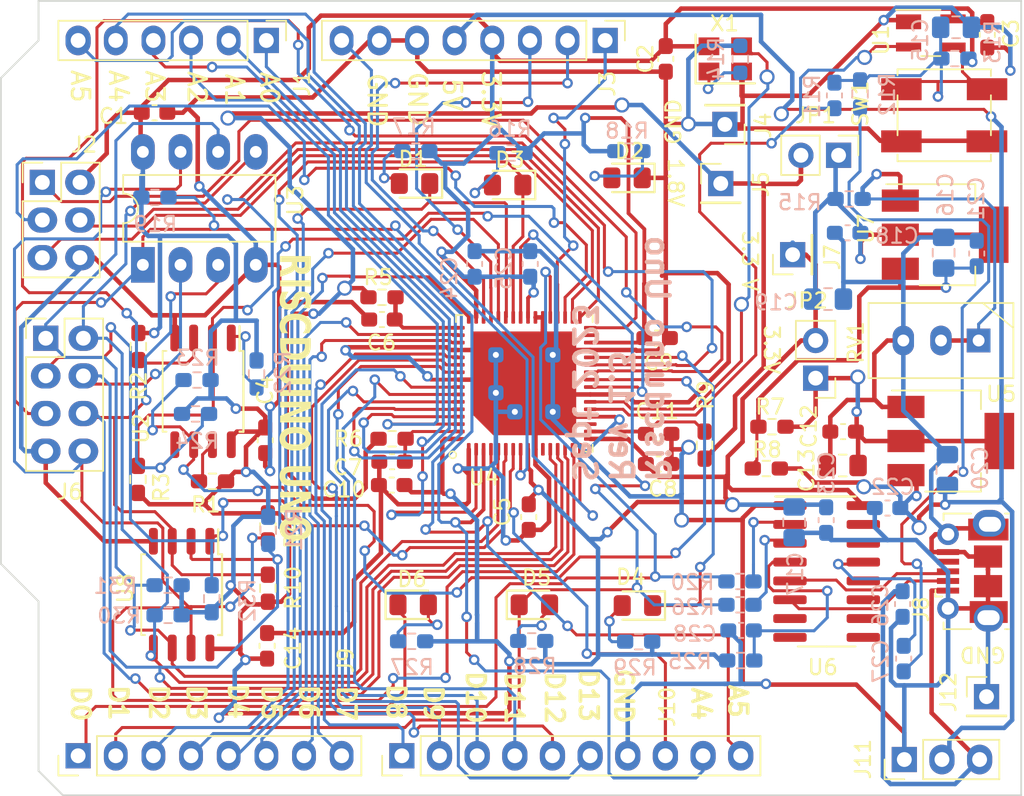
<source format=kicad_pcb>
(kicad_pcb (version 20221018) (generator pcbnew)
  (title_block (date "2023-07-21") (rev "1.0.2"))
  (layers (0 "F.Cu" jumper) (31 "B.Cu" signal) (34 "B.Paste" user) (35 "F.Paste" user) (36 "B.SilkS" user "B.Silkscreen") (37 "F.SilkS" user "F.Silkscreen") (38 "B.Mask" user) (39 "F.Mask" user) (44 "Edge.Cuts" user))
  (net 0 "")
  (net 1 "+5V")
  (net 2 "GND")
  (net 3 "+3.3VP")
  (net 4 "+3.3V")
  (net 5 "USB_D-")
  (net 6 "USB_D+")
  (net 7 "Net-(U7-VI)")
  (net 8 "ISP_MISO")
  (net 9 "ISP_SCK")
  (net 10 "ISP_MOSI")
  (net 11 "ISP_SSN")
  (net 12 "gpio")
  (net 13 "xclk")
  (net 14 "~{RST}")
  (net 15 "mprj_io_11")
  (net 16 "ardunio_a0")
  (net 17 "ardunio_a1")
  (net 18 "ardunio_a2")
  (net 19 "ardunio_a3")
  (net 20 "ardunio_a4")
  (net 21 "ardunio_a5")
  (net 22 "ardunio_d7")
  (net 23 "ardunio_d6")
  (net 24 "ardunio_d5")
  (net 25 "ardunio_d4")
  (net 26 "ardunio_d3")
  (net 27 "ardunio_d2")
  (net 28 "ardunio_d1")
  (net 29 "ardunio_d0")
  (net 30 "mprj_io_12")
  (net 31 "ardunio_d13")
  (net 32 "ardunio_d12")
  (net 33 "ardunio_d11")
  (net 34 "ardunio_d10")
  (net 35 "ardunio_d9")
  (net 36 "ardunio_d8")
  (net 37 "Net-(U6-~{DTR})")
  (net 38 "CARAVEL_FLASH_IO3")
  (net 39 "USER_FLASH_IO3")
  (net 40 "CARAVEL_FLASH_IO2")
  (net 41 "USER_FLASH_IO2")
  (net 42 "CARAVEL_FLASH_IO1")
  (net 43 "USER_FLASH_IO1")
  (net 44 "CARAVEL_FLASH_IO0")
  (net 45 "USER_FLASH_IO0")
  (net 46 "CARAVEL_FLASH_SCK")
  (net 47 "USER_FLASH_SCK")
  (net 48 "CARAVEL_FLASH_SSN")
  (net 49 "USER_FLASH_SSN")
  (net 50 "USER_SRAM_SSN")
  (net 51 "mprj_io_30")
  (net 52 "mprj_io_32")
  (net 53 "mprj_io_37")
  (net 54 "mprj_io_0")
  (net 55 "mprj_io_5_ser_rx")
  (net 56 "+1V8")
  (net 57 "Net-(X1-EN)")
  (net 58 "/vccd2")
  (net 59 "/vccd1")
  (net 60 "+5VP")
  (net 61 "/vccd0")
  (net 62 "Net-(D1-A)")
  (net 63 "Net-(D2-A)")
  (net 64 "Net-(D3-A)")
  (net 65 "Net-(D4-A)")
  (net 66 "Net-(D5-A)")
  (net 67 "Net-(D6-A)")
  (net 68 "Net-(C27-Pad2)")
  (net 70 "Net-(U6-V3)")
  (net 71 "Net-(U7-ADJ)")
  (net 72 "Net-(U6-TXD)")
  (net 73 "Net-(U6-RXD)")
  (net 79 "/+1.8VP")
  (net 84 "~{MR}")
  (footprint "Connector_PinHeader_2.54mm:PinHeader_1x01_P2.54mm_Vertical" (layer "F.Cu") (at 118.1354 57.8358 180)
    (fp_text reference "J4")
    (fp_text value "Conn_01x01" hide)
  )
  (footprint "Riscduino.Library:SOT-223-3_TabPin2" (layer "F.Cu") (at 133.5024 79.1972)
    (fp_text reference "U5")
    (fp_text value "LM1117MP-3.3" hide)
  )
  (footprint "Riscduino.Library:SOIC-8_5.23x5.23mm_P1.27mm" (layer "F.Cu") (at 81.4832 89.5604 -90)
    (fp_text reference "U8")
    (fp_text value "W25Q32JVSS" hide)
  )
  (footprint "Riscduino.Library:SOT-223-3_TabPin2" (layer "F.Cu") (at 133.1214 65.278)
    (fp_text reference "U7")
    (fp_text value "LM1117S-ADJ" hide)
  )
  (footprint "Riscduino.Library:PinHeader_1x08_P2.54mm_Vertical" (layer "F.Cu") (at 110.0582 52.1716 -90)
    (fp_text reference "J3")
    (fp_text value "Conn_01x08_Pin" hide)
  )
  (footprint "Riscduino.Library:SOIC-16_3.9x9.9mm_P1.27mm" (layer "F.Cu") (at 125 88)
    (fp_text reference "U6")
    (fp_text value "CH340C" hide)
  )
  (footprint "Connector_PinHeader_2.54mm:PinHeader_1x02_P2.54mm_Vertical" (layer "F.Cu") (at 124.2568 74.9554 180)
    (fp_text reference "JP2")
    (fp_text value "Jumper_2" hide)
  )
  (footprint "Riscduino.Library:PinHeader_2x04_P2.54mm_Vertical" (layer "F.Cu") (at 72.3138 72.263)
    (fp_text reference "J6")
    (fp_text value "Conn_02x04_Odd_Even" hide)
  )
  (footprint "Riscduino.Library:C_0603_1608Metric_Pad1.08x0.95mm_HandSolder" (layer "F.Cu") (at 114.1476 53.4132 -90)
    (fp_text reference "C2")
    (fp_text value "0.1uF" hide)
  )
  (footprint "Connector_PinHeader_2.54mm:PinHeader_1x02_P2.54mm_Vertical" (layer "F.Cu") (at 125.8062 59.9186 -90)
    (fp_text reference "JP1")
    (fp_text value "Jumper_2" hide)
  )
  (footprint "Riscduino.Library:C_0805_2012Metric_Pad1.18x1.45mm_HandSolder" (layer "F.Cu") (at 126.0856 80.8482 180)
    (fp_text reference "C13")
    (fp_text value "22uF" hide)
  )
  (footprint "Connector_PinHeader_2.54mm:PinHeader_1x01_P2.54mm_Vertical" (layer "F.Cu") (at 135.7884 96.4438)
    (fp_text reference "J12")
    (fp_text value "Conn_01x01" hide)
  )
  (footprint "Riscduino.Library:PinHeader_1x06_P2.54mm_Vertical" (layer "F.Cu") (at 87.1982 52.1716 -90)
    (fp_text reference "J1")
    (fp_text value "Conn_01x06_Pin" hide)
  )
  (footprint "Riscduino.Library:C_0603_1608Metric_Pad1.08x0.95mm_HandSolder" (layer "F.Cu") (at 95 71)
    (fp_text reference "C6")
    (fp_text value "0.1uf" hide)
  )
  (footprint "Riscduino.Library:LED_0805_2012Metric_Pad1.15x1.40mm_HandSolder" (layer "F.Cu") (at 111.5314 61.4426 180)
    (fp_text reference "D2")
    (fp_text value "GREEN LED" hide)
  )
  (footprint "Riscduino.Library:LED_0805_2012Metric_Pad1.15x1.40mm_HandSolder" (layer "F.Cu") (at 103.4796 61.9252 180)
    (fp_text reference "D3")
    (fp_text value "GREEN LED" hide)
  )
  (footprint "Riscduino.Library:C_0603_1608Metric_Pad1.08x0.95mm_HandSolder" (layer "F.Cu") (at 87.249 93.0159 90)
    (fp_text reference "C14")
    (fp_text value "0.1uf" hide)
  )
  (footprint "Riscduino.Library:C_0603_1608Metric_Pad1.08x0.95mm_HandSolder" (layer "F.Cu") (at 135.8392 51.7906 -90)
    (fp_text reference "C3")
    (fp_text value "0.1uf" hide)
  )
  (footprint "Riscduino.Library:C_0603_1608Metric_Pad1.08x0.95mm_HandSolder" (layer "F.Cu") (at 95.6818 80.5942 180)
    (fp_text reference "C7")
    (fp_text value "0.1uf" hide)
  )
  (footprint "Riscduino.Library:SOIC-8_5.23x5.23mm_P1.27mm" (layer "F.Cu") (at 82.9272 75.8444 -90)
    (fp_text reference "U2")
    (fp_text value "W25Q32JVSS" hide)
  )
  (footprint "Riscduino.Library:PinHeader_1x08_P2.54mm_Vertical" (layer "F.Cu") (at 74.4982 100.4316 90)
    (fp_text reference "J9")
    (fp_text value "Conn_01x08_Pin" hide)
  )
  (footprint "Riscduino.Library:R_0603_1608Metric_Pad0.98x0.95mm_HandSolder" (layer "F.Cu") (at 120.9294 81.0514 180)
    (fp_text reference "R8")
    (fp_text value "DNI" hide)
  )
  (footprint "Riscduino.Library:USB_Micro-B_Molex-105017-0001" (layer "F.Cu") (at 134.6525 87.99 90)
    (fp_text reference "J8")
    (fp_text value "USB_B_Micro" hide)
  )
  (footprint "Connector_PinHeader_2.54mm:PinHeader_1x01_P2.54mm_Vertical" (layer "F.Cu") (at 122.7074 66.6242 90)
    (fp_text reference "J7")
    (fp_text value "Conn_01x01" hide)
  )
  (footprint "Riscduino.Library:R_0603_1608Metric_Pad0.98x0.95mm_HandSolder" (layer "F.Cu") (at 116.7638 79.4766 -90)
    (fp_text reference "R9")
    (fp_text value "0E" hide)
  )
  (footprint "Riscduino.Library:R_0603_1608Metric_Pad0.98x0.95mm_HandSolder" (layer "F.Cu") (at 78.5368 81.7861 90)
    (fp_text reference "R3")
    (fp_text value "10K" hide)
  )
  (footprint "Riscduino.Library:Arduino_UNO_R3_WithMountingHoles" (layer "F.Cu") (at 110.0582 52.1716)
    (fp_text reference "H1" hide)
    (fp_text value "MountingHole" hide)
    (fp_line (start -40.77 2.54) (end -38.23 0) (stroke (width 0.12)) (layer "Edge.Cuts"))
    (fp_line (start -40.77 35.31) (end -40.77 2.54) (stroke (width 0.12)) (layer "Edge.Cuts"))
    (fp_line (start -38.23 -2.67) (end 28.07 -2.67) (stroke (width 0.12)) (layer "Edge.Cuts"))
    (fp_line (start -38.23 0) (end -38.23 -2.67) (stroke (width 0.12)) (layer "Edge.Cuts"))
    (fp_line (start -38.23 37.85) (end -40.77 35.31) (stroke (width 0.12)) (layer "Edge.Cuts"))
    (fp_line (start -38.23 49.28) (end -38.23 37.85) (stroke (width 0.12)) (layer "Edge.Cuts"))
    (fp_line (start -36.58 50.93) (end -38.23 49.28) (stroke (width 0.12)) (layer "Edge.Cuts"))
    (fp_line (start 28.07 -2.67) (end 28.07 9.65) (stroke (width 0.12)) (layer "Edge.Cuts"))
    (fp_line (start 28.07 9.65) (end 28.07 29.72) (stroke (width 0.12)) (layer "Edge.Cuts"))
    (fp_line (start 28.07 29.72) (end 28.07 50.93) (stroke (width 0.12)) (layer "Edge.Cuts"))
    (fp_line (start 28.07 50.93) (end -36.58 50.93) (stroke (width 0.12)) (layer "Edge.Cuts"))
  )
  (footprint "Riscduino.Library:R_0603_1608Metric_Pad0.98x0.95mm_HandSolder" (layer "F.Cu") (at 78.5622 72.8218 -90)
    (fp_text reference "R2")
    (fp_text value "10K" hide)
  )
  (footprint "Riscduino.Library:C_0603_1608Metric_Pad1.08x0.95mm_HandSolder" (layer "F.Cu") (at 113.5634 72.25)
    (fp_text reference "C9")
    (fp_text value "0.1uf" hide)
  )
  (footprint "Riscduino.Library:R_0603_1608Metric_Pad0.98x0.95mm_HandSolder" (layer "F.Cu") (at 83.566 81.915 180)
    (fp_text reference "R1")
    (fp_text value "10K" hide)
  )
  (footprint "Connector_PinHeader_2.54mm:PinHeader_1x01_P2.54mm_Vertical" (layer "F.Cu") (at 117.856 61.8236)
    (fp_text reference "J5")
    (fp_text value "Conn_01x01" hide)
  )
  (footprint "Riscduino.Library:PinHeader_1x10_P2.54mm_Vertical" (layer "F.Cu") (at 96.3422 100.4316 90)
    (fp_text reference "J10")
    (fp_text value "Conn_01x10_Pin" hide)
  )
  (footprint "Riscduino.Library:DIP-8_W7.62mm_LongPads" (layer "F.Cu") (at 78.867 67.31 90)
    (fp_text reference "U3")
    (fp_text value "23LC1024-I/P " hide)
  )
  (footprint "Package_TO_SOT_SMD:SOT-143_Handsoldering" (layer "F.Cu") (at 132.0278 51.6636)
    (fp_text reference "U1")
    (fp_text value "APX811-29UG-7" hide)
  )
  (footprint "Riscduino.Library:C_0603_1608Metric_Pad1.08x0.95mm_HandSolder" (layer "F.Cu") (at 95.6553 82.169)
    (fp_text reference "C10")
    (fp_text value "0.1uf" hide)
  )
  (footprint "Riscduino.Library:R_0603_1608Metric_Pad0.98x0.95mm_HandSolder" (layer "F.Cu") (at 87.2998 84.9884 -90)
    (fp_text reference "R4")
    (fp_text value "10K" hide)
  )
  (footprint "Riscduino.Library:PinHeader_1x03_P2.54mm_Vertical" (layer "F.Cu") (at 130.2408 100.6856 90)
    (fp_text reference "J11")
    (fp_text value "Conn_01x03_Pin" hide)
  )
  (footprint "Riscduino.Library:C_0603_1608Metric_Pad1.08x0.95mm_HandSolder" (layer "F.Cu") (at 113.6661 78.7146 180)
    (fp_text reference "C11")
    (fp_text value "0.1uf" hide)
  )
  (footprint "Riscduino.Library:R_0603_1608Metric_Pad0.98x0.95mm_HandSolder" (layer "F.Cu") (at 95.6818 79.0448)
    (fp_text reference "R6")
    (fp_text value "0E" hide)
  )
  (footprint "Riscduino.Library:R_0603_1608Metric_Pad0.98x0.95mm_HandSolder" (layer "F.Cu") (at 121.3104 78.232 180)
    (fp_text reference "R7")
    (fp_text value "0E" hide)
  )
  (footprint "Riscduino.Library:RISCDUINO_QFN-64-1EP_9x9mm_P0.5mm_EP7.65x7.65mm_Ver1.1" (layer "F.Cu") (at 100.854 79.756 90)
    (fp_text reference "U4")
    (fp_text value "Riscduino" hide)
  )
  (footprint "Riscduino.Library:SW_SPST_EVPBF_TS4550TP" (layer "F.Cu") (at 132.9338 57.2196 180)
    (fp_text reference "SW1")
    (fp_text value "4Pin Round Button SPST Straight Tactile Switch SMD - TS4550TP" hide)
  )
  (footprint "Riscduino.Library:LED_0805_2012Metric_Pad1.15x1.40mm_HandSolder" (layer "F.Cu") (at 97.1968 61.8236 180)
    (fp_text reference locked "D1")
    (fp_text value "GREEN LED" hide)
  )
  (footprint "Riscduino.Library:LED_0805_2012Metric_Pad1.15x1.40mm_HandSolder" (layer "F.Cu") (at 112.2336 90.297 180)
    (fp_text reference "D4")
    (fp_text value "GREEN LED" hide)
  )
  (footprint "Riscduino.Library:C_0603_1608Metric_Pad1.08x0.95mm_HandSolder" (layer "F.Cu") (at 104.902 84.328 90)
    (fp_text reference "C5")
    (fp_text value "0.1uf" hide)
  )
  (footprint "Riscduino.Library:PinHeader_2x03_P2.54mm_Vertical" (layer "F.Cu") (at 72.0852 61.7474)
    (fp_text reference "J2")
    (fp_text value "ISP" hide)
  )
  (footprint "Riscduino.Library:C_0603_1608Metric_Pad1.08x0.95mm_HandSolder" (layer "F.Cu") (at 126.111 78.5622 180)
    (fp_text reference "C12")
    (fp_text value "0.1uF" hide)
  )
  (footprint "Riscduino.Library:Crystal_SMD_Abracon_ABM8G-4Pin_3.2x2.5mm" (layer "F.Cu") (at 118.1608 53.4162)
    (fp_text reference "X1")
    (fp_text value "ASE-10.000MHZ-LC-T" hide)
  )
  (footprint "Riscduino.Library:C_0603_1608Metric_Pad1.08x0.95mm_HandSolder" (layer "F.Cu") (at 113.6661 80.7466 180)
    (fp_text reference "C8")
    (fp_text value "0.1uf" hide)
  )
  (footprint "Riscduino.Library:R_0603_1608Metric_Pad0.98x0.95mm_HandSolder" (layer "F.Cu") (at 87.2998 89.1286 90)
    (fp_text reference "R10")
    (fp_text value "10K" hide)
  )
  (footprint "Riscduino.Library:C_0603_1608Metric_Pad1.08x0.95mm_HandSolder" (layer "F.Cu") (at 87.122 79.1464 -90)
    (fp_text reference "C4")
    (fp_text value "0.1uf" hide)
  )
  (footprint "Riscduino.Library:LED_0805_2012Metric_Pad1.15x1.40mm_HandSolder" (layer "F.Cu") (at 105.283 90.2462)
    (fp_text reference "D5")
    (fp_text value "GREEN LED" hide)
  )
  (footprint "Riscduino.Library:C_0603_1608Metric_Pad1.08x0.95mm_HandSolder" (layer "F.Cu") (at 79.6555 57.0484)
    (fp_text reference "C1")
    (fp_text value "0.1uf" hide)
  )
  (footprint "Riscduino.Library:Potentiometer_Bourns_3296W_Vertical" (layer "F.Cu") (at 135.255 72.4154)
    (fp_text reference "RV1")
    (fp_text value "500 Ohm Trim Pot" hide)
  )
  (footprint "Riscduino.Library:LED_0805_2012Metric_Pad1.15x1.40mm_HandSolder" (layer "F.Cu") (at 97.1042 90.2462)
    (fp_text reference "D6")
    (fp_text value "BLUE LED" hide)
  )
  (footprint "Riscduino.Library:R_0603_1608Metric_Pad0.98x0.95mm_HandSolder" (layer "F.Cu") (at 95 69.5)
    (fp_text reference "R5")
    (fp_text value "0E" hide)
  )
  (footprint "Riscduino:C_0603_1608Metric_Pad1.08x0.95mm_HandSolder" (layer "B.Cu") (at 125.5268 55.8811 -90)
    (fp_text reference "R11")
    (fp_text value "0E-DNI" hide)
  )
  (footprint "Riscduino.Library:R_0603_1608Metric_Pad0.98x0.95mm_HandSolder" (layer "B.Cu") (at 127.254 55.7803 90)
    (fp_text reference "R12")
    (fp_text value "0 Ohm" hide)
  )
  (footprint "Capacitor_SMD:C_0603_1608Metric_Pad1.08x0.95mm_HandSolder" (layer "B.Cu") (at 130.1242 90.1954 -90)
    (fp_text reference "C26")
    (fp_text value "0.1uF" hide)
  )
  (footprint "Riscduino.Library:C_0603_1608Metric_Pad1.08x0.95mm_HandSolder" (layer "B.Cu") (at 101.25 67.25 90)
    (fp_text reference "C24")
    (fp_text value "0.1uf" hide)
  )
  (footprint "Riscduino.Library:C_0805_2012Metric_Pad1.18x1.45mm_HandSolder" (layer "B.Cu") (at 132.8928 66.4933 90)
    (fp_text reference "C16")
    (fp_text value "10uF" hide)
  )
  (footprint "Riscduino.Library:R_0603_1608Metric_Pad0.98x0.95mm_HandSolder" (layer "B.Cu") (at 133.6529 53.3908 180)
    (fp_text reference "R13")
    (fp_text value "10K" hide)
  )
  (footprint "Riscduino.Library:R_0603_1608Metric_Pad0.98x0.95mm_HandSolder" (layer "B.Cu") (at 119.2022 94.0054 180)
    (fp_text reference "R25")
    (fp_text value "0E" hide)
  )
  (footprint "Riscduino.Library:R_0603_1608Metric_Pad0.98x0.95mm_HandSolder" (layer "B.Cu") (at 87.3252 85.2189 -90)
    (fp_text reference "R21")
    (fp_text value "10K" hide)
  )
  (footprint "Riscduino.Library:R_0603_1608Metric_Pad0.98x0.95mm_HandSolder" (layer "B.Cu") (at 111.6603 59.6392 180)
    (fp_text reference "R18")
    (fp_text value "470 Ohm" hide)
  )
  (footprint "Riscduino:R_0603_1608Metric_Pad0.98x0.95mm_HandSolder" (layer "B.Cu") (at 119.1533 90.2462 180)
    (fp_text reference "R26")
    (fp_text value "0E" hide)
  )
  (footprint "Riscduino.Library:R_0603_1608Metric_Pad0.98x0.95mm_HandSolder" (layer "B.Cu") (at 97.0026 92.71)
    (fp_text reference "R27")
    (fp_text value "470 Ohm" hide)
  )
  (footprint "Riscduino.Library:C_0603_1608Metric_Pad1.08x0.95mm_HandSolder" (layer "B.Cu") (at 130.2004 93.8784 -90)
    (fp_text reference "C27")
    (fp_text value "0.1uF" hide)
  )
  (footprint "Riscduino.Library:R_0603_1608Metric_Pad0.98x0.95mm_HandSolder" (layer "B.Cu") (at 105.1052 92.6846)
    (fp_text reference "R28")
    (fp_text value "470 Ohm" hide)
  )
  (footprint "Riscduino.Library:R_0603_1608Metric_Pad0.98x0.95mm_HandSolder" (layer "B.Cu") (at 83.5152 89.8379 90)
    (fp_text reference "R32")
    (fp_text value "10K" hide)
  )
  (footprint "Riscduino.Library:C_0603_1608Metric_Pad1.08x0.95mm_HandSolder" (layer "B.Cu") (at 105 67.25 90)
    (fp_text reference "C25")
    (fp_text value "0.1uf" hide)
  )
  (footprint "Riscduino.Library:C_0805_2012Metric_Pad1.18x1.45mm_HandSolder" (layer "B.Cu") (at 122.809 84.6836 -90)
    (fp_text reference "C17")
    (fp_text value "10uF" hide)
  )
  (footprint "Riscduino.Library:C_0805_2012Metric_Pad1.18x1.45mm_HandSolder" (layer "B.Cu") (at 133.731 51.2826)
    (fp_text reference "C15")
    (fp_text value "10uF" hide)
  )
  (footprint "Riscduino.Library:C_0603_1608Metric_Pad1.08x0.95mm_HandSolder" (layer "B.Cu") (at 119.2276 91.9734)
    (fp_text reference "C28")
    (fp_text value "0.1uF" hide)
  )
  (footprint "Riscduino.Library:R_0603_1608Metric_Pad0.98x0.95mm_HandSolder" (layer "B.Cu") (at 82.4192 77.3684)
    (fp_text reference "R24")
    (fp_text value "10K" hide)
  )
  (footprint "Resistor_SMD:R_0603_1608Metric_Pad0.98x0.95mm_HandSolder" (layer "B.Cu") (at 119.1768 53.4397 90)
    (fp_text reference "R14")
    (fp_text value "DNI" hide)
  )
  (footprint "Riscduino.Library:R_0603_1608Metric_Pad0.98x0.95mm_HandSolder" (layer "B.Cu") (at 86.5378 74.6741 -90)
    (fp_text reference "R22")
    (fp_text value "10K" hide)
  )
  (footprint "Riscduino.Library:R_0603_1608Metric_Pad0.98x0.95mm_HandSolder" (layer "B.Cu") (at 82.5227 75.0824 180)
    (fp_text reference "R23")
    (fp_text value "10K" hide)
  )
  (footprint "Riscduino.Library:R_0603_1608Metric_Pad0.98x0.95mm_HandSolder" (layer "B.Cu") (at 97.282 59.6392)
    (fp_text reference "R17")
    (fp_text value "470 Ohm" hide)
  )
  (footprint "Riscduino.Library:R_0603_1608Metric_Pad0.98x0.95mm_HandSolder" (layer "B.Cu") (at 103.7082 59.7662)
    (fp_text reference "R16")
    (fp_text value "470 Ohm" hide)
  )
  (footprint "Riscduino.Library:C_0603_1608Metric_Pad1.08x0.95mm_HandSolder" (layer "B.Cu") (at 126.4158 65.151 180)
    (fp_text reference "C18")
    (fp_text value "0.1uF" hide)
  )
  (footprint "Riscduino.Library:R_0603_1608Metric_Pad0.98x0.95mm_HandSolder" (layer "B.Cu") (at 112.3188 92.7354)
    (fp_text reference "R29")
    (fp_text value "470 Ohm" hide)
  )
  (footprint "Riscduino.Library:C_0805_2012Metric_Pad1.18x1.45mm_HandSolder" (layer "B.Cu") (at 125.095 69.6214)
    (fp_text reference "C19")
    (fp_text value "22uF" hide)
  )
  (footprint "Riscduino.Library:C_0805_2012Metric_Pad1.18x1.45mm_HandSolder" (layer "B.Cu") (at 133.1468 81.153 90)
    (fp_text reference "C20")
    (fp_text value "10uF" hide)
  )
  (footprint "Riscduino.Library:R_0603_1608Metric_Pad0.98x0.95mm_HandSolder" (layer "B.Cu") (at 80.5707 90.9574 180)
    (fp_text reference "R30")
    (fp_text value "10K" hide)
  )
  (footprint "Riscduino.Library:C_0603_1608Metric_Pad1.08x0.95mm_HandSolder" (layer "B.Cu") (at 135.128 66.5469 90)
    (fp_text reference "C21")
    (fp_text value "0.1uF" hide)
  )
  (footprint "Riscduino.Library:C_0603_1608Metric_Pad1.08x0.95mm_HandSolder" (layer "B.Cu") (at 129.1093 83.7184 180)
    (fp_text reference "C22")
    (fp_text value "0.1uF" hide)
  )
  (footprint "Riscduino.Library:C_0603_1608Metric_Pad1.08x0.95mm_HandSolder" (layer "B.Cu") (at 124.968 84.5312 -90)
    (fp_text reference "C23")
    (fp_text value "0.1uF" hide)
  )
  (footprint "Riscduino:R_0603_1608Metric_Pad0.98x0.95mm_HandSolder" (layer "B.Cu") (at 119.1514 88.6714 180)
    (fp_text reference "R20")
    (fp_text value "0E" hide)
  )
  (footprint "Riscduino.Library:R_0603_1608Metric_Pad0.98x0.95mm_HandSolder" (layer "B.Cu") (at 80.5707 88.9254 180)
    (fp_text reference "R31")
    (fp_text value "10K" hide)
  )
  (footprint "Riscduino.Library:R_0603_1608Metric_Pad0.98x0.95mm_HandSolder" (layer "B.Cu") (at 126.5174 62.865)
    (fp_text reference "R15")
    (fp_text value "470 Ohm" hide)
  )
  (footprint "Riscduino.Library:R_0603_1608Metric_Pad0.98x0.95mm_HandSolder" (layer "B.Cu") (at 79.6798 62.7634)
    (fp_text reference "R19")
    (fp_text value "10K" hide)
  )
  (gr_text "Riscduino Uno\nRev 1.3\nSept 2023" (at 107.7722 82.1182 270) (layer "B.SilkS") (effects (font (size 1.524 1.524) (thickness 0.3048) bold) (justify left bottom mirror)))
  (gr_text "D6" (at 89.357201 95.503857 270) (layer "F.SilkS") (effects (font (size 1.2 1.2) (thickness 0.25) bold) (justify left bottom)))
  (gr_text "A4" (at 115.824 95.6818 270) (layer "F.SilkS") (effects (font (size 1.2 1.2) (thickness 0.25) bold) (justify left bottom)))
  (gr_text "A3" (at 78.9686 54.0766 270) (layer "F.SilkS") (effects (font (size 1.2 1.2) (thickness 0.1875)) (justify left bottom)))
  (gr_text "D0" (at 73.9648 95.5802 270) (layer "F.SilkS") (effects (font (size 1.2 1.2) (thickness 0.25) bold) (justify left bottom)))
  (gr_text "A0" (at 86.7156 54.1782 -90) (layer "F.SilkS") (effects (font (size 1.2 1.2) (thickness 0.1875)) (justify left bottom)))
  (gr_text "D10" (at 100.6094 94.5896 270) (layer "F.SilkS") (effects (font (size 1.2 1.2) (thickness 0.25) bold) (justify left bottom)))
  (gr_text "A1" (at 84.3534 54.3052 270) (layer "F.SilkS") (effects (font (size 1.2 1.2) (thickness 0.1875)) (justify left bottom)))
  (gr_text "GND" (at 110.617 94.4118 270) (layer "F.SilkS") (effects (font (size 1.2 1.2) (thickness 0.25) bold) (justify left bottom)))
  (gr_text "D3" (at 81.7626 95.503857 270) (layer "F.SilkS") (effects (font (size 1.2 1.2) (thickness 0.25) bold) (justify left bottom)))
  (gr_text "5V" (at 99.0346 54.6354 270) (layer "F.SilkS") (effects (font (size 1.2 1.2) (thickness 0.1875)) (justify left bottom)))
  (gr_text "D4" (at 84.5566 95.4278 270) (layer "F.SilkS") (effects (font (size 1.2 1.2) (thickness 0.25) bold) (justify left bottom)))
  (gr_text "D13" (at 108.2294 94.4626 270) (layer "F.SilkS") (effects (font (size 1.2 1.2) (thickness 0.25) bold) (justify left bottom)))
  (gr_text "D9" (at 97.7646 95.5548 270) (layer "F.SilkS") (effects (font (size 1.2 1.2) (thickness 0.25) bold) (justify left bottom)))
  (gr_text "D11" (at 103.2256 94.6404 270) (layer "F.SilkS") (effects (font (size 1.2 1.2) (thickness 0.25) bold) (justify left bottom)))
  (gr_text "A4" (at 76.5048 54.0512 270) (layer "F.SilkS") (effects (font (size 1.2 1.2) (thickness 0.1875)) (justify left bottom)))
  (gr_text "RISCDUINO UNO" (at 87.7824 66.5226 270) (layer "F.SilkS") (effects (font (size 2.032 1.524) (thickness 0.1524)) (justify left bottom)))
  (gr_text "A5" (at 73.9394 54.0512 270) (layer "F.SilkS") (effects (font (size 1.2 1.2) (thickness 0.1875)) (justify left bottom)))
  (gr_text "1.8V" (at 114.2238 60.0202 -90) (layer "F.SilkS") (effects (font (size 1.016 1.016) (thickness 0.1524)) (justify left bottom)))
  (gr_text "D8" (at 95.25 95.4532 270) (layer "F.SilkS") (effects (font (size 1.2 1.2) (thickness 0.25) bold) (justify left bottom)))
  (gr_text "D2" (at 79.231067 95.503857 270) (layer "F.SilkS") (effects (font (size 1.2 1.2) (thickness 0.25) bold) (justify left bottom)))
  (gr_text "D7" (at 91.8972 95.5548 270) (layer "F.SilkS") (effects (font (size 1.2 1.2) (thickness 0.25) bold) (justify left bottom)))
  (gr_text "3.3 V" (at 119.2276 64.9224 -90) (layer "F.SilkS") (effects (font (size 1.016 1.016) (thickness 0.1524)) (justify left bottom)))
  (gr_text "A5" (at 118.3132 95.504 270) (layer "F.SilkS") (effects (font (size 1.2 1.2) (thickness 0.25) bold) (justify left bottom)))
  (gr_text "D12" (at 105.9434 94.615 270) (layer "F.SilkS") (effects (font (size 1.2 1.2) (thickness 0.25) bold) (justify left bottom)))
  (gr_text "GND" (at 115.2652 59.309 90) (layer "F.SilkS") (effects (font (size 1.016 1.016) (thickness 0.1524)) (justify left bottom)))
  (gr_text "D5" (at 86.825666 95.503857 270) (layer "F.SilkS") (effects (font (size 1.2 1.2) (thickness 0.25) bold) (justify left bottom)))
  (gr_text "GND" (at 96.6978 54.1782 270) (layer "F.SilkS") (effects (font (size 1.2 1.2) (thickness 0.1875)) (justify left bottom)))
  (gr_text "D1" (at 76.5048 95.5294 270) (layer "F.SilkS") (effects (font (size 1.2 1.2) (thickness 0.25) bold) (justify left bottom)))
  (gr_text "3.3V" (at 120.7008 71.2978 -90) (layer "F.SilkS") (effects (font (size 1.016 1.016) (thickness 0.1524)) (justify left bottom)))
  (gr_text "3.3V" (at 101.6508 54.102 270) (layer "F.SilkS") (effects (font (size 1.2 1.2) (thickness 0.1875)) (justify left bottom)))
  (gr_text "GND" (at 93.9546 54.2544 270) (layer "F.SilkS") (effects (font (size 1.2 1.2) (thickness 0.1875)) (justify left bottom)))
  (gr_text "A2" (at 81.8134 54.1274 270) (layer "F.SilkS") (effects (font (size 1.2 1.2) (thickness 0.1875)) (justify left bottom)))
  (gr_text "GND" (at 137.1854 93.0148 180) (layer "F.SilkS") (effects (font (size 1.016 1.016) (thickness 0.1524)) (justify left bottom)))
  (segment (start 123.2408 81.0514) (end 121.8419 81.0514) (width 0.3048) (layer "F.Cu") (net 1))
  (segment (start 127.225808 81.9979) (end 124.1873 81.9979) (width 0.3048) (layer "F.Cu") (net 1))
  (segment (start 131.061491 82.206291) (end 130.3524 81.4972) (width 0.3048) (layer "F.Cu") (net 1))
  (segment (start 131.240803 85.039323) (end 131.240803 84.303597) (width 0.3048) (layer "F.Cu") (net 1))
  (segment (start 131.240803 84.303597) (end 132.0546 83.4898) (width 0.3048) (layer "F.Cu") (net 1))
  (segment (start 127.510511 82.282603) (end 127.225808 81.9979) (width 0.3048) (layer "F.Cu") (net 1))
  (segment (start 132.0546 83.4898) (end 132.994 83.4898) (width 0.3048) (layer "F.Cu") (net 1))
  (segment (start 121.9454 57.1246) (end 122.2502 56.8198) (width 0.2032) (layer "F.Cu") (net 1))
  (segment (start 124.1873 81.9979) (end 123.2408 81.0514) (width 0.3048) (layer "F.Cu") (net 1))
  (segment (start 122.2502 56.8198) (end 135.6106 56.8198) (width 0.2032) (layer "F.Cu") (net 1))
  (segment (start 135.6106 56.8198) (end 136.0932 57.3024) (width 0.2032) (layer "F.Cu") (net 1))
  (segment (start 131.061491 82.903091) (end 131.061491 82.206291) (width 0.3048) (layer "F.Cu") (net 1))
  (via (at 131.061491 82.903091) (size 0.7112) (drill 0.4064) (layers "F.Cu" "B.Cu") (net 1))
  (via (at 121.9454 57.1246) (size 1.016) (drill 0.7112) (layers "F.Cu" "B.Cu") (net 1))
  (via (at 136.0932 57.3024) (size 0.7112) (drill 0.4064) (layers "F.Cu" "B.Cu") (net 1))
  (via (at 131.240803 85.039323) (size 1.016) (drill 0.7112) (layers "F.Cu" "B.Cu") (net 1))
  (via (at 127.510511 82.282603) (size 1.016) (drill 0.7112) (layers "F.Cu" "B.Cu") (net 1))
  (via (at 132.994 83.4898) (size 0.7112) (drill 0.4064) (layers "F.Cu" "B.Cu") (net 1))
  (segment (start 136.9822 98.552) (end 137.5156 98.0186) (width 0.3048) (layer "B.Cu") (net 1))
  (segment (start 127.510511 82.282603) (end 129.323403 82.282603) (width 0.3048) (layer "B.Cu") (net 1))
  (segment (start 120.574 52.248) (end 120.574 50.4444) (width 0.3048) (layer "B.Cu") (net 1))
  (segment (start 136.799 83.0909) (end 136.568 83.3225) (width 0.3048) (layer "B.Cu") (net 1))
  (segment (start 100.6476 51.1937) (end 99.8982 51.9431) (width 0.3048) (layer "B.Cu") (net 1))
  (segment (start 137.5156 98.0186) (end 137.5156 83.9724) (width 0.3048) (layer "B.Cu") (net 1))
  (segment (start 136.799 58.0082) (end 136.799 83.0909) (width 0.3048) (layer "B.Cu") (net 1))
  (segment (start 122.1486 56.9214) (end 122.1486 56.7182) (width 0.2032) (layer "B.Cu") (net 1))
  (segment (start 122.682 56.1848) (end 122.682 54.356) (width 0.3048) (layer "B.Cu") (net 1))
  (segment (start 120.574 50.4444) (end 101.397 50.4444) (width 0.3048) (layer "B.Cu") (net 1))
  (segment (start 129.323403 82.282603) (end 129.9719 82.9311) (width 0.3048) (layer "B.Cu") (net 1))
  (segment (start 134.112 98.552) (end 136.9822 98.552) (width 0.3048) (layer "B.Cu") (net 1))
  (segment (start 131.061491 82.903091) (end 130.787109 82.903091) (width 0.3048) (layer "B.Cu") (net 1))
  (segment (start 136.0932 57.3024) (end 136.799 58.0082) (width 0.3048) (layer "B.Cu") (net 1))
  (segment (start 129.9719 82.9311) (end 129.9719 83.7183) (width 0.3048) (layer "B.Cu") (net 1))
  (segment (start 130.787109 82.903091) (end 129.9718 83.7184) (width 0.3048) (layer "B.Cu") (net 1))
  (segment (start 132.994 83.4898) (end 132.994 82.3429) (width 0.3048) (layer "B.Cu") (net 1))
  (segment (start 133.281 99.383) (end 134.112 98.552) (width 0.3048) (layer "B.Cu") (net 1))
  (segment (start 137.5156 83.9724) (end 136.8657 83.3225) (width 0.3048) (layer "B.Cu") (net 1))
  (segment (start 133.281 100.185) (end 133.281 99.383) (width 0.3048) (layer "B.Cu") (net 1))
  (segment (start 122.682 54.356) (end 120.574 52.248) (width 0.3048) (layer "B.Cu") (net 1))
  (segment (start 133.162 83.3225) (end 132.994 83.4898) (width 0.3048) (layer "B.Cu") (net 1))
  (segment (start 121.9454 57.1246) (end 122.1486 56.9214) (width 0.2032) (layer "B.Cu") (net 1))
  (segment (start 122.1486 56.7182) (end 122.682 56.1848) (width 0.3048) (layer "B.Cu") (net 1))
  (segment (start 130.124 83.7184) (end 130.556 84.1502) (width 0.3048) (layer "B.Cu") (net 1))
  (segment (start 130.556 84.1502) (end 131.240803 84.835003) (width 0.3048) (layer "B.Cu") (net 1))
  (segment (start 101.397 50.4444) (end 100.6476 51.1937) (width 0.3048) (layer "B.Cu") (net 1))
  (segment (start 136.8657 83.3225) (end 136.568 83.3225) (width 0.3048) (layer "B.Cu") (net 1))
  (segment (start 131.240803 84.835003) (end 131.240803 85.039323) (width 0.3048) (layer "B.Cu") (net 1))
  (segment (start 100.6476 51.1937) (end 99.8982 51.943) (width 0.3048) (layer "B.Cu") (net 1))
  (segment (start 136.568 83.3225) (end 133.162 83.3225) (width 0.3048) (layer "B.Cu") (net 1))
  (segment (start 93.116601 91.414399) (end 93.116601 88.571874) (width 0.3048) (layer "F.Cu") (net 2))
  (segment (start 132.082 86.69) (end 132.082 85.7479) (width 0.3048) (layer "F.Cu") (net 2))
  (segment (start 135.89 90.49) (end 135.89 88.99) (width 0.3048) (layer "F.Cu") (net 2))
  (segment (start 105.854 71.7194) (end 106.854 72.7194) (width 0.3048) (layer "F.Cu") (net 2))
  (segment (start 75.304 66.8274) (end 75.6052 66.8274) (width 0.3048) (layer "F.Cu") (net 2))
  (segment (start 125.248 80.6478) (end 125.248 78.2318) (width 0.3048) (layer "F.Cu") (net 2))
  (segment (start 109.054 73.056) (end 112.131 73.056) (width 0.3048) (layer "F.Cu") (net 2))
  (segment (start 100.154 75.056) (end 101.794 75.056) (width 0.3048) (layer "F.Cu") (net 2))
  (segment (start 112.131 73.056) (end 112.173 73.0988) (width 0.3048) (layer "F.Cu") (net 2))
  (segment (start 119.261 55.0791) (end 119.261 55.9054) (width 0.3048) (layer "F.Cu") (net 2))
  (segment (start 81.0222 70.7352) (end 81.0006 70.7136) (width 0.3048) (layer "F.Cu") (net 2))
  (segment (start 115.553355 79.7597) (end 115.698029 79.615026) (width 0.3048) (layer "F.Cu") (net 2))
  (segment (start 94.9299 86.758575) (end 94.9299 82.3061) (width 0.3048) (layer "F.Cu") (net 2))
  (segment (start 115.683 76.581) (end 118.389 73.8748) (width 0.3048) (layer "F.Cu") (net 2))
  (segment (start 112.173 73.0988) (end 113.577 73.0988) (width 0.3048) (layer "F.Cu") (net 2))
  (segment (start 118.415 58.1152) (end 127.801 58.1152) (width 0.3048) (layer "F.Cu") (net 2))
  (segment (start 130.2408 98.8718) (end 127 95.631) (width 0.3048) (layer "F.Cu") (net 2))
  (segment (start 109.054 76.056) (end 107.694 76.056) (width 0.3048) (layer "F.Cu") (net 2))
  (segment (start 100.512 73.0556) (end 100.154 73.0556) (width 0.2502) (layer "F.Cu") (net 2))
  (segment (start 135.89 85.09) (end 133.7878 85.09) (width 0.3048) (layer "F.Cu") (net 2))
  (segment (start 118.389 68.6304) (end 117.6274 67.8688) (width 0.3048) (layer "F.Cu") (net 2))
  (segment (start 130.352 76.8972) (end 128.745 76.8972) (width 0.3048) (layer "F.Cu") (net 2))
  (segment (start 92.9621 69.8246) (end 94.1375 71) (width 0.3048) (layer "F.Cu") (net 2))
  (segment (start 114.1476 54.2757) (end 98.0907 54.2757) (width 0.3048) (layer "F.Cu") (net 2))
  (segment (start 79.5782 85.9604) (end 76.2576 85.9604) (width 0.3048) (layer "F.Cu") (net 2))
  (segment (start 128.745 76.8972) (end 128.2192 76.3714) (width 0.3048) (layer "F.Cu") (net 2))
  (segment (start 125.248 78.2318) (end 125.248 77.5705) (width 0.3048) (layer "F.Cu") (net 2))
  (segment (start 119.261 55.0791) (end 119.2608 55.0789) (width 0.3048) (layer "F.Cu") (net 2))
  (segment (start 105.854 72.056) (end 105.854 71.7194) (width 0.3048) (layer "F.Cu") (net 2))
  (segment (start 114.148 61.4426) (end 114.1476 61.443) (width 0.3048) (layer "F.Cu") (net 2))
  (segment (start 111.485 76.056) (end 112.01 76.581) (width 0.3048) (layer "F.Cu") (net 2))
  (segment (start 100.854 83.296) (end 100.6851 83.4649) (width 0.3048) (layer "F.Cu") (net 2))
  (segment (start 129.098 72.4154) (end 130.175 72.4154) (width 0.3048) (layer "F.Cu") (net 2))
  (segment (start 109.054 77.556) (end 110.703 77.556) (width 0.254) (layer "F.Cu") (net 2))
  (segment (start 100.854 81.4418) (end 100.854 79.756) (width 0.3048) (layer "F.Cu") (net 2))
  (segment (start 97.3836 53.5686) (end 97.3836 52.1716) (width 0.3048) (layer "F.Cu") (net 2))
  (segment (start 93.116601 88.571874) (end 94.9299 86.758575) (width 0.3048) (layer "F.Cu") (net 2))
  (segment (start 100.4636 81.0514) (end 100.854 81.4418) (width 0.3048) (layer "F.Cu") (net 2))
  (segment (start 94.8182 52.1716) (end 97.3582 52.1716) (width 0.3048) (layer "F.Cu") (net 2))
  (segment (start 81.0222 72.2444) (end 81.0222 70.7352) (width 0.3048) (layer "F.Cu") (net 2))
  (segment (start 82.6764 62.0149) (end 82.5687 61.9072) (width 0.3048) (layer "F.Cu") (net 2))
  (segment (start 137.033 52.652) (end 137.3886 53.0076) (width 0.3048) (layer "F.Cu") (net 2))
  (segment (start 100.154 75.056) (end 98.297 75.056) (width 0.254) (layer "F.Cu") (net 2))
  (segment (start 114.148 57.8069) (end 114.148 54.2757) (width 0.3048) (layer "F.Cu") (net 2))
  (segment (start 127 95.631) (end 120.9548 95.631) (width 0.3048) (layer "F.Cu") (net 2))
  (segment (start 81.8896 56.7182) (end 81.5594 57.0484) (width 0.3048) (layer "F.Cu") (net 2))
  (segment (start 100.854 81.4418) (end 100.854 83.296) (width 0.3048) (layer "F.Cu") (net 2))
  (segment (start 136.017 52.652) (end 137.033 52.652) (width 0.3048) (layer "F.Cu") (net 2))
  (segment (start 119.333 84.5288) (end 119.333 95.457) (width 0.3048) (layer "F.Cu") (net 2))
  (segment (start 106.271 81.7124) (end 106.271 84.6606) (width 0.3048) (layer "F.Cu") (net 2))
  (segment (start 105.354 78.726) (end 106.524 77.556) (width 0.3048) (layer "F.Cu") (net 2))
  (segment (start 133.7878 85.09) (end 133.59 85.09) (width 0.3048) (layer "F.Cu") (net 2))
  (segment (start 109.054 76.056) (end 111.485 76.056) (width 0.3048) (layer "F.Cu") (net 2))
  (segment (start 92.742 72.8726) (end 99.3796 72.8726) (width 0.3048) (layer "F.Cu") (net 2))
  (segment (start 134.582 86.99) (end 134.298 86.705) (width 0.3048) (layer "F.Cu") (net 2))
  (segment (start 134.298 86.705) (end 134.298 86.69) (width 0.3048) (layer "F.Cu") (net 2))
  (segment (start 128.8542 50.8) (end 123.7488 55.9054) (width 0.3048) (layer "F.Cu") (net 2))
  (segment (start 104.189 85.9033) (end 104.902 85.1905) (width 0.3048) (layer "F.Cu") (net 2))
  (segment (start 133.7878 85.09) (end 133.3878 85.49) (width 0.3048) (layer "F.Cu") (net 2))
  (segment (start 101.433 73.0556) (end 100.512 73.0556) (width 0.3048) (layer "F.Cu") (net 2))
  (segment (start 134.298 86.69) (end 133.19 86.69) (width 0.3048) (layer "F.Cu") (net 2))
  (segment (start 82.5903 56.0175) (end 81.8896 56.7182) (width 0.3048) (layer "F.Cu") (net 2))
  (segment (start 113.577 73.0988) (end 114.002 72.6744) (width 0.3048) (layer "F.Cu") (net 2))
  (segment (start 130.3586 58.9402) (end 136.1186 58.9402) (width 0.3048) (layer "F.Cu") (net 2))
  (segment (start 87.4451 76.8604) (end 87.6835 76.8604) (width 0.3048) (layer "F.Cu") (net 2))
  (segment (start 127.801 58.1152) (end 128.626 58.9402) (width 0.3048) (layer "F.Cu") (net 2))
  (segment (start 119.2608 55.0789) (end 119.2608 54.2662) (width 0.3048) (layer "F.Cu") (net 2))
  (segment (start 120.177 83.555) (end 122.525 83.555) (width 0.3048) (layer "F.Cu") (net 2))
  (segment (start 94.1705 52.1716) (end 90.3246 56.0175) (width 0.3048) (layer "F.Cu") (net 2))
  (segment (start 114.0714 67.8688) (end 113.8936 68.0466) (width 0.3048) (layer "F.Cu") (net 2))
  (segment (start 98.297 75.056) (end 98.0699 74.8289) (width 0.254) (layer "F.Cu") (net 2))
  (segment (start 125.2485 78.5622) (end 125.2485 78.2323) (width 0.3048) (layer "F.Cu") (net 2))
  (segment (start 119.326 57.8358) (end 119.326 55.9054) (width 0.3048) (layer "F.Cu") (net 2))
  (segment (start 123.7488 55.9054) (end 119.326 55.9054) (width 0.3048) (layer "F.Cu") (net 2))
  (segment (start 133.19 86.69) (end 132.082 86.69) (width 0.3048) (layer "F.Cu") (net 2))
  (segment (start 119.261 55.9054) (end 119.326 55.9054) (width 0.3048) (layer "F.Cu") (net 2))
  (segment (start 100.6851 83.4649) (end 96.0887 83.4649) (width 0.3048) (layer "F.Cu") (net 2))
  (segment (start 87.249 92.1534) (end 92.3776 92.1534) (width 0.3048) (layer "F.Cu") (net 2))
  (segment (start 92.5393 73.0753) (end 92.742 72.8726) (width 0.3048) (layer "F.Cu") (net 2))
  (segment (start 105.354 80.7952) (end 106.271 81.7124) (width 0.3048) (layer "F.Cu") (net 2))
  (segment (start 98.0907 54.2757) (end 97.3836 53.5686) (width 0.3048) (layer "F.Cu") (net 2))
  (segment (start 96.0887 83.4649) (end 94.7928 82.169) (width 0.3048) (layer "F.Cu") (net 2))
  (segment (start 94.8193 80.5942) (end 94.8193 82.1425) (width 0.3048) (layer "F.Cu") (net 2))
  (segment (start 117.6274 67.8688) (end 114.0714 67.8688) (width 0.3048) (layer "F.Cu") (net 2))
  (segment (start 82.5687 57.3973) (end 81.8896 56.7182) (width 0.3048) (layer "F.Cu") (net 2))
  (segment (start 126.3899 76.4286) (end 128.2764 76.4286) (width 0.3048) (layer "F.Cu") (net 2))
  (segment (start 137.3886 53.0076) (end 137.3886 54.194994) (width 0.3048) (layer "F.Cu") (net 2))
  (segment (start 137.3886 54.194994) (end 137.393971 54.200365) (width 0.3048) (layer "F.Cu") (net 2))
  (segment (start 114.148 57.8069) (end 114.148 61.4426) (width 0.3048) (layer "F.Cu") (net 2))
  (segment (start 128.2192 73.2942) (end 129.098 72.4154) (width 0.3048) (layer "F.Cu") (net 2))
  (segment (start 135.883 86.99) (end 134.582 86.99) (width 0.3048) (layer "F.Cu") (net 2))
  (segment (start 112.01 76.581) (end 115.683 76.581) (width 0.3048) (layer "F.Cu") (net 2))
  (segment (start 114.529 79.7597) (end 114.529 78.7146) (width 0.3048) (layer "F.Cu") (net 2))
  (segment (start 72.3138 82.0166) (end 72.3138 79.883) (width 0.3048) (layer "F.Cu") (net 2))
  (segment (start 99.563 73.056) (end 100.154 73.056) (width 0.3048) (layer "F.Cu") (net 2))
  (segment (start 81.0006 70.7136) (end 79.4914 70.7136) (width 0.3048) (layer "F.Cu") (net 2))
  (segment (start 109.054 73.056) (end 106.854 73.056) (width 0.3048) (layer "F.Cu") (net 2))
  (segment (start 128.2192 76.3714) (end 128.2192 73.2942) (width 0.3048) (layer "F.Cu") (net 2))
  (segment (start 105.854 70.856) (end 105.354 70.856) (width 0.3048) (layer "F.Cu") (net 2))
  (segment (start 118.389 73.8748) (end 118.389 68.6304) (width 0.3048) (layer "F.Cu") (net 2))
  (segment (start 118.135 57.8358) (end 119.326 57.8358) (width 0.3048) (layer "F.Cu") (net 2))
  (segment (start 88.0645 76.4794) (end 88.0645 69.8246) (width 0.3048) (layer "F.Cu") (net 2))
  (segment (start 125.2485 78.2323) (end 125.248 78.2318) (width 0.3048) (layer "F.Cu") (net 2))
  (segment (start 128.8542 50.8) (end 130.4142 50.8) (width 0.3048) (layer "F.Cu") (net 2))
  (segment (start 135.883 87.8753) (end 135.883 87.0141) (width 0.3048) (layer "F.Cu") (net 2))
  (segment (start 119.333 95.457) (end 119.4562 95.5802) (width 0.3048) (layer "F.Cu") (net 2))
  (segment (start 119.261 54.2662) (end 119.261 55.0791) (width 0.3048) (layer "F.Cu") (net 2))
  (segment (start 86.487 67.31) (end 87.9094 67.31) (width 0.3048) (layer "F.Cu") (net 2))
  (segment (start 94.2395 52.1716) (end 94.1705 52.1716) (width 0.3048) (layer "F.Cu") (net 2))
  (segment (start 128.2764 76.4286) (end 128.745 76.8972) (width 0.3048) (layer "F.Cu") (net 2))
  (segment (start 103.353 85.9033) (end 104.189 85.9033) (width 0.3048) (layer "F.Cu") (net 2))
  (segment (start 128.626 58.9402) (end 130.3586 58.9402) (width 0.3048) (layer "F.Cu") (net 2))
  (segment (start 100.127 81.0514) (end 100.4636 81.0514) (width 0.3048) (layer "F.Cu") (net 2))
  (segment (start 105.354 79.756) (end 105.354 80.7952) (width 0.3048) (layer "F.Cu") (net 2))
  (segment (start 110.896 77.7494) (end 111.023 77.7494) (width 0.254) (layer "F.Cu") (net 2))
  (segment (start 88.0645 67.4651) (end 88.0645 69.8246) (width 0.3048) (layer "F.Cu") (net 2))
  (segment (start 114.529 80.7466) (end 114.529 79.7597) (width 0.3048) (layer "F.Cu") (net 2))
  (segment (start 135.89 87.8825) (end 135.883 87.8753) (width 0.3048) (layer "F.Cu") (net 2))
  (segment (start 75.6052 66.8274) (end 79.4914 70.7136) (width 0.3048) (layer "F.Cu") (net 2))
  (segment (start 135.89 88.99) (end 135.89 87.8825) (width 0.3048) (layer "F.Cu") (net 2))
  (segment (start 83.058 70.7136) (end 86.4743 67.2973) (width 0.3048) (layer "F.Cu") (net 2))
  (segment (start 88.0645 69.8246) (end 92.9621 69.8246) (width 0.3048) (layer "F.Cu") (net 2))
  (segment (start 112.5564 61.4426) (end 114.148 61.4426) (width 0.3048) (layer "F.Cu") (net 2))
  (segment (start 81.5594 57.0484) (end 80.7698 57.0484) (width 0.3048) (layer "F.Cu") (net 2))
  (segment (start 76.2576 85.9604) (end 72.3138 82.0166) (width 0.3048) (layer "F.Cu") (net 2))
  (segment (start 119.333 84.5288) (end 115.216 84.5288) (width 0.3048) (layer "F.Cu") (net 2))
  (segment (start 119.4562 95.5802) (end 120.904 95.5802) (width 0.3048) (layer "F.Cu") (net 2))
  (segment (start 125.248 77.5705) (end 126.3899 76.4286) (width 0.3048) (layer "F.Cu") (net 2))
  (segment (start 119.326 55.9054) (end 119.326 54.3309) (width 0.3048) (layer "F.Cu") (net 2))
  (segment (start 105.854 71.7194) (end 105.854 70.856) (width 0.3048) (layer "F.Cu") (net 2))
  (segment (start 120.9548 95.631) (end 120.904 95.5802) (width 0.3048) (layer "F.Cu") (net 2))
  (segment (start 92.3776 92.1534) (end 93.116601 91.414399) (width 0.3048) (layer "F.Cu") (net 2))
  (segment (start 114.1476 61.443) (end 114.1476 71.9717) (width 0.3048) (layer "F.Cu") (net 2))
  (segment (start 82.5687 61.9072) (end 82.5687 57.3973) (width 0.3048) (layer "F.Cu") (net 2))
  (segment (start 87.122 80.897738) (end 87.122 80.0089) (width 0.3048) (layer "F.Cu") (net 2))
  (segment (start 132.34 85.49) (end 132.915 85.49) (width 0.3048) (layer "F.Cu") (net 2))
  (segment (start 87.4451 81.220838) (end 87.122 80.897738) (width 0.3048) (layer "F.Cu") (net 2))
  (segment (start 130.2408 100.6856) (end 130.2408 98.8718) (width 0.3048) (layer "F.Cu") (net 2))
  (segment (start 133.19 90.49) (end 135.89 90.49) (width 0.3048) (layer "F.Cu") (net 2))
  (segment (start 105.354 79.756) (end 105.354 78.726) (width 0.3048) (layer "F.Cu") (net 2))
  (segment (start 79.4914 70.7136) (end 83.058 70.7136) (width 0.3048) (layer "F.Cu") (net 2))
  (segment (start 114.148 57.8069) (end 115.672 57.8069) (width 0.3048) (layer "F.Cu") (net 2))
  (segment (start 105.741 85.1905) (end 104.902 85.1905) (width 0.3048) (layer "F.Cu") (net 2))
  (segment (start 106.271 84.6606) (end 105.741 85.1905) (width 0.3048) (layer "F.Cu") (net 2))
  (segment (start 119.333 84.5288) (end 119.333 84.3989) (width 0.3048) (layer "F.Cu") (net 2))
  (segment (start 114.529 79.7597) (end 115.553355 79.7597) (width 0.3048) (layer "F.Cu") (net 2))
  (segment (start 132.082 85.7479) (end 132.34 85.49) (width 0.3048) (layer "F.Cu") (net 2))
  (segment (start 106.524 77.556) (end 109.054 77.556) (width 0.3048) (layer "F.Cu") (net 2))
  (segment (start 99.3796 72.8726) (end 99.563 73.056) (width 0.3048) (layer "F.Cu") (net 2))
  (segment (start 87.6835 76.8604) (end 88.0645 76.4794) (width 0.3048) (layer "F.Cu") (net 2))
  (segment (start 87.9094 67.31) (end 88.0645 67.4651) (width 0.3048) (layer "F.Cu") (net 2))
  (segment (start 90.3246 56.0175) (end 82.5903 56.0175) (width 0.3048) (layer "F.Cu") (net 2))
  (segment (start 119.333 84.3989) (end 120.177 83.555) (width 0.3048) (layer "F.Cu") (net 2))
  (segment (start 110.703 77.556) (end 110.896 77.7494) (width 0.254) (layer "F.Cu") (net 2))
  (via (at 103.353 85.9033) (size 0.7112) (drill 0.4064) (layers "F.Cu" "B.Cu") (net 2))
  (via (at 111.023 77.7494) (size 0.7112) (drill 0.4064) (layers "F.Cu" "B.Cu") (net 2))
  (via (at 137.393971 54.200365) (size 0.7112) (drill 0.4064) (layers "F.Cu" "B.Cu") (net 2))
  (via (at 87.4451 76.8604) (size 0.7112) (drill 0.4064) (layers "F.Cu" "B.Cu") (net 2))
  (via (at 120.904 95.5802) (size 0.7112) (drill 0.4064) (layers "F.Cu" "B.Cu") (net 2))
  (via (at 115.672 57.8069) (size 1.016) (drill 0.7112) (layers "F.Cu" "B.Cu") (net 2))
  (via (at 115.216 84.5288) (size 1.016) (drill 0.7112) (layers "F.Cu" "B.Cu") (net 2))
  (via (at 92.5393 73.0753) (size 0.7112) (drill 0.4064) (layers "F.Cu" "B.Cu") (net 2))
  (via (at 115.698029 79.615026) (size 1.016) (drill 0.7112) (layers "F.Cu" "B.Cu") (net 2))
  (via (at 87.4451 81.220838) (size 0.7112) (drill 0.4064) (layers "F.Cu" "B.Cu") (net 2))
  (via (at 128.8542 50.8) (size 0.7112) (drill 0.4064) (layers "F.Cu" "B.Cu") (net 2))
  (via (at 82.6764 62.0149) (size 0.7112) (drill 0.4064) (layers "F.Cu" "B.Cu") (net 2))
  (via (at 100.127 81.0514) (size 0.7112) (drill 0.4064) (layers "F.Cu" "B.Cu") (net 2))
  (via (at 98.0699 74.8289) (size 0.7112) (drill 0.4064) (layers "F.Cu" "B.Cu") (net 2))
  (segment (start 87.4451 81.220838) (end 87.4451 76.8604) (width 0.3048) (layer "B.Cu") (net 2))
  (segment (start 137.393971 51.872171) (end 136.8044 51.2826) (width 0.3048) (layer "B.Cu") (net 2))
  (segment (start 70.6628 71.5264) (end 74.6252 67.564) (width 0.3048) (layer "B.Cu") (net 2))
  (segment (start 101.25 66.3875) (end 105 66.3875) (width 0.3048) (layer "B.Cu") (net 2))
  (segment (start 135.89 91.49) (end 135.89 96.3422) (width 0.3048) (layer "B.Cu") (net 2))
  (segment (start 119.202 95.5296) (end 119.1514 95.5802) (width 0.3048) (layer "B.Cu") (net 2))
  (segment (start 102.7448 77.226) (end 103.964 77.226) (width 0.3048) (layer "B.Cu") (net 2))
  (segment (start 132.4594 95.6834) (end 133.1976 94.9452) (width 0.3048) (layer "B.Cu") (net 2))
  (segment (start 129.1093 85.8785) (end 131.0386 85.8785) (width 0.3048) (layer "B.Cu") (net 2))
  (segment (start 115.216 82.7532) (end 115.216 84.5288) (width 0.3048) (layer "B.Cu") (net 2))
  (segment (start 118.104 95.5802) (end 112.4966 95.5802) (width 0.3048) (layer "B.Cu") (net 2))
  (segment (start 133.19 88.0299) (end 133.19 90.49) (width 0.3048) (layer "B.Cu") (net 2))
  (segment (start 70.9168 79.883) (end 70.6628 79.629) (width 0.3048) (layer "B.Cu") (net 2))
  (segment (start 124.968 85.3937) (end 123.1364 85.3937) (width 0.3048) (layer "B.Cu") (net 2))
  (segment (start 111.735 82.931) (end 115.038 82.931) (width 0.3048) (layer "B.Cu") (net 2))
  (segment (start 70.6628 79.629) (end 70.6628 71.5264) (width 0.3048) (layer "B.Cu") (net 2))
  (segment (start 72.3138 79.883) (end 70.9168 79.883) (width 0.3048) (layer "B.Cu") (net 2))
  (segment (start 129.68 95.6834) (end 130.241 95.6834) (width 0.3048) (layer "B.Cu") (net 2))
  (segment (start 137.393971 54.200365) (end 137.393971 51.872171) (width 0.3048) (layer "B.Cu") (net 2))
  (segment (start 136.8044 51.2826) (end 134.7685 51.2826) (width 0.3048) (layer "B.Cu") (net 2))
  (segment (start 133.4447 49.9588) (end 134.7685 51.2826) (width 0.3048) (layer "B.Cu") (net 2))
  (segment (start 132.8929 65.4559) (end 131.2671 65.4559) (width 0.3048) (layer "B.Cu") (net 2))
  (segment (start 110.9726 77.7494) (end 108.763 79.959) (width 0.254) (layer "B.Cu") (net 2))
  (segment (start 125.3071 85.8785) (end 124.9934 85.5648) (width 0.3048) (layer "B.Cu") (net 2))
  (segment (start 102.684 80.6024) (end 102.684 75.946) (width 0.3048) (layer "B.Cu") (net 2))
  (segment (start 106.748 67.4596) (end 105.676 66.3875) (width 0.3048) (layer "B.Cu") (net 2))
  (segment (start 106.524 73.386) (end 106.524 77.226) (width 0.3048) (layer "B.Cu") (net 2))
  (segment (start 106.524 77.226) (end 106.524 77.7204) (width 0.3048) (layer "B.Cu") (net 2))
  (segment (start 133.1469 80.1156) (end 132.057 81.2056) (width 0.3048) (layer "B.Cu") (net 2))
  (segment (start 103.353 85.9033) (end 103.174 85.725) (width 0.3048) (layer "B.Cu") (net 2))
  (segment (start 106.748 73.0238) (end 106.748 67.4596) (width 0.3048) (layer "B.Cu") (net 2))
  (segment (start 92.5393 73.0753) (end 93.0224 73.5584) (width 0.3048) (layer "B.Cu") (net 2))
  (segment (start 131.2671 65.4559) (end 130.175 66.548) (width 0.3048) (layer "B.Cu") (net 2))
  (segment (start 126.132 65.7302) (end 125.5531 65.1511) (width 0.3048) (layer "B.Cu") (net 2))
  (segment (start 132.057 81.2056) (end 132.057 84.3567) (width 0.3048) (layer "B.Cu") (net 2))
  (segment (start 102.684 73.386) (end 102.684 75.946) (width 0.3048) (layer "B.Cu") (net 2))
  (segment (start 115.672 57.8069) (end 115.672 53.4412) (width 0.3048) (layer "B.Cu") (net 2))
  (segment (start 119.1514 95.5802) (end 118.104 95.5802) (width 0.3048) (layer "B.Cu") (net 2))
  (segment (start 130.175 68.4683) (end 130.175 72.4154) (width 0.3048) (layer "B.Cu") (net 2))
  (segment (start 74.6252 67.564) (end 74.6252 66.8274) (width 0.3048) (layer "B.Cu") (net 2))
  (segment (start 126.132 69.6214) (end 126.132 68.4683) (width 0.3048) (layer "B.Cu") (net 2))
  (segment (start 106.524 77.7204) (end 109.957 81.153) (width 0.3048) (layer "B.Cu") (net 2))
  (segment (start 111.582 96.4948) (end 111.582 99.695) (width 0.3048) (layer "B.Cu") (net 2))
  (segment (start 130.175 66.548) (end 130.175 68.4683) (width 0.3048) (layer "B.Cu") (net 2))
  (segment (start 130.241 95.6834) (end 132.4594 95.6834) (width 0.3048) (layer "B.Cu") (net 2))
  (segment (start 130.241 100.6856) (end 130.241 95.6834) (width 0.3048) (layer "B.Cu") (net 2))
  (segment (start 115.038 82.931) (end 115.216 82.7532) (width 0.3048) (layer "B.Cu") (net 2))
  (segment (start 128.8542 50.8) (end 129.6954 49.9588) (width 0.3048) (layer "B.Cu") (net 2))
  (segment (start 108.763 79.959) (end 109.957 81.153) (width 0.254) (layer "B.Cu") (net 2))
  (segment (start 84.2756 63.6141) (end 84.2897 63.6141) (width 0.3048) (layer "B.Cu") (net 2))
  (segment (start 132.057 84.3567) (end 133.19 85.49) (width 0.3048) (layer "B.Cu") (net 2))
  (segment (start 129.1093 85.8785) (end 128.247 85.0162) (width 0.3048) (layer "B.Cu") (net 2))
  (segment (start 115.698029 79.615026) (end 115.216 80.097055) (width 0.3048) (layer "B.Cu") (net 2))
  (segment (start 115.216 80.097055) (end 115.216 82.7532) (width 0.3048) (layer "B.Cu") (net 2))
  (segment (start 109.957 81.153) (end 111.735 82.931) (width 0.3048) (layer "B.Cu") (net 2))
  (segment (start 129.344 91.8378) (end 129.344 95.3473) (width 0.3048) (layer "B.Cu") (net 2))
  (segment (start 84.2897 63.6141) (end 86.487 65.8114) (width 0.3048) (layer "B.Cu") (net 2))
  (segment (start 115.672 53.4412) (end 116.5859 52.5273) (width 0.3048) (layer "B.Cu") (net 2))
  (segment (start 112.4966 95.5802) (end 111.582 96.4948) (width 0.3048) (layer "B.Cu") (net 2))
  (segment (start 82.6764 62.0149) (end 84.2756 63.6141) (width 0.3048) (layer "B.Cu") (net 2))
  (segment (start 105.676 66.3875) (end 105 66.3875) (width 0.3048) (layer "B.Cu") (net 2))
  (segment (start 129.6954 49.9588) (end 133.4447 49.9588) (width 0.3048) (layer "B.Cu") (net 2))
  (segment (start 126.132 68.4683) (end 130.175 68.4683) (width 0.3048) (layer "B.Cu") (net 2))
  (segment (start 128.247 85.0162) (end 128.247 83.7184) (width 0.3048) (layer "B.Cu") (net 2))
  (segment (start 100.127 81.0514) (end 102.235 81.0514) (width 0.3048) (layer "B.Cu") (net 2))
  (segment (start 130.175 72.4154) (end 130.175 77.1437) (width 0.3048) (layer "B.Cu") (net 2))
  (segment (start 102.684 75.946) (end 102.684 77.1652) (width 0.3048) (layer "B.Cu") (net 2))
  (segment (start 115.672 57.8069) (end 117.899 57.8069) (width 0.3048) (layer "B.Cu") (net 2))
  (segment (start 129.1093 85.8785) (end 125.3071 85.8785) (width 0.3048) (layer "B.Cu") (net 2))
  (segment (start 133.1976 94.9452) (end 133.1976 90.8296) (width 0.3048) (layer "B.Cu") (net 2))
  (segment (start 118.365 91.9734) (end 119.202 92.8105) (width 0.3048) (layer "B.Cu") (net 2))
  (segment (start 119.202 92.8105) (end 119.202 95.5296) (width 0.3048) (layer "B.Cu") (net 2))
  (segment (start 134.899 65.4558) (end 132.893 65.4558) (width 0.3048) (layer "B.Cu") (net 2))
  (segment (start 103.174 85.725) (end 103.174 81.6856) (width 0.3048) (layer "B.Cu") (net 2))
  (segment (start 116.5859 52.5273) (end 119.1769 52.5273) (width 0.3048) (layer "B.Cu") (net 2))
  (segment (start 130.175 77.1437) (end 133.147 80.1155) (width 0.3048) (layer "B.Cu") (net 2))
  (segment (start 102.235 81.0514) (end 102.684 80.6024) (width 0.3048) (layer "B.Cu") (net 2))
  (segment (start 131.0386 85.8785) (end 133.19 88.0299) (width 0.3048) (layer "B.Cu") (net 2))
  (segment (start 102.684 77.1652) (end 102.7448 77.226) (width 0.3048) (layer "B.Cu") (net 2))
  (segment (start 130.124 91.0579) (end 129.344 91.8378) (width 0.3048) (layer "B.Cu") (net 2))
  (segment (start 103.174 81.6856) (end 102.3874 80.899) (width 0.3048) (layer "B.Cu") (net 2))
  (segment (start 111.023 77.7494) (end 110.9726 77.7494) (width 0.254) (layer "B.Cu") (net 2))
  (segment (start 86.487 65.8114) (end 86.487 67.31) (width 0.3048) (layer "B.Cu") (net 2))
  (segment (start 93.0224 73.5584) (end 96.7994 73.5584) (width 0.3048) (layer "B.Cu") (net 2))
  (segment (start 129.344 95.3473) (end 129.68 95.6834) (width 0.3048) (layer "B.Cu") (net 2))
  (segment (start 118.104 95.5802) (end 120.904 95.5802) (width 0.3048) (layer "B.Cu") (net 2))
  (segment (start 126.132 68.4683) (end 126.132 65.7302) (width 0.3048) (layer "B.Cu") (net 2))
  (segment (start 96.7994 73.5584) (end 98.0699 74.8289) (width 0.3048) (layer "B.Cu") (net 2))
  (segment (start 122.223 78.232) (end 123.495 78.232) (width 0.3048) (layer "F.Cu") (net 3))
  (segment (start 127.123 80.8482) (end 127.123 78.7117) (width 0.3048) (layer "F.Cu") (net 3))
  (segment (start 127.025 74.9554) (end 127.102 74.8792) (width 0.3048) (layer "F.Cu") (net 3))
  (segment (start 127.609 79.1972) (end 126.974 78.5622) (width 0.3048) (layer "F.Cu") (net 3))
  (segment (start 130.3524 79.1972) (end 127.609 79.1972) (width 0.3048) (layer "F.Cu") (net 3))
  (segment (start 127.0254 77.216) (end 127.0254 78.6146) (width 0.3048) (layer "F.Cu") (net 3))
  (segment (start 123.495 78.232) (end 124.257 77.47) (width 0.3048) (layer "F.Cu") (net 3))
  (segment (start 130.3524 79.1972) (end 136.652 79.1972) (width 0.3048) (layer "F.Cu") (net 3))
  (segment (start 124.257 77.47) (end 124.257 74.9554) (width 0.3048) (layer "F.Cu") (net 3))
  (segment (start 124.257 74.9554) (end 127.025 74.9554) (width 0.3048) (layer "F.Cu") (net 3))
  (via (at 127.0254 77.216) (size 0.7112) (drill 0.4064) (layers "F.Cu" "B.Cu") (net 3))
  (via (at 127.102 74.8792) (size 1.016) (drill 0.7112) (layers "F.Cu" "B.Cu") (net 3))
  (segment (start 127.102 77.1394) (end 127.102 74.8792) (width 0.3048) (layer "B.Cu") (net 3))
  (segment (start 127.0254 77.216) (end 127.102 77.1394) (width 0.3048) (layer "B.Cu") (net 3))
  (segment (start 134.8227 50.3169) (end 134.8227 50.9016) (width 0.3048) (layer "F.Cu") (net 4))
  (segment (start 85.446 90.8046) (end 85.446 93.218) (width 0.3048) (layer "F.Cu") (net 4))
  (segment (start 112.804 80.7466) (end 112.804 80.265) (width 0.3048) (layer "F.Cu") (net 4))
  (segment (start 134.8227 50.9016) (end 135.8127 50.9016) (width 0.3048) (layer "F.Cu") (net 4))
  (segment (start 78.7146 58.9711) (end 78.7146 57.1721) (width 0.3048) (layer "F.Cu") (net 4))
  (segment (start 118.6434 83.4898) (end 118.4656 83.312) (width 0.3048) (layer "F.Cu") (net 4))
  (segment (start 85.6996 93.7768) (end 85.446 93.5232) (width 0.3048) (layer "F.Cu") (net 4))
  (segment (start 119.329 79.2504) (end 119.329 76.3691) (width 0.3048) (layer "F.Cu") (net 4))
  (segment (start 85.0754 81.28) (end 83.105 83.2504) (width 0.3048) (layer "F.Cu") (net 4))
  (segment (start 86.6901 90.2216) (end 86.0737 90.2216) (width 0.3048) (layer "F.Cu") (net 4))
  (segment (start 85.8266 81.28) (end 85.0754 81.28) (width 0.3048) (layer "F.Cu") (net 4))
  (segment (start 78.5622 71.9093) (end 79.6303 71.9093) (width 0.3048) (layer "F.Cu") (net 4))
  (segment (start 105.56 82.4992) (end 105.054 81.9931) (width 0.3048) (layer "F.Cu") (net 4))
  (segment (start 118.332 80.2477) (end 118.332 81.4578) (width 0.3048) (layer "F.Cu") (net 4))
  (segment (start 104.854 69.5424) (end 104.854 70.856) (width 0.254) (layer "F.Cu") (net 4))
  (segment (start 123.5966 66.6244) (end 122.7072 66.6244) (width 0.3048) (layer "F.Cu") (net 4))
  (segment (start 102.438 53.0098) (end 102.7055 53.2774) (width 0.3048) (layer "F.Cu") (net 4))
  (segment (start 124.257 72.4152) (end 124.257 67.2848) (width 0.3048) (layer "F.Cu") (net 4))
  (segment (start 83.6403 84.0759) (end 87.2998 84.0759) (width 0.3048) (layer "F.Cu") (net 4))
  (segment (start 133.5278 50.0224) (end 134.5282 50.0224) (width 0.3048) (layer "F.Cu") (net 4))
  (segment (start 105.054 81.214) (end 104.846 81.0056) (width 0.3048) (layer "F.Cu") (net 4))
  (segment (start 86.591711 77.0128) (end 87.122 77.543089) (width 0.3048) (layer "F.Cu") (net 4))
  (segment (start 76.4286 57.8612) (end 77.2414 57.0484) (width 0.3048) (layer "F.Cu") (net 4))
  (segment (start 113.153 53.545) (end 114.1478 52.5509) (width 0.3048) (layer "F.Cu") (net 4))
  (segment (start 105.054 81.9931) (end 105.054 81.214) (width 0.3048) (layer "F.Cu") (net 4))
  (segment (start 118.332 80.2477) (end 119.329 79.2504) (width 0.3048) (layer "F.Cu") (net 4))
  (segment (start 83.105 83.2504) (end 83.105 83.5406) (width 0.3048) (layer "F.Cu") (net 4))
  (segment (start 86.029 90.2216) (end 85.446 90.8046) (width 0.3048) (layer "F.Cu") (net 4))
  (segment (start 99.0692 79.2388) (end 99.252 79.056) (width 0.3048) (layer "F.Cu") (net 4))
  (segment (start 134.8227 50.9016) (end 134.8227 53.6194) (width 0.3048) (layer "F.Cu") (net 4))
  (segment (start 78.7146 57.1721) (end 78.7146 56.7182) (width 0.3048) (layer "F.Cu") (net 4))
  (segment (start 133.5278 50.7136) (end 133.5278 50.0224) (width 0.3048) (layer "F.Cu") (net 4))
  (segment (start 83.0072 83.4644) (end 79.3026 83.4644) (width 0.3048) (layer "F.Cu") (net 4))
  (segment (start 118.6434 83.4898) (end 118.176 83.0224) (width 0.3048) (layer "F.Cu") (net 4))
  (segment (start 113.67 81.6135) (end 112.804 80.7466) (width 0.3048) (layer "F.Cu") (net 4))
  (segment (start 114.1631 52.5662) (end 117.0608 52.5662) (width 0.3048) (layer "F.Cu") (net 4))
  (segment (start 96.5178 82.169) (end 97.0004 82.6516) (width 0.3048) (layer "F.Cu") (net 4))
  (segment (start 88.1907 90.0411) (end 87.4803 90.0411) (width 0.3048) (layer "F.Cu") (net 4))
  (segment (start 115.1792 50.0224) (end 133.5278 50.0224) (width 0.3048) (layer "F.Cu") (net 4))
  (segment (start 118.176 83.0224) (end 118.176 81.6135) (width 0.3048) (layer "F.Cu") (net 4))
  (segment (start 99.0692 82.6516) (end 99.0692 79.2388) (width 0.3048) (layer "F.Cu") (net 4))
  (segment (start 88.7287 89.5031) (end 88.1907 90.0411) (width 0.3048) (layer "F.Cu") (net 4))
  (segment (start 85.446 93.218) (end 83.4458 93.218) (width 0.3048) (layer "F.Cu") (net 4))
  (segment (start 118.176 81.6135) (end 113.67 81.6135) (width 0.3048) (layer "F.Cu") (net 4))
  (segment (start 90.0634 54.0562) (end 90.0634 51.313) (width 0.3048) (layer "F.Cu") (net 4))
  (segment (start 83.105 83.5406) (end 83.0834 83.5406) (width 0.3048) (layer "F.Cu") (net 4))
  (segment (start 118.332 81.4578) (end 118.332 82.2198) (width 0.3048) (layer "F.Cu") (net 4))
  (segment (start 85.8266 81.28) (end 85.8266 79.5793) (width 0.3048) (layer "F.Cu") (net 4))
  (segment (start 99.018427 66.431086) (end 99.018427 66.709627) (width 0.3048) (layer "F.Cu") (net 4))
  (segment (start 121.319 74.3796) (end 123.2832 72.4154) (width 0.3048) (layer "F.Cu") (net 4))
  (segment (start 103.366422 97.5614) (end 103.5981 97.329722) (width 0.3048) (layer "F.Cu") (net 4))
  (segment (start 123.2832 72.4154) (end 124.2568 72.4154) (width 0.3048) (layer "F.Cu") (net 4))
  (segment (start 87.2998 84.0759) (end 88.0129 84.0759) (width 0.3048) (layer "F.Cu") (net 4))
  (segment (start 76.4286 59.7916) (end 76.4286 57.8612) (width 0.3048) (layer "F.Cu") (net 4))
  (segment (start 78.7146 56.7182) (end 80.5931 54.8397) (width 0.3048) (layer "F.Cu") (net 4))
  (segment (start 109.054 72.556) (end 112.395 72.556) (width 0.254) (layer "F.Cu") (net 4))
  (segment (start 102.7055 53.2774) (end 102.4382 53.0101) (width 0.3048) (layer "F.Cu") (net 4))
  (segment (start 83.105 83.5406) (end 83.6403 84.0759) (width 0.3048) (layer "F.Cu") (net 4))
  (segment (start 99.6188 82.7542) (end 99.1718 82.7542) (width 0.3048) (layer "F.Cu") (net 4))
  (segment (start 118.618 82.5059) (end 126.426 82.5059) (width 0.3048) (layer "F.Cu") (net 4))
  (segment (start 97.0004 82.6516) (end 99.0692 82.6516) (width 0.3048) (layer "F.Cu") (net 4))
  (segment (start 85.6996 93.8784) (end 85.788456 93.967256) (width 0.3048) (layer "F.Cu") (net 4))
  (segment (start 119.329 76.3691) (end 121.319 74.3796) (width 0.3048) (layer "F.Cu") (net 4))
  (segment (start 85.217 78.5622) (end 86.8437 78.5622) (width 0.3048) (layer "F.Cu") (net 4))
  (segment (start 124.257 67.2848) (end 123.5966 66.6244) (width 0.3048) (layer "F.Cu") (net 4))
  (segment (start 114.1476 52.5507) (end 114.1476 51.054) (width 0.3048) (layer "F.Cu") (net 4))
  (segment (start 99.018427 66.709627) (end 101.354 69.0452) (width 0.3048) (layer "F.Cu") (net 4))
  (segment (start 89.2799 54.8397) (end 90.0634 54.0562) (width 0.3048) (layer "F.Cu") (net 4))
  (segment (start 126.426 82.5059) (end 127.475 83.555) (width 0.3048) (layer "F.Cu") (net 4))
  (segment (start 80.5931 54.8397) (end 89.2799 54.8397) (width 0.3048) (layer "F.Cu") (net 4))
  (segment (start 88.7287 84.7917) (end 88.7287 89.5031) (width 0.3048) (layer "F.Cu") (net 4))
  (segment (start 112.701 68.574) (end 112.7009 68.5741) (width 0.3048) (layer "F.Cu") (net 4))
  (segment (start 83.0834 83.5406) (end 83.0072 83.4644) (width 0.3048) (layer "F.Cu") (net 4))
  (segment (start 85.877312 93.8784) (end 85.788456 93.967256) (width 0.3048) (layer "F.Cu") (net 4))
  (segment (start 86.0737 90.2216) (end 84.791 88.9389) (width 0.3048) (layer "F.Cu") (net 4))
  (segment (start 90.0634 51.313) (end 90.8812 50.4952) (width 0.3048) (layer "F.Cu") (net 4))
  (segment (start 112.701 64.8981) (end 112.701 68.574) (width 0.254) (layer "F.Cu") (net 4))
  (segment (start 112.7009 68.5741) (end 112.7009 72.25) (width 0.3048) (layer "F.Cu") (net 4))
  (segment (start 85.8266 79.5793) (end 87.122 78.2839) (width 0.3048) (layer "F.Cu") (net 4))
  (segment (start 111.1245 57.4035) (end 111.633 57.912) (width 0.254) (layer "F.Cu") (net 4))
  (segment (start 104.846 79.764) (end 104.854 79.756) (width 0.2502) (layer "F.Cu") (net 4))
  (segment (start 101.294 50.4952) (end 102.438 51.6392) (width 0.3048) (layer "F.Cu") (net 4))
  (segment (start 111.633 63.8301) (end 112.701 64.8981) (width 0.254) (layer "F.Cu") (net 4))
  (segment (start 102.973 53.545) (end 113.153 53.545) (width 0.3048) (layer "F.Cu") (net 4))
  (segment (start 134.5282 50.0224) (end 134.8227 50.3169) (width 0.3048) (layer "F.Cu") (net 4))
  (segment (start 77.2414 57.0484) (end 78.793 57.0484) (width 0.3048) (layer "F.Cu") (net 4))
  (segment (start 118.332 81.4578) (end 118.176 81.6135) (width 0.3048) (layer "F.Cu") (net 4))
  (segment (start 84.8322 78.947) (end 85.217 78.5622) (width 0.3048) (layer "F.Cu") (net 4))
  (segment (start 83.9978 97.8667) (end 84.3031 97.5614) (width 0.3048) (layer "F.Cu") (net 4))
  (segment (start 112.804 80.265) (end 111.595 79.056) (width 0.3048) (layer "F.Cu") (net 4))
  (segment (start 85.446 93.5232) (end 85.446 93.218) (width 0.3048) (layer "F.Cu") (net 4))
  (segment (start 88.0129 84.0759) (end 88.7287 84.7917) (width 0.3048) (layer "F.Cu") (net 4))
  (segment (start 103.5981 97.329722) (end 103.5981 94.0516) (width 0.3048) (layer "F.Cu") (net 4))
  (segment (start 87.2998 90.2216) (end 86.6901 90.2216) (width 0.3048) (layer "F.Cu") (net 4))
  (segment (start 85.1408 77.0128) (end 86.591711 77.0128) (width 0.3048) (layer "F.Cu") (net 4))
  (segment (start 84.3031 97.5614) (end 103.366422 97.5614) (width 0.3048) (layer "F.Cu") (net 4))
  (segment (start 118.332 82.2198) (end 118.618 82.5059) (width 0.3048) (layer "F.Cu") (net 4))
  (segment (start 79.3026 83.4644) (end 78.6259 82.7877) (width 0.3048) (layer "F.Cu") (net 4))
  (segment (start 104.846 80.3808) (end 104.846 79.756) (width 0.3048) (layer "F.Cu") (net 4))
  (segment (start 108.712 57.4035) (end 111.1245 57.4035) (width 0.254) (layer "F.Cu") (net 4))
  (segment (start 85.6996 93.7768) (end 85.6996 93.8784) (width 0.3048) (layer "F.Cu") (net 4))
  (segment (start 87.122 77.543089) (end 87.122 78.2839) (width 0.3048) (layer "F.Cu") (net 4))
  (segment (start 111.633 57.912) (end 111.633 63.8301) (width 0.254) (layer "F.Cu") (net 4))
  (segment (start 102.7055 53.2774) (end 102.973 53.545) (width 0.3048) (layer "F.Cu") (net 4))
  (segment (start 118.4656 83.312) (end 112.2426 83.312) (width 0.3048) (layer "F.Cu") (net 4))
  (segment (start 114.1476 51.054) (end 115.1792 50.0224) (width 0.3048) (layer "F.Cu") (net 4))
  (segment (start 112.701 68.574) (end 112.701 72.25) (width 0.254) (layer "F.Cu") (net 4))
  (segment (start 90.8812 50.4952) (end 101.294 50.4952) (width 0.3048) (layer "F.Cu") (net 4))
  (segment (start 105.232 69.1642) (end 104.854 69.5424) (width 0.254) (layer "F.Cu") (net 4))
  (segment (start 99.252 79.056) (end 100.154 79.056) (width 0.3048) (layer "F.Cu") (net 4))
  (segment (start 104.846 81.0056) (end 104.846 80.3808) (width 0.3048) (layer "F.Cu") (net 4))
  (segment (start 104.846 80.3808) (end 104.846 79.764) (width 0.2502) (layer "F.Cu") (net 4))
  (segment (start 105.56 82.4992) (end 104.902 83.1577) (width 0.3048) (layer "F.Cu") (net 4))
  (segment (start 76.4286 59.7916) (end 74.6252 61.595) (width 0.3048) (layer "F.Cu") (net 4))
  (segment (start 86.0737 90.2216) (end 86.029 90.2216) (width 0.3048) (layer "F.Cu") (net 4))
  (segment (start 112.2426 83.312) (end 110.2106 85.344) (width 0.3048) (layer "F.Cu") (net 4))
  (segment (start 111.595 79.056) (end 109.054 79.056) (width 0.3048) (layer "F.Cu") (net 4))
  (segment (start 87.249 93.8784) (end 85.877312 93.8784) (width 0.3048) (layer "F.Cu") (net 4))
  (segment (start 101.354 69.0452) (end 101.354 70.856) (width 0.3048) (layer "F.Cu") (net 4))
  (segment (start 99.1718 82.7542) (end 99.0692 82.6516) (width 0.3048) (layer "F.Cu") (net 4))
  (via (at 84.791 88.9389) (size 0.7112) (drill 0.4064) (layers "F.Cu" "B.Cu") (net 4))
  (via (at 85.1408 77.0128) (size 0.7112) (drill 0.4064) (layers "F.Cu" "B.Cu") (net 4))
  (via (at 105.232 69.1642) (size 0.7112) (drill 0.4064) (layers "F.Cu" "B.Cu") (net 4))
  (via (at 99.018427 66.431086) (size 0.7112) (drill 0.4064) (layers "F.Cu" "B.Cu") (net 4))
  (via (at 108.712 57.4035) (size 0.7112) (drill 0.4064) (layers "F.Cu" "B.Cu") (net 4))
  (via (at 85.788456 93.967256) (size 0.7112) (drill 0.4064) (layers "F.Cu" "B.Cu") (net 4))
  (via (at 83.9978 97.8667) (size 0.7112) (drill 0.4064) (layers "F.Cu" "B.Cu") (net 4))
  (via (at 110.2106 85.344) (size 0.7112) (drill 0.4064) (layers "F.Cu" "B.Cu") (net 4))
  (via (at 103.5981 94.0516) (size 0.7112) (drill 0.4064) (layers "F.Cu" "B.Cu") (net 4))
  (via (at 79.6303 71.9093) (size 0.7112) (drill 0.4064) (layers "F.Cu" "B.Cu") (net 4))
  (via (at 85.8266 81.28) (size 0.7112) (drill 0.4064) (layers "F.Cu" "B.Cu") (net 4))
  (via (at 105.56 82.4992) (size 0.7112) (drill 0.4064) (layers "F.Cu" "B.Cu") (net 4))
  (via (at 118.6434 83.4898) (size 1.016) (drill 0.7112) (layers "F.Cu" "B.Cu") (net 4))
  (via (at 134.8227 53.6194) (size 0.7112) (drill 0.4064) (layers "F.Cu" "B.Cu") (net 4))
  (via (at 99.6188 82.7542) (size 0.7112) (drill 0.4064) (layers "F.Cu" "B.Cu") (net 4))
  (segment (start 81.4832 90.3329) (end 81.4832 90.7504) (width 0.3048) (layer "B.Cu") (net 4))
  (segment (start 85.0646 96.7999) (end 85.0646 94.691112) (width 0.3048) (layer "B.Cu") (net 4))
  (segment (start 109.12 94.2543) (end 109.576 93.7983) (width 0.3048) (layer "B.Cu") (net 4))
  (segment (start 106.2204 94.2543) (end 109.12 94.2543) (width 0.3048) (layer "B.Cu") (net 4))
  (segment (start 101.4222 91.4828) (end 101.4222 92.6338) (width 0.3048) (layer "B.Cu") (net 4))
  (segment (start 106.0177 94.0516) (end 106.2204 94.2543) (width 0.3048) (layer "B.Cu") (net 4))
  (segment (start 101.4128 84.5482) (end 101.4128 90.9226) (width 0.3048) (layer "B.Cu") (net 4))
  (segment (start 113.231 93.6015) (end 113.231 92.8053) (width 0.3048) (layer "B.Cu") (net 4))
  (segment (start 83.4352 71.8096) (end 84.1687 71.0761) (width 0.3048) (layer "B.Cu") (net 4))
  (segment (start 109.576 93.7983) (end 109.576 93.6015) (width 0.3048) (layer "B.Cu") (net 4))
  (segment (start 118.2897 94.0054) (end 117.818 94.0054) (width 0.3048) (layer "B.Cu") (net 4))
  (segment (start 87.3252 82.2706) (end 87.3252 84.3064) (width 0.3048) (layer "B.Cu") (net 4))
  (segment (start 85.1408 76.962) (end 85.1408 77.0128) (width 0.3048) (layer "B.Cu") (net 4))
  (segment (start 101.4222 90.932) (end 101.4222 91.4828) (width 0.3048) (layer "B.Cu") (net 4))
  (segment (start 99.6188 82.7542) (end 101.4128 84.5482) (width 0.3048) (layer "B.Cu") (net 4))
  (segment (start 85.8266 81.28) (end 86.3346 81.28) (width 0.3048) (layer "B.Cu") (net 4))
  (segment (start 83.4352 76.1454) (end 83.6168 76.327) (width 0.3048) (layer "B.Cu") (net 4))
  (segment (start 83.5152 90.6113) (end 84.791 89.3355) (width 0.3048) (layer "B.Cu") (net 4))
  (segment (start 79.2293 65.3609) (end 80.0226 65.3609) (width 0.3048) (layer "B.Cu") (net 4))
  (segment (start 79.6303 71.9093) (end 80.0226 71.517) (width 0.3048) (layer "B.Cu") (net 4))
  (segment (start 108.953332 85.813868) (end 109.576 86.4366) (width 0.3048) (layer "B.Cu") (net 4))
  (segment (start 84.5058 76.327) (end 85.1408 76.962) (width 0.3048) (layer "B.Cu") (net 4))
  (segment (start 84.9754 88.7545) (end 84.791 88.9389) (width 0.3048) (layer "B.Cu") (net 4))
  (segment (start 85.1441 65.8909) (end 84.6141 65.3609) (width 0.3048) (layer "B.Cu") (net 4))
  (segment (start 108.6104 57.5051) (end 108.712 57.4035) (width 0.3048) (layer "B.Cu") (net 4))
  (segment (start 78.867 61.1768) (end 78.7673 61.2765) (width 0.3048) (layer "B.Cu") (net 4))
  (segment (start 99.018427 66.431086) (end 99.735714 66.431086) (width 0.3048) (layer "B.Cu") (net 4))
  (segment (start 122.707 65.8163) (end 122.7074 65.8167) (width 0.3048) (layer "B.Cu") (net 4))
  (segment (start 109.576 93.6015) (end 113.231 93.6015) (width 0.3048) (layer "B.Cu") (net 4))
  (segment (start 83.5152 76.327) (end 82.5481 76.327) (width 0.3048) (layer "B.Cu") (net 4))
  (segment (start 78.7673 64.8989) (end 79.2293 65.3609) (width 0.3048) (layer "B.Cu") (net 4))
  (segment (start 85.0646 94.691112) (end 85.788456 93.967256) (width 0.3048) (layer "B.Cu") (net 4))
  (segment (start 78.867 62.6637) (end 78.867 61.1768) (width 0.3048) (layer "B.Cu") (net 4))
  (segment (start 100.813 65.3538) (end 100.813 63.6449) (width 0.3048) (layer "B.Cu") (net 4))
  (segment (start 108.953332 85.813868) (end 109.740732 85.813868) (width 0.3048) (layer "B.Cu") (net 4))
  (segment (start 105.56 82.4992) (end 105.639 82.4992) (width 0.3048) (layer "B.Cu") (net 4))
  (segment (start 99.2601 62.0924) (end 99.2601 60.4762) (width 0.3048) (layer "B.Cu") (net 4))
  (segment (start 102.438 52.1716) (end 102.438 57.5837) (width 0.3048) (layer "B.Cu") (net 4))
  (segment (start 84.791 89.3355) (end 84.791 88.9389) (width 0.3048) (layer "B.Cu") (net 4))
  (segment (start 106.0177 94.0516) (end 106.0177 92.6846) (width 0.3048) (layer "B.Cu") (net 4))
  (segment (start 80.0226 71.517) (end 80.0226 65.3609) (width 0.3048) (layer "B.Cu") (net 4))
  (segment (start 82.5481 76.327) (end 81.5067 77.3684) (width 0.3048) (layer "B.Cu") (net 4))
  (segment (start 83.5152 75.1624) (end 83.5152 76.327) (width 0.3048) (layer "B.Cu") (net 4))
  (segment (start 86.5447 71.0761) (end 86.5378 71.083) (width 0.3048) (layer "B.Cu") (net 4))
  (segment (start 84.6141 65.3609) (end 80.0226 65.3609) (width 0.3048) (layer "B.Cu") (net 4))
  (segment (start 100.517 60.4762) (end 102.924 58.0692) (width 0.3048) (layer "B.Cu") (net 4))
  (segment (start 101.4222 92.6338) (end 101.4984 92.71) (width 0.3048) (layer "B.Cu") (net 4))
  (segment (start 100.813 63.6449) (end 99.2601 62.0924) (width 0.3048) (layer "B.Cu") (net 4))
  (segment (start 105.639 82.4992) (end 108.953332 85.813868) (width 0.3048) (layer "B.Cu") (net 4))
  (segment (start 84.1687 71.0761) (end 85.1441 71.0761) (width 0.3048) (layer "B.Cu") (net 4))
  (segment (start 83.4352 75.0824) (end 83.4352 71.8096) (width 0.3048) (layer "B.Cu") (net 4))
  (segment (start 110.7479 59.6393) (end 109.0423 59.6393) (width 0.3048) (layer "B.Cu") (net 4))
  (segment (start 83.9978 97.8667) (end 85.0646 96.7999) (width 0.3048) (layer "B.Cu") (net 4))
  (segment (start 86.5378 71.083) (end 86.5378 73.4568) (width 0.3048) (layer "B.Cu") (net 4))
  (segment (start 106.0177 92.685) (end 106.0177 94.0516) (width 0.3048) (layer "B.Cu") (net 4))
  (segment (start 87.3252 84.3064) (end 85.5942 84.3064) (width 0.3048) (layer "B.Cu") (net 4))
  (segment (start 98.1945 59.6392) (end 99.0315 60.4762) (width 0.3048) (layer "B.Cu") (net 4))
  (segment (start 83.4352 75.3072) (end 83.4352 76.1454) (width 0.3048) (layer "B.Cu") (net 4))
  (segment (start 103.5981 93.5651) (end 103.5981 94.0516) (width 0.3048) (layer "B.Cu") (net 4))
  (segment (start 101.4222 92.71) (end 97.9151 92.71) (width 0.3048) (layer "B.Cu") (net 4))
  (segment (start 78.867 61.1768) (end 78.867 59.69) (width 0.3048) (layer "B.Cu") (net 4))
  (segment (start 105.232 69.1642) (end 105.232 68.3445) (width 0.3048) (layer "B.Cu") (net 4))
  (segment (start 101.4128 90.9226) (end 101.4222 90.932) (width 0.3048) (layer "B.Cu") (net 4))
  (segment (start 85.1441 71.0761) (end 85.1441 65.8909) (width 0.3048) (layer "B.Cu") (net 4))
  (segment (start 101.25 68.1125) (end 105 68.1125) (width 0.3048) (layer "B.Cu") (net 4))
  (segment (start 108.6104 58.4454) (end 105.942 58.4454) (width 0.3048) (layer "B.Cu") (net 4))
  (segment (start 101.4984 92.71) (end 102.743 92.71) (width 0.3048) (layer "B.Cu") (net 4))
  (segment (start 81.4832 90.3329) (end 81.4832 90.9574) (width 0.3048) (layer "B.Cu") (net 4))
  (segment (start 81.4832 88.9254) (end 81.4832 90.3329) (width 0.3048) (layer "B.Cu") (net 4))
  (segment (start 117.818 94.0054) (end 117.414 93.6015) (width 0.3048) (layer "B.Cu") (net 4))
  (segment (start 122.707 66.6242) (end 122.707 65.8163) (width 0.3048) (layer "B.Cu") (net 4))
  (segment (start 103.5981 94.0516) (end 106.0177 94.0516) (width 0.3048) (layer "B.Cu") (net 4))
  (segment (start 108.6104 58.4454) (end 108.6104 57.5051) (width 0.3048) (layer "B.Cu") (net 4))
  (segment (start 99.735714 66.431086) (end 100.813 65.3538) (width 0.3048) (layer "B.Cu") (net 4))
  (segment (start 102.438 57.5837) (end 102.924 58.0692) (width 0.3048) (layer "B.Cu") (net 4))
  (segment (start 101.4222 91.4828) (end 101.4222 92.71) (width 0.3048) (layer "B.Cu") (net 4))
  (segment (start 109.740732 85.813868) (end 110.2106 85.344) (width 0.3048) (layer "B.Cu") (net 4))
  (segment (start 99.2601 60.4762) (end 100.517 60.4762) (width 0.3048) (layer "B.Cu") (net 4))
  (segment (start 83.6168 76.327) (end 84.5058 76.327) (width 0.3048) (layer "B.Cu") (net 4))
  (segment (start 84.9754 84.9252) (end 84.9754 88.7545) (width 0.3048) (layer "B.Cu") (net 4))
  (segment (start 104.621 59.7662) (end 102.924 58.0692) (width 0.3048) (layer "B.Cu") (net 4))
  (segment (start 99.0315 60.4762) (end 99.2601 60.4762) (width 0.3048) (layer "B.Cu") (net 4))
  (segment (start 78.7673 61.2765) (end 78.7673 62.7634) (width 0.3048) (layer "B.Cu") (net 4))
  (segment (start 100.4975 68.1125) (end 100.936 68.1125) (width 0.3048) (layer "B.Cu") (net 4))
  (segment (start 78.7673 62.7634) (end 78.7673 64.8989) (width 0.3048) (layer "B.Cu") (net 4))
  (segment (start 118.6434 83.4898) (end 124.9934 83.4898) (width 0.3048) (layer "B.Cu") (net 4))
  (segment (start 117.414 93.6015) (end 113.231 93.6015) (width 0.3048) (layer "B.Cu") (net 4))
  (segment (start 85.1441 71.0761) (end 86.5447 71.0761) (width 0.3048) (layer "B.Cu") (net 4))
  (segment (start 108.6104 59.2074) (end 108.6104 58.4454) (width 0.3048) (layer "B.Cu") (net 4))
  (segment (start 109.576 86.4366) (end 109.576 93.6015) (width 0.3048) (layer "B.Cu") (net 4))
  (segment (start 85.5942 84.3064) (end 84.9754 84.9252) (width 0.3048) (layer "B.Cu") (net 4))
  (segment (start 102.743 92.71) (end 103.5981 93.5651) (width 0.3048) (layer "B.Cu") (net 4))
  (segment (start 122.7074 65.8167) (end 122.7074 66.6242) (width 0.3048) (layer "B.Cu") (net 4))
  (segment (start 86.3346 81.28) (end 87.3252 82.2706) (width 0.3048) (layer "B.Cu") (net 4))
  (segment (start 105.942 58.4454) (end 104.621 59.7662) (width 0.3048) (layer "B.Cu") (net 4))
  (segment (start 109.0423 59.6393) (end 108.6104 59.2074) (width 0.3048) (layer "B.Cu") (net 4))
  (segment (start 81.4832 90.7504) (end 83.3761 90.7504) (width 0.3048) (layer "B.Cu") (net 4))
  (segment (start 99.018427 66.633427) (end 100.4975 68.1125) (width 0.3048) (layer "B.Cu") (net 4))
  (segment (start 99.018427 66.431086) (end 99.018427 66.633427) (width 0.3048) (layer "B.Cu") (net 4))
  (segment (start 122.525 89.905) (end 123.132 90.5123) (width 0.2032) (layer "F.Cu") (net 5))
  (segment (start 128.64 90.5123) (end 130.512 88.64) (width 0.2032) (layer "F.Cu") (net 5))
  (segment (start 130.512 88.64) (end 133.19 88.64) (width 0.2032) (layer "F.Cu") (net 5))
  (segment (start 123.132 90.5123) (end 128.64 90.5123) (width 0.2032) (layer "F.Cu") (net 5))
  (segment (start 129.738 88.1441) (end 128.64 89.2423) (width 0.2032) (layer "F.Cu") (net 6))
  (segment (start 125.65 88.5818) (end 122.5782 88.5818) (width 0.2032) (layer "F.Cu") (net 6))
  (segment (start 133.0359 88.1441) (end 129.738 88.1441) (width 0.2032) (layer "F.Cu") (net 6))
  (segment (start 126.31 89.2423) (end 125.65 88.5818) (width 0.2032) (layer "F.Cu") (net 6))
  (segment (start 128.64 89.2423) (end 126.31 89.2423) (width 0.2032) (layer "F.Cu") (net 6))
  (segment (start 133.19 87.99) (end 133.0359 88.1441) (width 0.2032) (layer "F.Cu") (net 6))
  (segment (start 129.9718 68.8476) (end 133.05 68.8476) (width 0.3048) (layer "F.Cu") (net 7))
  (segment (start 120.398 76.4031) (end 120.398 77.3175) (width 0.3048) (layer "F.Cu") (net 7))
  (segment (start 120.398 78.232) (end 120.398 77.3175) (width 0.2032) (layer "F.Cu") (net 7))
  (segment (start 120.398 77.3175) (end 120.3979 77.3176) (width 0.2032) (layer "F.Cu") (net 7))
  (segment (start 129.9718 68.8476) (end 127.7992 68.8476) (width 0.3048) (layer "F.Cu") (net 7))
  (segment (start 120.2944 80.4852) (end 120.017 80.7626) (width 0.2032) (layer "F.Cu") (net 7))
  (segment (start 129.9718 67.5788) (end 129.9718 68.8476) (width 0.3048) (layer "F.Cu") (net 7))
  (segment (start 127.0388 73.7482) (end 123.053 73.7482) (width 0.3048) (layer "F.Cu") (net 7))
  (segment (start 127.7992 68.8476) (end 127.2032 69.4436) (width 0.3048) (layer "F.Cu") (net 7))
  (segment (start 127.2032 69.4436) (end 127.2032 73.5838) (width 0.3048) (layer "F.Cu") (net 7))
  (segment (start 120.3979 77.3176) (end 120.3979 78.232) (width 0.2032) (layer "F.Cu") (net 7))
  (segment (start 123.053 73.7482) (end 120.398 76.4031) (width 0.3048) (layer "F.Cu") (net 7))
  (segment (start 120.398 77.3175) (end 120.398 78.232) (width 0.3048) (layer "F.Cu") (net 7))
  (segment (start 127.2032 73.5838) (end 127.0388 73.7482) (width 0.3048) (layer "F.Cu") (net 7))
  (segment (start 120.398 77.3175) (end 120.398 76.4031) (width 0.2032) (layer "F.Cu") (net 7))
  (segment (start 120.2944 78.5896) (end 120.2944 80.4852) (width 0.2032) (layer "F.Cu") (net 7))
  (via (at 133.05 68.8476) (size 0.7112) (drill 0.4064) (layers "F.Cu" "B.Cu") (net 7))
  (segment (start 133.05 67.5308) (end 133.05 68.8476) (width 0.2032) (layer "B.Cu") (net 7))
  (segment (start 135.007 67.5308) (end 133.05 67.5308) (width 0.2032) (layer "B.Cu") (net 7))
  (segment (start 85.3442 58.3182) (end 86.106 57.5564) (width 0.2032) (layer "F.Cu") (net 8))
  (segment (start 72.4662 62.1284) (end 73.3802 63.0424) (width 0.2032) (layer "F.Cu") (net 8))
  (segment (start 86.106 57.5564) (end 104.5458 57.5564) (width 0.2032) (layer "F.Cu") (net 8))
  (segment (start 112.141 65.1516) (end 112.141 70.866) (width 0.2032) (layer "F.Cu") (net 8))
  (segment (start 82.9374 62.6872) (end 85.3442 60.2804) (width 0.2032) (layer "F.Cu") (net 8))
  (segment (start 112.141 70.866) (end 111.451 71.556) (width 0.2032) (layer "F.Cu") (net 8))
  (segment (start 111.451 71.556) (end 109.054 71.556) (width 0.2032) (layer "F.Cu") (net 8))
  (segment (start 77.0008 62.6872) (end 82.9374 62.6872) (width 0.2032) (layer "F.Cu") (net 8))
  (segment (start 85.3442 60.2804) (end 85.3442 58.3182) (width 0.2032) (layer "F.Cu") (net 8))
  (segment (start 76.6456 63.0424) (end 77.0008 62.6872) (width 0.2032) (layer "F.Cu") (net 8))
  (segment (start 104.5458 57.5564) (end 112.141 65.1516) (width 0.2032) (layer "F.Cu") (net 8))
  (segment (start 73.3802 63.0424) (end 76.6456 63.0424) (width 0.2032) (layer "F.Cu") (net 8))
  (segment (start 89.7601 61.5819) (end 90.5481 60.7939) (width 0.2032) (layer "F.Cu") (net 9))
  (segment (start 107.354 69.5062) (end 107.354 70.856) (width 0.2032) (layer "F.Cu") (net 9))
  (segment (start 108.788 65.9638) (end 108.788 68.072) (width 0.2032) (layer "F.Cu") (net 9))
  (segment (start 108.788 68.072) (end 107.354 69.5062) (width 0.2032) (layer "F.Cu") (net 9))
  (segment (start 99.4756 60.7939) (end 99.9744 61.2927) (width 0.2032) (layer "F.Cu") (net 9))
  (segment (start 107.29 64.4652) (end 108.788 65.9638) (width 0.2032) (layer "F.Cu") (net 9))
  (segment (start 90.5481 60.7939) (end 99.4756 60.7939) (width 0.2032) (layer "F.Cu") (net 9))
  (segment (start 106.606 64.4652) (end 107.29 64.4652) (width 0.2032) (layer "F.Cu") (net 9))
  (via (at 89.7601 61.5819) (size 0.7112) (drill 0.4064) (layers "F.Cu" "B.Cu") (net 9))
  (via (at 106.606 64.4652) (size 0.7112) (drill 0.4064) (layers "F.Cu" "B.Cu") (net 9))
  (via (at 99.9744 61.2927) (size 0.7112) (drill 0.4064) (layers "F.Cu" "B.Cu") (net 9))
  (segment (start 70.3834 63.7794) (end 70.3834 60.5536) (width 0.2032) (layer "B.Cu") (net 9))
  (segment (start 89.7601 58.997708) (end 89.7601 61.5819) (width 0.2032) (layer "B.Cu") (net 9))
  (segment (start 99.9744 62.103) (end 99.9744 61.2927) (width 0.2032) (layer "B.Cu") (net 9))
  (segment (start 72.1106 64.262) (end 70.866 64.262) (width 0.2032) (layer "B.Cu") (net 9))
  (segment (start 106.606 63.5272) (end 106.4513 63.3725) (width 0.2032) (layer "B.Cu") (net 9))
  (segment (start 70.3834 60.5536) (end 70.7794 60.1576) (width 0.2032) (layer "B.Cu") (net 9))
  (segment (start 87.358592 56.5962) (end 89.7601 58.997708) (width 0.2032) (layer "B.Cu") (net 9))
  (segment (start 74.407 60.1576) (end 77.9684 56.5962) (width 0.2032) (layer "B.Cu") (net 9))
  (segment (start 106.606 64.4652) (end 106.606 63.5272) (width 0.2032) (layer "B.Cu") (net 9))
  (segment (start 70.866 64.262) (end 70.3834 63.7794) (width 0.2032) (layer "B.Cu") (net 9))
  (segment (start 106.4513 63.3725) (end 101.2439 63.3725) (width 0.2032) (layer "B.Cu") (net 9))
  (segment (start 101.2439 63.3725) (end 99.9744 62.103) (width 0.2032) (layer "B.Cu") (net 9))
  (segment (start 70.7794 60.1576) (end 74.407 60.1576) (width 0.2032) (layer "B.Cu") (net 9))
  (segment (start 77.9684 56.5962) (end 87.358592 56.5962) (width 0.2032) (layer "B.Cu") (net 9))
  (segment (start 109.601 64.8276) (end 109.601 69.609) (width 0.2032) (layer "F.Cu") (net 10))
  (segment (start 79.5824 63.5633) (end 85.2875 63.5633) (width 0.2032) (layer "F.Cu") (net 10))
  (segment (start 107.091 62.3175) (end 107.091 62.3176) (width 0.2032) (layer "F.Cu") (net 10))
  (segment (start 89.3182 59.5326) (end 104.306 59.5326) (width 0.2032) (layer "F.Cu") (net 10))
  (segment (start 107.091 62.3176) (end 109.601 64.8276) (width 0.2032) (layer "F.Cu") (net 10))
  (segment (start 85.2875 63.5633) (end 89.3182 59.5326) (width 0.2032) (layer "F.Cu") (net 10))
  (segment (start 75.0316 64.6938) (end 78.4519 64.6938) (width 0.2032) (layer "F.Cu") (net 10))
  (segment (start 78.4519 64.6938) (end 79.5824 63.5633) (width 0.2032) (layer "F.Cu") (net 10))
  (segment (start 109.601 69.609) (end 108.354 70.856) (width 0.2032) (layer "F.Cu") (net 10))
  (segment (start 104.306 59.5326) (end 107.091 62.3175) (width 0.2032) (layer "F.Cu") (net 10))
  (segment (start 79.7508 63.9697) (end 78.1377 65.5828) (width 0.2032) (layer "F.Cu") (net 11))
  (segment (start 109.195 68.3006) (end 109.195 64.996336) (width 0.2032) (layer "F.Cu") (net 11))
  (segment (start 104.146 59.9468) (end 89.4815 59.9468) (width 0.2032) (layer "F.Cu") (net 11))
  (segment (start 107.854 70.856) (end 107.854 69.6412) (width 0.2032) (layer "F.Cu") (net 11))
  (segment (start 78.1377 65.5828) (end 73.3298 65.5828) (width 0.2032) (layer "F.Cu") (net 11))
  (segment (start 73.3298 65.5828) (end 72.0852 66.8274) (width 0.2032) (layer "F.Cu") (net 11))
  (segment (start 109.195 64.996336) (end 106.6846 62.485936) (width 0.2032) (layer "F.Cu") (net 11))
  (segment (start 106.6846 62.4854) (end 104.146 59.9468) (width 0.2032) (layer "F.Cu") (net 11))
  (segment (start 107.854 69.6412) (end 109.195 68.3006) (width 0.2032) (layer "F.Cu") (net 11))
  (segment (start 85.4586 63.9697) (end 79.7508 63.9697) (width 0.2032) (layer "F.Cu") (net 11))
  (segment (start 106.6846 62.485936) (end 106.6846 62.4854) (width 0.2032) (layer "F.Cu") (net 11))
  (segment (start 89.4815 59.9468) (end 85.4586 63.9697) (width 0.2032) (layer "F.Cu") (net 11))
  (segment (start 116.472 90.0554) (end 116.472 87.701) (width 0.2032) (layer "F.Cu") (net 12))
  (segment (start 109.054 73.556) (end 115.151 73.556) (width 0.2032) (layer "F.Cu") (net 12))
  (segment (start 116.2304 90.297) (end 116.472 90.0554) (width 0.2032) (layer "F.Cu") (net 12))
  (segment (start 113.259 90.297) (end 116.2304 90.297) (width 0.2032) (layer "F.Cu") (net 12))
  (segment (start 115.151 73.556) (end 115.268 73.439) (width 0.2032) (layer "F.Cu") (net 12))
  (via (at 116.472 87.701) (size 0.7112) (drill 0.4064) (layers "F.Cu" "B.Cu") (net 12))
  (via (at 115.268 73.439) (size 0.7112) (drill 0.4064) (layers "F.Cu" "B.Cu") (net 12))
  (segment (start 117.348 86.8247) (end 116.472 87.701) (width 0.2032) (layer "B.Cu") (net 12))
  (segment (start 117.348 75.519) (end 117.348 86.8247) (width 0.2032) (layer "B.Cu") (net 12))
  (segment (start 115.268 73.439) (end 117.348 75.519) (width 0.2032) (layer "B.Cu") (net 12))
  (segment (start 120.4007 53.0653) (end 119.9693 53.0653) (width 0.2032) (layer "F.Cu") (net 13))
  (segment (start 116.002 77.0382) (end 111.821 77.0382) (width 0.2032) (layer "F.Cu") (net 13))
  (segment (start 120.981 53.6456) (end 120.4007 53.0653) (width 0.2032) (layer "F.Cu") (net 13))
  (segment (start 119.9693 53.0653) (end 119.7599 53.0653) (width 0.2032) (layer "F.Cu") (net 13))
  (segment (start 111.339 76.556) (end 109.054 76.556) (width 0.2032) (layer "F.Cu") (net 13))
  (segment (start 120.981 54.6354) (end 120.981 53.6456) (width 0.2032) (layer "F.Cu") (net 13))
  (segment (start 111.821 77.0382) (end 111.339 76.556) (width 0.2032) (layer "F.Cu") (net 13))
  (segment (start 119.2521 73.7881) (end 116.002 77.0382) (width 0.2032) (layer "F.Cu") (net 13))
  (segment (start 119.9693 53.0653) (end 119.47 52.5662) (width 0.2032) (layer "F.Cu") (net 13))
  (segment (start 119.2521 69.971187) (end 119.2521 73.7881) (width 0.2032) (layer "F.Cu") (net 13))
  (via (at 119.2521 69.971187) (size 1.016) (drill 0.7112) (layers "F.Cu" "B.Cu") (net 13))
  (via (at 120.981 54.6354) (size 1.016) (drill 0.7112) (layers "F.Cu" "B.Cu") (net 13))
  (segment (start 119.761 56.708) (end 121.031 55.438) (width 0.2032) (layer "B.Cu") (net 13))
  (segment (start 121.031 54.6857) (end 120.981 54.6354) (width 0.2032) (layer "B.Cu") (net 13))
  (segment (start 121.031 55.438) (end 121.031 54.6857) (width 0.2032) (layer "B.Cu") (net 13))
  (segment (start 119.2521 69.971187) (end 119.761 69.462287) (width 0.2032) (layer "B.Cu") (net 13))
  (segment (start 119.761 69.462287) (end 119.761 56.708) (width 0.2032) (layer "B.Cu") (net 13))
  (segment (start 120.219354 73.395582) (end 120.219354 67.514354) (width 0.2032) (layer "F.Cu") (net 14))
  (segment (start 128.296808 52.578) (end 130.4922 52.578) (width 0.2032) (layer "F.Cu") (net 14))
  (segment (start 117.1956 59.1058) (end 121.285 59.1058) (width 0.2032) (layer "F.Cu") (net 14))
  (segment (start 127.559504 53.315304) (end 128.296808 52.578) (width 0.2032) (layer "F.Cu") (net 14))
  (segment (start 111.264064 77.056) (end 111.652664 77.4446) (width 0.2032) (layer "F.Cu") (net 14))
  (segment (start 120.219354 67.514354) (end 116.4336 63.7286) (width 0.2032) (layer "F.Cu") (net 14))
  (segment (start 111.652664 77.4446) (end 116.170336 77.4446) (width 0.2032) (layer "F.Cu") (net 14))
  (segment (start 109.054 77.056) (end 111.264064 77.056) (width 0.2032) (layer "F.Cu") (net 14))
  (segment (start 116.170336 77.4446) (end 120.219354 73.395582) (width 0.2032) (layer "F.Cu") (net 14))
  (segment (start 116.4336 59.8678) (end 117.1956 59.1058) (width 0.2032) (layer "F.Cu") (net 14))
  (segment (start 116.4336 63.7286) (end 116.4336 59.8678) (width 0.2032) (layer "F.Cu") (net 14))
  (via (at 121.285 59.1058) (size 0.7112) (drill 0.4064) (layers "F.Cu" "B.Cu") (net 14))
  (via (at 127.559504 53.315304) (size 1.016) (drill 0.7112) (layers "F.Cu" "B.Cu") (net 14))
  (segment (start 123.4186 56.7436) (end 123.2408 56.9214) (width 0.2032) (layer "B.Cu") (net 14))
  (segment (start 123.7761 54.1763) (end 123.2408 54.7116) (width 0.2032) (layer "B.Cu") (net 14))
  (segment (start 121.285 59.1058) (end 123.2408 57.15) (width 0.2032) (layer "B.Cu") (net 14))
  (segment (start 127.559504 53.315304) (end 127.024696 53.315304) (width 0.2032) (layer "B.Cu") (net 14))
  (segment (start 126.1637 54.1763) (end 123.7761 54.1763) (width 0.2032) (layer "B.Cu") (net 14))
  (segment (start 125.5268 56.7436) (end 123.4186 56.7436) (width 0.2032) (layer "B.Cu") (net 14))
  (segment (start 123.2408 54.7116) (end 123.2408 56.9214) (width 0.2032) (layer "B.Cu") (net 14))
  (segment (start 123.2408 57.15) (end 123.2408 56.9214) (width 0.2032) (layer "B.Cu") (net 14))
  (segment (start 127.024696 53.315304) (end 126.1637 54.1763) (width 0.2032) (layer "B.Cu") (net 14))
  (segment (start 104.8 56.3626) (end 104.851 56.3118) (width 0.2032) (layer "F.Cu") (net 15))
  (segment (start 100.66 56.3626) (end 104.8 56.3626) (width 0.2032) (layer "F.Cu") (net 15))
  (segment (start 100.1657 64.9359) (end 102.337 67.1072) (width 0.2032) (layer "F.Cu") (net 15))
  (segment (start 102.337 67.1072) (end 102.337 68.8594) (width 0.2032) (layer "F.Cu") (net 15))
  (segment (start 102.354 68.8768) (end 102.354 70.856) (width 0.2032) (layer "F.Cu") (net 15))
  (segment (start 100.102 64.9359) (end 100.1657 64.9359) (width 0.2032) (layer "F.Cu") (net 15))
  (segment (start 102.337 68.8594) (end 102.354 68.8768) (width 0.2032) (layer "F.Cu") (net 15))
  (via (at 100.66 56.3626) (size 0.7112) (drill 0.4064) (layers "F.Cu" "B.Cu") (net 15))
  (via (at 104.851 56.3118) (size 0.7112) (drill 0.4064) (layers "F.Cu" "B.Cu") (net 15))
  (via (at 100.102 64.9359) (size 0.7112) (drill 0.4064) (layers "F.Cu" "B.Cu") (net 15))
  (segment (start 99.1108 56.3626) (end 100.66 56.3626) (width 0.2032) (layer "B.Cu") (net 15))
  (segment (start 104.9782 54.178) (end 104.9782 52.1716) (width 0.2032) (layer "B.Cu") (net 15))
  (segment (start 97.3369 58.1365) (end 99.1108 56.3626) (width 0.2032) (layer "B.Cu") (net 15))
  (segment (start 100.102 64.9359) (end 97.3369 62.1709) (width 0.2032) (layer "B.Cu") (net 15))
  (segment (start 104.978 54.1782) (end 104.9782 54.178) (width 0.2032) (layer "B.Cu") (net 15))
  (segment (start 104.978 54.1782) (end 104.978 52.1716) (width 0.2032) (layer "B.Cu") (net 15))
  (segment (start 104.978 56.1848) (end 104.978 54.1782) (width 0.2032) (layer "B.Cu") (net 15))
  (segment (start 104.851 56.3118) (end 104.978 56.1848) (width 0.2032) (layer "B.Cu") (net 15))
  (segment (start 97.3369 62.1709) (end 97.3369 58.1365) (width 0.2032) (layer "B.Cu") (net 15))
  (segment (start 93.104 79.8487) (end 93.104 77.3373) (width 0.2032) (layer "F.Cu") (net 16))
  (segment (start 93.104 77.3373) (end 93.4418 76.9995) (width 0.2032) (layer "F.Cu") (net 16))
  (segment (start 95.882983 77.0636) (end 100.1464 77.0636) (width 0.2032) (layer "F.Cu") (net 16))
  (segment (start 95.818883 76.9995) (end 95.882983 77.0636) (width 0.2032) (layer "F.Cu") (net 16))
  (segment (start 93.1328 79.8775) (end 93.104 79.8487) (width 0.2032) (layer "F.Cu") (net 16))
  (segment (start 93.4418 76.9995) (end 95.818883 76.9995) (width 0.2032) (layer "F.Cu") (net 16))
  (via (at 93.1328 79.8775) (size 0.7112) (drill 0.4064) (layers "F.Cu" "B.Cu") (net 16))
  (segment (start 98.125436 80.3402) (end 93.5955 80.3402) (width 0.2032) (layer "B.Cu") (net 16))
  (segment (start 99.949 70.7995) (end 99.949 78.516636) (width 0.2032) (layer "B.Cu") (net 16))
  (segment (start 87.1982 53.943) (end 92.6035 59.3483) (width 0.2032) (layer "B.Cu") (net 16))
  (segment (start 99.949 78.516636) (end 98.125436 80.3402) (width 0.2032) (layer "B.Cu") (net 16))
  (segment (start 92.6035 63.454) (end 99.949 70.7995) (width 0.2032) (layer "B.Cu") (net 16))
  (segment (start 87.1982 52.1716) (end 87.1982 53.943) (width 0.2032) (layer "B.Cu") (net 16))
  (segment (start 92.6035 59.3483) (end 92.6035 63.454) (width 0.2032) (layer "B.Cu") (net 16))
  (segment (start 93.5955 80.3402) (end 93.1328 79.8775) (width 0.2032) (layer "B.Cu") (net 16))
  (segment (start 95.800647 77.556) (end 100.154 77.556) (width 0.2032) (layer "F.Cu") (net 17))
  (segment (start 93.7644 77.959) (end 94.3175 77.4059) (width 0.2032) (layer "F.Cu") (net 17))
  (segment (start 95.650547 77.4059) (end 95.800647 77.556) (width 0.2032) (layer "F.Cu") (net 17))
  (segment (start 94.3175 77.4059) (end 95.650547 77.4059) (width 0.2032) (layer "F.Cu") (net 17))
  (via (at 93.7644 77.959) (size 0.7112) (drill 0.4064) (layers "F.Cu" "B.Cu") (net 17))
  (segment (start 92.1971 59.7105) (end 92.1971 63.6223) (width 0.2032) (layer "B.Cu") (net 17))
  (segment (start 99.5426 78.3483) (end 97.9571 79.9338) (width 0.2032) (layer "B.Cu") (net 17))
  (segment (start 94.0562 79.9338) (end 93.7644 79.642) (width 0.2032) (layer "B.Cu") (net 17))
  (segment (start 93.7644 79.642) (end 93.7644 77.959) (width 0.2032) (layer "B.Cu") (net 17))
  (segment (start 97.9571 79.9338) (end 94.0562 79.9338) (width 0.2032) (layer "B.Cu") (net 17))
  (segment (start 92.1971 63.6223) (end 99.5426 70.9678) (width 0.2032) (layer "B.Cu") (net 17))
  (segment (start 99.5426 70.9678) (end 99.5426 78.3483) (width 0.2032) (layer "B.Cu") (net 17))
  (segment (start 84.6582 52.1716) (end 92.1971 59.7105) (width 0.2032) (layer "B.Cu") (net 17))
  (segment (start 95.377 78.0663) (end 95.3873 78.056) (width 0.2032) (layer "F.Cu") (net 18))
  (segment (start 95.3873 78.056) (end 100.154 78.056) (width 0.2032) (layer "F.Cu") (net 18))
  (via (at 95.377 78.0663) (size 0.7112) (drill 0.4064) (layers "F.Cu" "B.Cu") (net 18))
  (segment (start 83.7996 56.1898) (end 82.1182 54.5084) (width 0.2032) (layer "B.Cu") (net 18))
  (segment (start 91.3843 63.959) (end 91.3843 60.047172) (width 0.2032) (layer "B.Cu") (net 18))
  (segment (start 95.377 78.0663) (end 98.5145 78.0663) (width 0.2032) (layer "B.Cu") (net 18))
  (segment (start 87.526928 56.1898) (end 83.7996 56.1898) (width 0.2032) (layer "B.Cu") (net 18))
  (segment (start 98.7298 71.3045) (end 91.3843 63.959) (width 0.2032) (layer "B.Cu") (net 18))
  (segment (start 98.5145 78.0663) (end 98.7298 77.851) (width 0.2032) (layer "B.Cu") (net 18))
  (segment (start 82.1182 54.5084) (end 82.1182 52.1716) (width 0.2032) (layer "B.Cu") (net 18))
  (segment (start 91.3843 60.047172) (end 87.526928 56.1898) (width 0.2032) (layer "B.Cu") (net 18))
  (segment (start 98.7298 77.851) (end 98.7298 71.3045) (width 0.2032) (layer "B.Cu") (net 18))
  (segment (start 101.065542 83.9978) (end 101.346 83.717342) (width 0.2032) (layer "F.Cu") (net 19))
  (segment (start 80.3788 53.9628) (end 79.5782 53.1622) (width 0.2032) (layer "F.Cu") (net 19))
  (segment (start 79.5782 53.1622) (end 79.5782 52.1716) (width 0.2032) (layer "F.Cu") (net 19))
  (segment (start 95.6406 84.1761) (end 95.8189 83.9978) (width 0.2032) (layer "F.Cu") (net 19))
  (segment (start 95.8189 83.9978) (end 101.065542 83.9978) (width 0.2032) (layer "F.Cu") (net 19))
  (segment (start 101.346 83.717342) (end 101.346 79.764) (width 0.2032) (layer "F.Cu") (net 19))
  (segment (start 97.7026 79.248) (end 97.7392 79.2846) (width 0.2032) (layer "F.Cu") (net 19))
  (segment (start 83.5406 53.9628) (end 80.3788 53.9628) (width 0.2032) (layer "F.Cu") (net 19))
  (segment (start 97.7392 79.2846) (end 97.7392 81.5848) (width 0.2032) (layer "F.Cu") (net 19))
  (via (at 97.7392 81.5848) (size 0.7112) (drill 0.4064) (layers "F.Cu" "B.Cu") (net 19))
  (via (at 97.7026 79.248) (size 0.7112) (drill 0.4064) (layers "F.Cu" "B.Cu") (net 19))
  (via (at 83.5406 53.9628) (size 0.7112) (drill 0.4064) (layers "F.Cu" "B.Cu") (net 19))
  (via (at 95.6406 84.1761) (size 0.7112) (drill 0.4064) (layers "F.Cu" "B.Cu") (net 19))
  (segment (start 97.7026 79.248) (end 98.068164 79.248) (width 0.2032) (layer "B.Cu") (net 19))
  (segment (start 99.1362 78.179964) (end 99.1362 71.1362) (width 0.2032) (layer "B.Cu") (net 19))
  (segment (start 97.7392 81.5848) (end 97.7392 83.9216) (width 0.2032) (layer "B.Cu") (net 19))
  (segment (start 97.7392 83.9216) (end 97.4847 84.1761) (width 0.2032) (layer "B.Cu") (net 19))
  (segment (start 85.874664 53.9628) (end 83.5406 53.9628) (width 0.2032) (layer "B.Cu") (net 19))
  (segment (start 99.1362 71.1362) (end 91.7907 63.7907) (width 0.2032) (layer "B.Cu") (net 19))
  (segment (start 97.4847 84.1761) (end 95.6406 84.1761) (width 0.2032) (layer "B.Cu") (net 19))
  (segment (start 98.068164 79.248) (end 99.1362 78.179964) (width 0.2032) (layer "B.Cu") (net 19))
  (segment (start 91.7907 59.878836) (end 85.874664 53.9628) (width 0.2032) (layer "B.Cu") (net 19))
  (segment (start 91.7907 63.7907) (end 91.7907 59.878836) (width 0.2032) (layer "B.Cu") (net 19))
  (segment (start 100.7115 93.4471) (end 100.7115 91.059) (width 0.2032) (layer "F.Cu") (net 20))
  (segment (start 101.854 83.82) (end 101.854 79.756) (width 0.254) (layer "F.Cu") (net 20))
  (segment (start 99.949 84.6841) (end 100.9899 84.6841) (width 0.254) (layer "F.Cu") (net 20))
  (segment (start 101.219 93.9546) (end 100.7115 93.4471) (width 0.2032) (layer "F.Cu") (net 20))
  (segment (start 100.9899 84.6841) (end 101.854 83.82) (width 0.254) (layer "F.Cu") (net 20))
  (via (at 99.949 84.6841) (size 0.7112) (drill 0.4064) (layers "F.Cu" "B.Cu") (net 20))
  (via (at 100.7115 91.059) (size 0.7112) (drill 0.4064) (layers "F.Cu" "B.Cu") (net 20))
  (via (at 101.219 93.9546) (size 0.7112) (drill 0.4064) (layers "F.Cu" "B.Cu") (net 20))
  (segment (start 110.6424 101.9302) (end 116.1796 101.9302) (width 0.2032) (layer "B.Cu") (net 20))
  (segment (start 93.4868 63.1823) (end 93.4868 59.451) (width 0.2032) (layer "B.Cu") (net 20))
  (segment (start 77.0382 51.2318) (end 77.0382 52.1716) (width 0.2032) (layer "B.Cu") (net 20))
  (segment (start 109.7483 94.7115) (end 110.312 95.2752) (width 0.2032) (layer "B.Cu") (net 20))
  (segment (start 99.949 84.6841) (end 99.0097 84.6841) (width 0.2032) (layer "B.Cu") (net 20))
  (segment (start 101.219 93.9546) (end 101.9759 94.7115) (width 0.2032) (layer "B.Cu") (net 20))
  (segment (start 98.8314 80.7838) (end 101.069 78.5462) (width 0.2032) (layer "B.Cu") (net 20))
  (segment (start 90.4209 54.312264) (end 90.4209 50.9747) (width 0.2032) (layer "B.Cu") (net 20))
  (segment (start 101.069 78.5462) (end 101.069 70.7643) (width 0.2032) (layer "B.Cu") (net 20))
  (segment (start 116.1796 101.9302) (end 116.662 101.4478) (width 0.2032) (layer "B.Cu") (net 20))
  (segment (start 93.8783 57.769664) (end 90.4209 54.312264) (width 0.2032) (layer "B.Cu") (net 20))
  (segment (start 93.4868 59.451) (end 93.8783 59.0595) (width 0.2032) (layer "B.Cu") (net 20))
  (segment (start 89.8387 50.3925) (end 77.8775 50.3925) (width 0.2032) (layer "B.Cu") (net 20))
  (segment (start 101.069 70.7643) (end 93.4868 63.1823) (width 0.2032) (layer "B.Cu") (net 20))
  (segment (start 77.8775 50.3925) (end 77.0382 51.2318) (width 0.2032) (layer "B.Cu") (net 20))
  (segment (start 99.0097 84.6841) (end 98.8314 84.5058) (width 0.2032) (layer "B.Cu") (net 20))
  (segment (start 110.312 95.2752) (end 110.312 101.5998) (width 0.2032) (layer "B.Cu") (net 20))
  (segment (start 93.8783 59.0595) (end 93.8783 57.769664) (width 0.2032) (layer "B.Cu") (net 20))
  (segment (start 90.4209 50.9747) (end 89.8387 50.3925) (width 0.2032) (layer "B.Cu") (net 20))
  (segment (start 100.7115 85.4466) (end 99.949 84.6841) (width 0.2032) (layer "B.Cu") (net 20))
  (segment (start 101.9759 94.7115) (end 109.7483 94.7115) (width 0.2032) (layer "B.Cu") (net 20))
  (segment (start 100.7115 91.059) (end 100.7115 85.4466) (width 0.2032) (layer "B.Cu") (net 20))
  (segment (start 98.8314 84.5058) (end 98.8314 80.7838) (width 0.2032) (layer "B.Cu") (net 20))
  (segment (start 110.312 101.5998) (end 110.6424 101.9302) (width 0.2032) (layer "B.Cu") (net 20))
  (segment (start 116.662 101.4478) (end 116.662 100.9398) (width 0.2032) (layer "B.Cu") (net 20))
  (segment (start 102.354 84.3934) (end 102.354 79.756) (width 0.2032) (layer "F.Cu") (net 21))
  (segment (start 102.124 84.6231) (end 102.354 84.3934) (width 0.2032) (layer "F.Cu") (net 21))
  (segment (start 107.518 91.6686) (end 108.128 92.2782) (width 0.2032) (layer "F.Cu") (net 21))
  (segment (start 101.4031 85.344) (end 102.124 84.6231) (width 0.2032) (layer "F.Cu") (net 21))
  (segment (start 118.364 92.4814) (end 118.364 99.3888) (width 0.2032) (layer "F.Cu") (net 21))
  (segment (start 108.128 92.2782) (end 118.161 92.2782) (width 0.2032) (layer "F.Cu") (net 21))
  (segment (start 98.1197 85.344) (end 101.4031 85.344) (width 0.2032) (layer "F.Cu") (net 21))
  (segment (start 97.9424 85.1667) (end 98.1197 85.344) (width 0.2032) (layer "F.Cu") (net 21))
  (segment (start 118.161 92.2782) (end 118.364 92.4814) (width 0.2032) (layer "F.Cu") (net 21))
  (segment (start 118.364 99.3888) (end 118.974 99.9984) (width 0.2032) (layer "F.Cu") (net 21))
  (via (at 97.9424 85.1667) (size 0.7112) (drill 0.4064) (layers "F.Cu" "B.Cu") (net 21))
  (via (at 102.124 84.6231) (size 0.7112) (drill 0.4064) (layers "F.Cu" "B.Cu") (net 21))
  (via (at 107.518 91.6686) (size 0.7112) (drill 0.4064) (layers "F.Cu" "B.Cu") (net 21))
  (segment (start 106.045 90.1954) (end 107.518 91.6686) (width 0.2032) (layer "B.Cu") (net 21))
  (segment (start 81.652 50.8271) (end 80.8482 51.6309) (width 0.2032) (layer "B.Cu") (net 21))
  (segment (start 100.355 78.685) (end 100.355 70.6284) (width 0.2032) (layer "B.Cu") (net 21))
  (segment (start 100.355 70.6284) (end 93.0712 63.3442) (width 0.2032) (layer "B.Cu") (net 21))
  (segment (start 93.47 57.9361) (end 90.0126 54.4787) (width 0.2032) (layer "B.Cu") (net 21))
  (segment (start 93.0712 59.2891) (end 93.47 58.8903) (width 0.2032) (layer "B.Cu") (net 21))
  (segment (start 80.8482 51.6309) (end 80.8482 53.213) (width 0.2032) (layer "B.Cu") (net 21))
  (segment (start 93.0712 63.3442) (end 93.0712 59.2891) (width 0.2032) (layer "B.Cu") (net 21))
  (segment (start 75.6858 53.5233) (end 74.4982 52.3357) (width 0.2032) (layer "B.Cu") (net 21))
  (segment (start 102.124 86.2744) (end 106.045 90.1954) (width 0.2032) (layer "B.Cu") (net 21))
  (segment (start 90.0126 54.4787) (end 90.0126 52.2012) (width 0.2032) (layer "B.Cu") (net 21))
  (segment (start 98.425 80.615) (end 100.355 78.685) (width 0.2032) (layer "B.Cu") (net 21))
  (segment (start 90.0126 52.2012) (end 88.6385 50.8271) (width 0.2032) (layer "B.Cu") (net 21))
  (segment (start 93.47 58.8903) (end 93.47 57.9361) (width 0.2032) (layer "B.Cu") (net 21))
  (segment (start 102.124 84.6231) (end 102.124 86.2744) (width 0.2032) (layer "B.Cu") (net 21))
  (segment (start 80.5379 53.5233) (end 75.6858 53.5233) (width 0.2032) (layer "B.Cu") (net 21))
  (segment (start 80.8482 53.213) (end 80.5379 53.5233) (width 0.2032) (layer "B.Cu") (net 21))
  (segment (start 88.6385 50.8271) (end 81.652 50.8271) (width 0.2032) (layer "B.Cu") (net 21))
  (segment (start 98.425 84.6841) (end 98.425 80.615) (width 0.2032) (layer "B.Cu") (net 21))
  (segment (start 97.9424 85.1667) (end 98.425 84.6841) (width 0.2032) (layer "B.Cu") (net 21))
  (segment (start 90.9315 73.5076) (end 90.9315 72.6445) (width 0.2032) (layer "F.Cu") (net 22))
  (segment (start 90.9315 72.6445) (end 91.1606 72.4154) (width 0.2032) (layer "F.Cu") (net 22))
  (segment (start 99.7096 72.556) (end 100.154 72.556) (width 0.2032) (layer "F.Cu") (net 22))
  (segment (start 91.1606 72.4154) (end 99.569 72.4154) (width 0.2032) (layer "F.Cu") (net 22))
  (segment (start 99.569 72.4154) (end 99.7096 72.556) (width 0.2032) (layer "F.Cu") (net 22))
  (via (at 90.9315 73.5076) (size 0.7112) (drill 0.4064) (layers "F.Cu" "B.Cu") (net 22))
  (segment (start 90.137 84.205292) (end 90.7025 84.770792) (width 0.2032) (layer "B.Cu") (net 22))
  (segment (start 90.9315 73.5076) (end 90.3478 73.5076) (width 0.2032) (layer "B.Cu") (net 22))
  (segment (start 90.7025 84.770792) (end 90.7025 98.8559) (width 0.2032) (layer "B.Cu") (net 22))
  (segment (start 90.137 73.7184) (end 90.137 84.205292) (width 0.2032) (layer "B.Cu") (net 22))
  (segment (start 90.3478 73.5076) (end 90.137 73.7184) (width 0.2032) (layer "B.Cu") (net 22))
  (segment (start 90.7025 98.8559) (end 92.2782 100.4316) (width 0.2032) (layer "B.Cu") (net 22))
  (segment (start 93.3958 72.009) (end 100.107 72.009) (width 0.2032) (layer "F.Cu") (net 23))
  (segment (start 92.583 71.1962) (end 93.3958 72.009) (width 0.2032) (layer "F.Cu") (net 23))
  (segment (start 100.107 72.009) (end 100.154 72.056) (width 0.2032) (layer "F.Cu") (net 23))
  (via (at 92.583 71.1962) (size 0.7112) (drill 0.4064) (layers "F.Cu" "B.Cu") (net 23))
  (segment (start 92.583 71.1962) (end 90.8558 71.1962) (width 0.2032) (layer "B.Cu") (net 23))
  (segment (start 89.7306 84.373628) (end 90.2961 84.939128) (width 0.2032) (layer "B.Cu") (net 23))
  (segment (start 90.2961 99.3403) (end 89.7382 99.8982) (width 0.2032) (layer "B.Cu") (net 23))
  (segment (start 90.8558 71.1962) (end 89.7306 72.3214) (width 0.2032) (layer "B.Cu") (net 23))
  (segment (start 89.7306 72.3214) (end 89.7306 84.373628) (width 0.2032) (layer "B.Cu") (net 23))
  (segment (start 90.2961 84.939128) (end 90.2961 99.3403) (width 0.2032) (layer "B.Cu") (net 23))
  (segment (start 92.818073 68.0725) (end 92.868373 68.1228) (width 0.2032) (layer "F.Cu") (net 24))
  (segment (start 92.868373 68.1228) (end 98.1392 68.1228) (width 0.2032) (layer "F.Cu") (net 24))
  (segment (start 90.9823 68.199) (end 91.1088 68.0725) (width 0.2032) (layer "F.Cu") (net 24))
  (segment (start 98.1392 68.1228) (end 100.863 70.8466) (width 0.2032) (layer "F.Cu") (net 24))
  (segment (start 91.1088 68.0725) (end 92.818073 68.0725) (width 0.2032) (layer "F.Cu") (net 24))
  (via (at 90.9823 68.199) (size 0.7112) (drill 0.4064) (layers "F.Cu" "B.Cu") (net 24))
  (segment (start 90.099253 69.9512) (end 89.3242 70.726253) (width 0.2032) (layer "B.Cu") (net 24))
  (segment (start 86.8934 99.304536) (end 86.8934 100.4316) (width 0.2032) (layer "B.Cu") (net 24))
  (segment (start 89.8897 96.308236) (end 86.8934 99.304536) (width 0.2032) (layer "B.Cu") (net 24))
  (segment (start 90.9823 69.069) (end 90.1001 69.9512) (width 0.2032) (layer "B.Cu") (net 24))
  (segment (start 90.1001 69.9512) (end 90.099253 69.9512) (width 0.2032) (layer "B.Cu") (net 24))
  (segment (start 89.8897 85.107464) (end 89.8897 96.308236) (width 0.2032) (layer "B.Cu") (net 24))
  (segment (start 89.3242 70.726253) (end 89.3242 84.541964) (width 0.2032) (layer "B.Cu") (net 24))
  (segment (start 89.3242 84.541964) (end 89.8897 85.107464) (width 0.2032) (layer "B.Cu") (net 24))
  (segment (start 90.9823 68.199) (end 90.9823 69.069) (width 0.2032) (layer "B.Cu") (net 24))
  (segment (start 98.3114 64.2391) (end 101.171 64.2391) (width 0.2032) (layer "F.Cu") (net 25))
  (segment (start 91.3892 66.5226) (end 96.0279 66.5226) (width 0.2032) (layer "F.Cu") (net 25))
  (segment (start 96.0279 66.5226) (end 98.3114 64.2391) (width 0.2032) (layer "F.Cu") (net 25))
  (segment (start 102.854 65.9224) (end 102.854 70.856) (width 0.2032) (layer "F.Cu") (net 25))
  (segment (start 101.171 64.2391) (end 102.854 65.9224) (width 0.2032) (layer "F.Cu") (net 25))
  (via (at 91.3892 66.5226) (size 0.7112) (drill 0.4064) (layers "F.Cu" "B.Cu") (net 25))
  (segment (start 90.3224 69.1388) (end 88.9178 70.5434) (width 0.2032) (layer "B.Cu") (net 25))
  (segment (start 89.4833 85.2758) (end 89.4833 96.1399) (width 0.2032) (layer "B.Cu") (net 25))
  (segment (start 88.9178 84.7103) (end 89.4833 85.2758) (width 0.2032) (layer "B.Cu") (net 25))
  (segment (start 88.9178 70.5434) (end 88.9178 84.7103) (width 0.2032) (layer "B.Cu") (net 25))
  (segment (start 89.4833 96.1399) (end 85.1916 100.4316) (width 0.2032) (layer "B.Cu") (net 25))
  (segment (start 91.3892 66.5226) (end 90.3224 67.5894) (width 0.2032) (layer "B.Cu") (net 25))
  (segment (start 90.3224 67.5894) (end 90.3224 69.1388) (width 0.2032) (layer "B.Cu") (net 25))
  (segment (start 97.6813 63.5579) (end 98.2218 63.0174) (width 0.2032) (layer "F.Cu") (net 26))
  (segment (start 89.9343 63.5579) (end 97.6813 63.5579) (width 0.2032) (layer "F.Cu") (net 26))
  (segment (start 98.2218 63.0174) (end 98.3267 63.1223) (width 0.2032) (layer "F.Cu") (net 26))
  (segment (start 98.3267 63.1223) (end 103.28 63.1223) (width 0.2032) (layer "F.Cu") (net 26))
  (segment (start 89.3076 64.1847) (end 89.9343 63.5579) (width 0.2032) (layer "F.Cu") (net 26))
  (segment (start 103.28 63.1223) (end 103.392 63.2341) (width 0.2032) (layer "F.Cu") (net 26))
  (segment (start 103.392 70.8185) (end 103.354 70.856) (width 0.2032) (layer "F.Cu") (net 26))
  (segment (start 103.392 63.2341) (end 103.392 70.8185) (width 0.2032) (layer "F.Cu") (net 26))
  (segment (start 98.2218 63.0174) (end 98.2218 61.8236) (width 0.2032) (layer "F.Cu") (net 26))
  (via (at 89.3076 64.1847) (size 0.7112) (drill 0.4064) (layers "F.Cu" "B.Cu") (net 26))
  (segment (start 89.3076 64.1847) (end 89.6874 64.5645) (width 0.2032) (layer "B.Cu") (net 26))
  (segment (start 89.6874 64.5645) (end 89.6874 69.1991) (width 0.2032) (layer "B.Cu") (net 26))
  (segment (start 89.6874 69.1991) (end 88.5114 70.3751) (width 0.2032) (layer "B.Cu") (net 26))
  (segment (start 88.5114 84.8786) (end 89.0769 85.4441) (width 0.2032) (layer "B.Cu") (net 26))
  (segment (start 86.115464 98.933) (end 83.6168 98.933) (width 0.2032) (layer "B.Cu") (net 26))
  (segment (start 88.5114 70.3751) (end 88.5114 84.8786) (width 0.2032) (layer "B.Cu") (net 26))
  (segment (start 89.0769 85.4441) (end 89.0769 95.971564) (width 0.2032) (layer "B.Cu") (net 26))
  (segment (start 83.6168 98.933) (end 82.1182 100.4316) (width 0.2032) (layer "B.Cu") (net 26))
  (segment (start 89.0769 95.971564) (end 86.115464 98.933) (width 0.2032) (layer "B.Cu") (net 26))
  (segment (start 103.854 66.0522) (end 103.854 70.856) (width 0.2032) (layer "F.Cu") (net 27))
  (segment (start 88.0618 62.2997) (end 89.9952 60.3663) (width 0.2032) (layer "F.Cu") (net 27))
  (segment (start 103.445 60.3663) (end 104.601 61.5224) (width 0.2032) (layer "F.Cu") (net 27))
  (segment (start 88.0618 62.9158) (end 88.0618 62.2997) (width 0.2032) (layer "F.Cu") (net 27))
  (segment (start 104.505 62.1603) (end 104.505 65.4016) (width 0.2032) (layer "F.Cu") (net 27))
  (segment (start 89.9952 60.3663) (end 103.445 60.3663) (width 0.2032) (layer "F.Cu") (net 27))
  (segment (start 104.505 65.4016) (end 103.854 66.0522) (width 0.2032) (layer "F.Cu") (net 27))
  (via (at 88.0618 62.9158) (size 0.7112) (drill 0.4064) (layers "F.Cu" "B.Cu") (net 27))
  (segment (start 88.6601 85.6021) (end 88.6601 95.813628) (width 0.2032) (layer "B.Cu") (net 27))
  (segment (start 81.0956 98.5266) (end 79.5782 100.044) (width 0.2032) (layer "B.Cu") (net 27))
  (segment (start 89.281 65.3034) (end 89.281 69.0307) (width 0.2032) (layer "B.Cu") (net 27))
  (segment (start 88.105 70.2067) (end 88.105 85.047) (width 0.2032) (layer "B.Cu") (net 27))
  (segment (start 88.0618 62.9158) (end 88.0618 64.0842) (width 0.2032) (layer "B.Cu") (net 27))
  (segment (start 85.947128 98.5266) (end 81.0956 98.5266) (width 0.2032) (layer "B.Cu") (net 27))
  (segment (start 88.105 85.047) (end 88.6601 85.6021) (width 0.2032) (layer "B.Cu") (net 27))
  (segment (start 88.0618 64.0842) (end 89.281 65.3034) (width 0.2032) (layer "B.Cu") (net 27))
  (segment (start 89.281 69.0307) (end 88.105 70.2067) (width 0.2032) (layer "B.Cu") (net 27))
  (segment (start 88.6601 95.813628) (end 85.947128 98.5266) (width 0.2032) (layer "B.Cu") (net 27))
  (segment (start 104.258 97.3164) (end 103.5558 98.0186) (width 0.2032) (layer "F.Cu") (net 28))
  (segment (start 104.258 90.2462) (end 105.274 89.2302) (width 0.2032) (layer "F.Cu") (net 28))
  (segment (start 96.551253 98.5266) (end 77.47 98.5266) (width 0.2032) (layer "F.Cu") (net 28))
  (segment (start 97.059253 98.0186) (end 96.551253 98.5266) (width 0.2032) (layer "F.Cu") (net 28))
  (segment (start 77.0382 98.9584) (end 77.0382 100.4316) (width 0.2032) (layer "F.Cu") (net 28))
  (segment (start 104.354 70.856) (end 104.354 66.1269) (width 0.2032) (layer "F.Cu") (net 28))
  (segment (start 77.47 98.5266) (end 77.0382 98.9584) (width 0.2032) (layer "F.Cu") (net 28))
  (segment (start 112.074 89.2302) (end 112.209 89.0955) (width 0.2032) (layer "F.Cu") (net 28))
  (segment (start 104.258 90.2462) (end 104.258 97.3164) (width 0.2032) (layer "F.Cu") (net 28))
  (segment (start 112.751 82.2203) (end 109.603 82.2203) (width 0.2032) (layer "F.Cu") (net 28))
  (segment (start 103.5558 98.0186) (end 97.059253 98.0186) (width 0.2032) (layer "F.Cu") (net 28))
  (segment (start 105.274 89.2302) (end 112.074 89.2302) (width 0.2032) (layer "F.Cu") (net 28))
  (segment (start 109.603 82.2203) (end 109.393 82.4298) (width 0.2032) (layer "F.Cu") (net 28))
  (segment (start 104.354 66.1269) (end 105.208 65.2729) (width 0.2032) (layer "F.Cu") (net 28))
  (via (at 112.209 89.0955) (size 0.7112) (drill 0.4064) (layers "F.Cu" "B.Cu") (net 28))
  (via (at 112.751 82.2203) (size 0.7112) (drill 0.4064) (layers "F.Cu" "B.Cu") (net 28))
  (via (at 105.208 65.2729) (size 0.7112) (drill 0.4064) (layers "F.Cu" "B.Cu") (net 28))
  (via (at 109.393 82.4298) (size 0.7112) (drill 0.4064) (layers "F.Cu" "B.Cu") (net 28))
  (segment (start 113.359 90.2462) (end 112.209 89.0955) (width 0.2032) (layer "B.Cu") (net 28))
  (segment (start 111.887 81.3567) (end 111.887 71.9519) (width 0.2032) (layer "B.Cu") (net 28))
  (segment (start 118.2408 90.2462) (end 113.359 90.2462) (width 0.2032) (layer "B.Cu") (net 28))
  (segment (start 112.209 85.2454) (end 109.393 82.4298) (width 0.2032) (layer "B.Cu") (net 28))
  (segment (start 112.209 89.0955) (end 112.209 85.2454) (width 0.2032) (layer "B.Cu") (net 28))
  (segment (start 111.887 71.9519) (end 105.208 65.2729) (width 0.2032) (layer "B.Cu") (net 28))
  (segment (start 112.751 82.2203) (end 111.887 81.3567) (width 0.2032) (layer "B.Cu") (net 28))
  (segment (start 113.436 88.3413) (end 113.343 88.4351) (width 0.2032) (layer "F.Cu") (net 29))
  (segment (start 96.5454 91.1008) (end 95.885 90.4404) (width 0.2032) (layer "F.Cu") (net 29))
  (segment (start 75.0316 99.8982) (end 75.0316 97.7646) (width 0.2032) (layer "F.Cu") (net 29))
  (segment (start 102.6924 89.7634) (end 102.6924 96.469) (width 0.2032) (layer "F.Cu") (net 29))
  (segment (start 107.507372 88.4351) (end 107.118672 88.8238) (width 0.2032) (layer "F.Cu") (net 29))
  (segment (start 103.632 88.8238) (end 102.6924 89.7634) (width 0.2032) (layer "F.Cu") (net 29))
  (segment (start 106.354 68.1064) (end 106.037 67.7898) (width 0.2032) (layer "F.Cu") (net 29))
  (segment (start 75.0316 97.7646) (end 75.692 97.1042) (width 0.2032) (layer "F.Cu") (net 29))
  (segment (start 113.343 88.4351) (end 107.507372 88.4351) (width 0.2032) (layer "F.Cu") (net 29))
  (segment (start 75.692 97.1042) (end 95.4532 97.1042) (width 0.2032) (layer "F.Cu") (net 29))
  (segment (start 107.118672 88.8238) (end 103.632 88.8238) (width 0.2032) (layer "F.Cu") (net 29))
  (segment (start 96.5454 96.012) (end 96.5454 91.1008) (width 0.2032) (layer "F.Cu") (net 29))
  (segment (start 102.6924 96.469) (end 102.0572 97.1042) (width 0.2032) (layer "F.Cu") (net 29))
  (segment (start 102.0572 97.1042) (end 95.4532 97.1042) (width 0.2032) (layer "F.Cu") (net 29))
  (segment (start 106.354 70.856) (end 106.354 68.1064) (width 0.2032) (layer "F.Cu") (net 29))
  (segment (start 95.4532 97.1042) (end 96.5454 96.012) (width 0.2032) (layer "F.Cu") (net 29))
  (via (at 113.436 88.3413) (size 0.7112) (drill 0.4064) (layers "F.Cu" "B.Cu") (net 29))
  (via (at 106.037 67.7898) (size 0.7112) (drill 0.4064) (layers "F.Cu" "B.Cu") (net 29))
  (segment (start 113.436 88.3413) (end 113.4561 88.3614) (width 0.2032) (layer "B.Cu") (net 29))
  (segment (start 105.704 77.7479) (end 105.704 72.8912) (width 0.2032) (layer "B.Cu") (net 29))
  (segment (start 113.436 85.4801) (end 105.704 77.7479) (width 0.2032) (layer "B.Cu") (net 29))
  (segment (start 105.704 72.8912) (end 106.029 72.5662) (width 0.2032) (layer "B.Cu") (net 29))
  (segment (start 106.037 72.5662) (end 106.037 67.7898) (width 0.2032) (layer "B.Cu") (net 29))
  (segment (start 113.4561 88.3614) (end 117.8887 88.3614) (width 0.2032) (layer "B.Cu") (net 29))
  (segment (start 106.029 72.5662) (end 106.037 72.5662) (width 0.2032) (layer "B.Cu") (net 29))
  (segment (start 113.436 88.3413) (end 113.436 85.4801) (width 0.2032) (layer "B.Cu") (net 29))
  (segment (start 107.518 55.0485) (end 95.885 55.0485) (width 0.2032) (layer "F.Cu") (net 30))
  (segment (start 98.46042 65.02332) (end 98.57672 65.02332) (width 0.2032) (layer "F.Cu") (net 30))
  (segment (start 101.854 68.3006) (end 101.854 70.856) (width 0.2032) (layer "F.Cu") (net 30))
  (segment (start 98.57672 65.02332) (end 101.854 68.3006) (width 0.2032) (layer "F.Cu") (net 30))
  (via (at 107.518 55.0485) (size 0.7112) (drill 0.4064) (layers "F.Cu" "B.Cu") (net 30))
  (via (at 95.885 55.0485) (size 0.7112) (drill 0.4064) (layers "F.Cu" "B.Cu") (net 30))
  (via (at 98.46042 65.02332) (size 0.7112) (drill 0.4064) (layers "F.Cu" "B.Cu") (net 30))
  (segment (start 94.693 59.3998) (end 94.693 55.548) (width 0.2032) (layer "B.Cu") (net 30))
  (segment (start 94.874853 62.12837) (end 94.874853 62.1147) (width 0.2032) (layer "B.Cu") (net 30))
  (segment (start 94.3469 61.586747) (end 94.3469 59.7459) (width 0.2032) (layer "B.Cu") (net 30))
  (segment (start 97.769803 65.02332) (end 94.874853 62.12837) (width 0.2032) (layer "B.Cu") (net 30))
  (segment (start 95.1925 55.0485) (end 95.885 55.0485) (width 0.2032) (layer "B.Cu") (net 30))
  (segment (start 107.518 53.61) (end 107.518 55.0485) (width 0.2032) (layer "B.Cu") (net 30))
  (segment (start 107.5182 53.6098) (end 107.5182 52.1716) (width 0.2032) (layer "B.Cu") (net 30))
  (segment (start 94.3469 59.7459) (end 94.693 59.3998) (width 0.2032) (layer "B.Cu") (net 30))
  (segment (start 107.518 52.1716) (end 107.518 53.61) (width 0.2032) (layer "B.Cu") (net 30))
  (segment (start 94.693 55.548) (end 95.1925 55.0485) (width 0.2032) (layer "B.Cu") (net 30))
  (segment (start 98.46042 65.02332) (end 97.769803 65.02332) (width 0.2032) (layer "B.Cu") (net 30))
  (segment (start 94.874853 62.1147) (end 94.3469 61.586747) (width 0.2032) (layer "B.Cu") (net 30))
  (segment (start 107.518 53.61) (end 107.5182 53.6098) (width 0.2032) (layer "B.Cu") (net 30))
  (segment (start 93.7768 76.5556) (end 100.1536 76.5556) (width 0.2032) (layer "F.Cu") (net 31))
  (segment (start 93.0402 75.819) (end 93.7768 76.5556) (width 0.2032) (layer "F.Cu") (net 31))
  (via (at 93.0402 75.819) (size 0.7112) (drill 0.4064) (layers "F.Cu" "B.Cu") (net 31))
  (segment (start 100.965 101.9302) (end 107.5438 101.9302) (width 0.2032) (layer "B.Cu") (net 31))
  (segment (start 100.152 101.1172) (end 100.965 101.9302) (width 0.2032) (layer "B.Cu") (net 31))
  (segment (start 107.5438 101.9302) (end 109.042 100.432) (width 0.2032) (layer "B.Cu") (net 31))
  (segment (start 91.3922 77.1191) (end 91.3922 81.162353) (width 0.2032) (layer "B.Cu") (net 31))
  (segment (start 91.3922 81.162353) (end 92.329 82.099153) (width 0.2032) (layer "B.Cu") (net 31))
  (segment (start 100.152 96.9516) (end 100.152 101.1172) (width 0.2032) (layer "B.Cu") (net 31))
  (segment (start 92.329 82.099153) (end 92.329 96.1898) (width 0.2032) (layer "B.Cu") (net 31))
  (segment (start 93.0402 75.819) (end 92.6923 75.819) (width 0.2032) (layer "B.Cu") (net 31))
  (segment (start 92.6923 75.819) (end 91.3922 77.1191) (width 0.2032) (layer "B.Cu") (net 31))
  (segment (start 99.9744 96.774) (end 100.152 96.9516) (width 0.2032) (layer "B.Cu") (net 31))
  (segment (start 92.9132 96.774) (end 99.9744 96.774) (width 0.2032) (layer "B.Cu") (net 31))
  (segment (start 92.329 96.1898) (end 92.9132 96.774) (width 0.2032) (layer "B.Cu") (net 31))
  (segment (start 106.5022 99.0854) (end 106.5022 100.4316) (width 0.2032) (layer "F.Cu") (net 32))
  (segment (start 97.5868 98.425) (end 105.8418 98.425) (width 0.2032) (layer "F.Cu") (net 32))
  (segment (start 97.155 98.8568) (end 97.5868 98.425) (width 0.2032) (layer "F.Cu") (net 32))
  (segment (start 96.9777 75.565) (end 99.931 75.565) (width 0.2032) (layer "F.Cu") (net 32))
  (segment (start 105.8418 98.425) (end 106.5022 99.0854) (width 0.2032) (layer "F.Cu") (net 32))
  (segment (start 96.2406 74.8279) (end 96.9777 75.565) (width 0.2032) (layer "F.Cu") (net 32))
  (via (at 97.155 98.8568) (size 0.7112) (drill 0.4064) (layers "F.Cu" "B.Cu") (net 32))
  (via (at 96.2406 74.8279) (size 0.7112) (drill 0.4064) (layers "F.Cu" "B.Cu") (net 32))
  (segment (start 95.8093 74.3966) (end 96.2406 74.8279) (width 0.2032) (layer "B.Cu") (net 32))
  (segment (start 96.8756 97.5868) (end 92.160664 97.5868) (width 0.2032) (layer "B.Cu") (net 32))
  (segment (start 92.160664 97.5868) (end 91.5153 96.941436) (width 0.2032) (layer "B.Cu") (net 32))
  (segment (start 90.9498 83.86862) (end 90.9498 76.7156) (width 0.2032) (layer "B.Cu") (net 32))
  (segment (start 97.155 97.8662) (end 96.8756 97.5868) (width 0.2032) (layer "B.Cu") (net 32))
  (segment (start 91.5153 84.43412) (end 90.9498 83.86862) (width 0.2032) (layer "B.Cu") (net 32))
  (segment (start 93.2688 74.3966) (end 95.8093 74.3966) (width 0.2032) (layer "B.Cu") (net 32))
  (segment (start 91.5153 96.941436) (end 91.5153 84.43412) (width 0.2032) (layer "B.Cu") (net 32))
  (segment (start 90.9498 76.7156) (end 93.2688 74.3966) (width 0.2032) (layer "B.Cu") (net 32))
  (segment (start 97.155 98.8568) (end 97.155 97.8662) (width 0.2032) (layer "B.Cu") (net 32))
  (segment (start 95.5129 76.056) (end 100.154 76.056) (width 0.2032) (layer "F.Cu") (net 33))
  (segment (start 94.5134 75.0565) (end 95.5129 76.056) (width 0.2032) (layer "F.Cu") (net 33))
  (via (at 94.5134 75.0565) (size 0.7112) (drill 0.4064) (layers "F.Cu" "B.Cu") (net 33))
  (segment (start 94.5134 76.2254) (end 92.384 78.3548) (width 0.2032) (layer "B.Cu") (net 33))
  (segment (start 94.5134 75.0565) (end 94.5134 76.2254) (width 0.2032) (layer "B.Cu") (net 33))
  (segment (start 92.384 81.004681) (end 93.1524 81.773081) (width 0.2032) (layer "B.Cu") (net 33))
  (segment (start 103.9622 96.393) (end 103.9622 100.4316) (width 0.2032) (layer "B.Cu") (net 33))
  (segment (start 92.384 78.3548) (end 92.384 81.004681) (width 0.2032) (layer "B.Cu") (net 33))
  (segment (start 93.1524 95.397064) (end 93.665736 95.9104) (width 0.2032) (layer "B.Cu") (net 33))
  (segment (start 103.4796 95.9104) (end 103.9622 96.393) (width 0.2032) (layer "B.Cu") (net 33))
  (segment (start 93.665736 95.9104) (end 103.4796 95.9104) (width 0.2032) (layer "B.Cu") (net 33))
  (segment (start 93.1524 81.773081) (end 93.1524 95.397064) (width 0.2032) (layer "B.Cu") (net 33))
  (segment (start 100.154 74.556) (end 99.267 74.556) (width 0.2032) (layer "F.Cu") (net 34))
  (segment (start 98.879 74.168) (end 93.5878 74.168) (width 0.2032) (layer "F.Cu") (net 34))
  (segment (start 93.5878 74.168) (end 92.0545 75.7013) (width 0.2032) (layer "F.Cu") (net 34))
  (segment (start 99.267 74.556) (end 98.879 74.168) (width 0.2032) (layer "F.Cu") (net 34))
  (segment (start 92.0545 75.7013) (end 92.0545 77.3907) (width 0.2032) (layer "F.Cu") (net 34))
  (via (at 92.0545 77.3907) (size 0.7112) (drill 0.4064) (layers "F.Cu" "B.Cu") (net 34))
  (segment (start 101.0666 96.3676) (end 101.422 96.723) (width 0.2032) (layer "B.Cu") (net 34))
  (segment (start 92.746 96.032064) (end 93.081536 96.3676) (width 0.2032) (layer "B.Cu") (net 34))
  (segment (start 101.4222 98.654) (end 101.4222 100.4316) (width 0.2032) (layer "B.Cu") (net 34))
  (segment (start 92.7354 81.930817) (end 92.7354 90.68496) (width 0.2032) (layer "B.Cu") (net 34))
  (segment (start 101.422 98.6538) (end 101.4222 98.654) (width 0.2032) (layer "B.Cu") (net 34))
  (segment (start 92.0545 77.3907) (end 91.9776 77.4676) (width 0.2032) (layer "B.Cu") (net 34))
  (segment (start 101.422 96.723) (end 101.422 98.6538) (width 0.2032) (layer "B.Cu") (net 34))
  (segment (start 92.7354 90.68496) (end 92.746 90.69556) (width 0.2032) (layer "B.Cu") (net 34))
  (segment (start 91.9776 81.173017) (end 92.7354 81.930817) (width 0.2032) (layer "B.Cu") (net 34))
  (segment (start 101.422 98.6538) (end 101.422 100.432) (width 0.2032) (layer "B.Cu") (net 34))
  (segment (start 92.746 90.69556) (end 92.746 96.032064) (width 0.2032) (layer "B.Cu") (net 34))
  (segment (start 91.9776 77.4676) (end 91.9776 81.173017) (width 0.2032) (layer "B.Cu") (net 34))
  (segment (start 93.081536 96.3676) (end 101.0666 96.3676) (width 0.2032) (layer "B.Cu") (net 34))
  (segment (start 91.6686 82.3727) (end 90.7547 82.3727) (width 0.2032) (layer "F.Cu") (net 35))
  (segment (start 99.0219 73.7362) (end 99.3417 74.056) (width 0.2032) (layer "F.Cu") (net 35))
  (segment (start 93.4449 73.7362) (end 99.0219 73.7362) (width 0.2032) (layer "F.Cu") (net 35))
  (segment (start 99.3417 74.056) (end 100.154 74.056) (width 0.2032) (layer "F.Cu") (net 35))
  (segment (start 90.2533 81.8713) (end 90.2533 76.9278) (width 0.2032) (layer "F.Cu") (net 35))
  (segment (start 90.2533 76.9278) (end 93.4449 73.7362) (width 0.2032) (layer "F.Cu") (net 35))
  (segment (start 90.7547 82.3727) (end 90.2533 81.8713) (width 0.2032) (layer "F.Cu") (net 35))
  (via (at 91.6686 82.3727) (size 0.7112) (drill 0.4064) (layers "F.Cu" "B.Cu") (net 35))
  (segment (start 92.329 97.1804) (end 98.0186 97.1804) (width 0.2032) (layer "B.Cu") (net 35))
  (segment (start 91.9226 96.774) (end 92.329 97.1804) (width 0.2032) (layer "B.Cu") (net 35))
  (segment (start 91.9217 84.265784) (end 91.9217 90.349188) (width 0.2032) (layer "B.Cu") (net 35))
  (segment (start 91.9226 82.6267) (end 91.9226 84.264884) (width 0.2032) (layer "B.Cu") (net 35))
  (segment (start 91.6686 82.3727) (end 91.9226 82.6267) (width 0.2032) (layer "B.Cu") (net 35))
  (segment (start 91.9226 84.264884) (end 91.9217 84.265784) (width 0.2032) (layer "B.Cu") (net 35))
  (segment (start 98.8822 98.044) (end 98.8822 100.4316) (width 0.2032) (layer "B.Cu") (net 35))
  (segment (start 98.0186 97.1804) (end 98.8822 98.044) (width 0.2032) (layer "B.Cu") (net 35))
  (segment (start 91.9217 90.349188) (end 91.9226 90.350088) (width 0.2032) (layer "B.Cu") (net 35))
  (segment (start 91.9226 90.350088) (end 91.9226 96.774) (width 0.2032) (layer "B.Cu") (net 35))
  (segment (start 93.1997 73.3488) (end 93.1997 73.3298) (width 0.2032) (layer "F.Cu") (net 36))
  (segment (start 91.1589 75.3896) (end 93.1997 73.3488) (width 0.2032) (layer "F.Cu") (net 36))
  (segment (start 99.3736 73.5132) (end 100.111 73.5132) (width 0.2032) (layer "F.Cu") (net 36))
  (segment (start 99.1902 73.3298) (end 99.3736 73.5132) (width 0.2032) (layer "F.Cu") (net 36))
  (segment (start 100.111 73.5132) (end 100.154 73.556) (width 0.2032) (layer "F.Cu") (net 36))
  (segment (start 90.8582 75.3896) (end 91.1589 75.3896) (width 0.2032) (layer "F.Cu") (net 36))
  (segment (start 93.1997 73.3298) (end 99.1902 73.3298) (width 0.2032) (layer "F.Cu") (net 36))
  (via (at 90.8582 75.3896) (size 0.7112) (drill 0.4064) (layers "F.Cu" "B.Cu") (net 36))
  (segment (start 91.1089 97.9923) (end 91.4654 98.3488) (width 0.2032) (layer "B.Cu") (net 36))
  (segment (start 90.8582 75.3896) (end 90.5434 75.7044) (width 0.2032) (layer "B.Cu") (net 36))
  (segment (start 96.4184 98.694936) (end 96.4184 100.3554) (width 0.2032) (layer "B.Cu") (net 36))
  (segment (start 90.5434 75.7044) (end 90.5434 84.036956) (width 0.2032) (layer "B.Cu") (net 36))
  (segment (start 96.072264 98.3488) (end 96.4184 98.694936) (width 0.2032) (layer "B.Cu") (net 36))
  (segment (start 90.5434 84.036956) (end 91.1089 84.602456) (width 0.2032) (layer "B.Cu") (net 36))
  (segment (start 91.1089 84.602456) (end 91.1089 97.9923) (width 0.2032) (layer "B.Cu") (net 36))
  (segment (start 91.4654 98.3488) (end 96.072264 98.3488) (width 0.2032) (layer "B.Cu") (net 36))
  (segment (start 127.34 87.4996) (end 125.782 87.4996) (width 0.2032) (layer "F.Cu") (net 37))
  (via (at 125.782 87.4996) (size 0.7112) (drill 0.4064) (layers "F.Cu" "B.Cu") (net 37))
  (segment (start 126.77 88.4878) (end 125.782 87.4996) (width 0.2032) (layer "B.Cu") (net 37))
  (segment (start 130.951 92.2651) (end 130.951 88.8153) (width 0.2032) (layer "B.Cu") (net 37))
  (segment (start 130.2 93.0159) (end 130.5755 92.6405) (width 0.2032) (layer "B.Cu") (net 37))
  (segment (start 130.5755 92.6405) (end 130.951 92.2651) (width 0.2032) (layer "B.Cu") (net 37))
  (segment (start 130.951 88.8153) (end 130.624 88.4878) (width 0.2032) (layer "B.Cu") (net 37))
  (segment (start 130.624 88.4878) (end 126.77 88.4878) (width 0.2032) (layer "B.Cu") (net 37))
  (segment (start 130.5755 92.6405) (end 130.2004 93.0156) (width 0.2032) (layer "B.Cu") (net 37))
  (segment (start 83.5622 79.4444) (end 82.897 80.1096) (width 0.2032) (layer "F.Cu") (net 38))
  (segment (start 82.897 81.4702) (end 82.6535 81.7137) (width 0.2032) (layer "F.Cu") (net 38))
  (segment (start 82.897 80.1096) (end 82.897 81.4702) (width 0.2032) (layer "F.Cu") (net 38))
  (segment (start 106.782 88.011) (end 100.4316 88.011) (width 0.2032) (layer "F.Cu") (net 39))
  (segment (start 107.948 80.294) (end 107.948 86.845) (width 0.2032) (layer "F.Cu") (net 39))
  (segment (start 82.1182 90.4522) (end 77.7466 90.4522) (width 0.2032) (layer "F.Cu") (net 39))
  (segment (start 95.758 95.7326) (end 95.758 95.1992) (width 0.2032) (layer "F.Cu") (net 39))
  (segment (start 99.3912 89.0514) (end 100.4316 88.011) (width 0.2032) (layer "F.Cu") (net 39))
  (segment (start 82.1182 90.3727) (end 82.1182 90.4522) (width 0.2032) (layer "F.Cu") (net 39))
  (segment (start 81.407 61.9252) (end 81.122 62.2102) (width 0.2032) (layer "F.Cu") (net 39))
  (segment (start 107.854 79.756) (end 107.854 80.2004) (width 0.2032) (layer "F.Cu") (net 39))
  (segment (start 99.3912 89.0514) (end 99.3912 95.0712) (width 0.2032) (layer "F.Cu") (net 39))
  (segment (start 80.2132 85.0739) (end 80.2132 88.6458) (width 0.2032) (layer "F.Cu") (net 39))
  (segment (start 74.7522 79.9846) (end 74.7522 83.2612) (width 0.2032) (layer "F.Cu") (net 39))
  (segment (start 76.835 91.3638) (end 76.835 96.3422) (width 0.2032) (layer "F.Cu") (net 39))
  (segment (start 82.1182 90.3727) (end 84.7638 90.3727) (width 0.2032) (layer "F.Cu") (net 39))
  (segment (start 107.854 80.2004) (end 107.948 80.294) (width 0.2032) (layer "F.Cu") (net 39))
  (segment (start 82.1182 90.4522) (end 82.1182 93.1604) (width 0.2032) (layer "F.Cu") (net 39))
  (segment (start 76.5439 62.2102) (end 76.3721 62.382) (width 0.2032) (layer "F.Cu") (net 39))
  (segment (start 99.3912 95.0712) (end 99.2886 95.1738) (width 0.2032) (layer "F.Cu") (net 39))
  (segment (start 107.948 86.845) (end 106.782 88.011) (width 0.2032) (layer "F.Cu") (net 39))
  (segment (start 79.8598 84.7205) (end 80.2132 85.0739) (width 0.2032) (layer "F.Cu") (net 39))
  (segment (start 86.2559 85.7351) (end 87.134 85.7351) (width 0.2032) (layer "F.Cu") (net 39))
  (segment (start 81.9401 90.3727) (end 82.1182 90.3727) (width 0.2032) (layer "F.Cu") (net 39))
  (segment (start 81.407 59.69) (end 81.407 61.9252) (width 0.2032) (layer "F.Cu") (net 39))
  (segment (start 76.2115 84.7205) (end 79.8598 84.7205) (width 0.2032) (layer "F.Cu") (net 39))
  (segment (start 81.122 62.2102) (end 76.5439 62.2102) (width 0.2032) (layer "F.Cu") (net 39))
  (segment (start 77.1906 96.6978) (end 94.7928 96.6978) (width 0.2032) (layer "F.Cu") (net 39))
  (segment (start 94.7928 96.6978) (end 95.758 95.7326) (width 0.2032) (layer "F.Cu") (net 39))
  (segment (start 76.835 96.3422) (end 77.1906 96.6978) (width 0.2032) (layer "F.Cu") (net 39))
  (segment (start 80.2132 88.6458) (end 81.9401 90.3727) (width 0.2032) (layer "F.Cu") (net 39))
  (segment (start 74.7522 83.2612) (end 76.2115 84.7205) (width 0.2032) (layer "F.Cu") (net 39))
  (segment (start 77.7466 90.4522) (end 76.835 91.3638) (width 0.2032) (layer "F.Cu") (net 39))
  (via (at 84.7638 90.3727) (size 0.7112) (drill 0.4064) (layers "F.Cu" "B.Cu") (net 39))
  (via (at 95.758 95.1992) (size 0.7112) (drill 0.4064) (layers "F.Cu" "B.Cu") (net 39))
  (via (at 99.2886 95.1738) (size 0.7112) (drill 0.4064) (layers "F.Cu" "B.Cu") (net 39))
  (via (at 86.2559 85.7351) (size 0.7112) (drill 0.4064) (layers "F.Cu" "B.Cu") (net 39))
  (via (at 76.3721 62.382) (size 0.7112) (drill 0.4064) (layers "F.Cu" "B.Cu") (net 39))
  (segment (start 86.2559 88.8806) (end 84.7638 90.3727) (width 0.2032) (layer "B.Cu") (net 39))
  (segment (start 74.8538 80.5688) (end 74.1426 81.28) (width 0.2032) (layer "B.Cu") (net 39))
  (segment (start 76.0222 65.0748) (end 76.0222 62.7319) (width 0.2032) (layer "B.Cu") (net 39))
  (segment (start 76.0222 62.7319) (end 76.3721 62.382) (width 0.2032) (layer "B.Cu") (net 39))
  (segment (start 86.2559 85.7351) (end 86.2559 88.8806) (width 0.2032) (layer "B.Cu") (net 39))
  (segment (start 75.5396 65.5574) (end 76.0222 65.0748) (width 0.2032) (layer "B.Cu") (net 39))
  (segment (start 95.758 95.1992) (end 99.2632 95.1992) (width 0.2032) (layer "B.Cu") (net 39))
  (segment (start 70.9168 81.28) (end 70.2056 80.5688) (width 0.2032) (layer "B.Cu") (net 39))
  (segment (start 99.2632 95.1992) (end 99.2886 95.1738) (width 0.2032) (layer "B.Cu") (net 39))
  (segment (start 70.8914 65.5574) (end 75.5396 65.5574) (width 0.2032) (layer "B.Cu") (net 39))
  (segment (start 70.2056 66.2432) (end 70.8914 65.5574) (width 0.2032) (layer "B.Cu") (net 39))
  (segment (start 70.2056 80.5688) (end 70.2056 66.2432) (width 0.2032) (layer "B.Cu") (net 39))
  (segment (start 74.1426 81.28) (end 70.9168 81.28) (width 0.2032) (layer "B.Cu") (net 39))
  (segment (start 82.2922 73.5114) (end 82.2922 72.2444) (width 0.2032) (layer "F.Cu") (net 40))
  (segment (start 81.8652 73.9384) (end 82.2922 73.5114) (width 0.2032) (layer "F.Cu") (net 40))
  (segment (start 78.7663 73.9384) (end 81.8652 73.9384) (width 0.2032) (layer "F.Cu") (net 40))
  (segment (start 79.4258 96.2914) (end 93.596008 96.2914) (width 0.2032) (layer "F.Cu") (net 41))
  (segment (start 94.793 95.094408) (end 94.793 89.3981) (width 0.2032) (layer "F.Cu") (net 41))
  (segment (start 76.962 83.4898) (end 77.4367 83.9645) (width 0.2032) (layer "F.Cu") (net 41))
  (segment (start 83.947 68.453) (end 83.947 67.31) (width 0.2032) (layer "F.Cu") (net 41))
  (segment (start 107.541 86.6767) (end 107.541 80.4624) (width 0.2032) (layer "F.Cu") (net 41))
  (segment (start 81.4851 88.2161) (end 80.8482 87.5792) (width 0.2032) (layer "F.Cu") (net 41))
  (segment (start 95.7991 88.392) (end 99.475864 88.392) (width 0.2032) (layer "F.Cu") (net 41))
  (segment (start 106.6131 87.6046) (end 107.541 86.6767) (width 0.2032) (layer "F.Cu") (net 41))
  (segment (start 80.8482 87.5792) (end 80.8482 86.2281) (width 0.2032) (layer "F.Cu") (net 41))
  (segment (start 76.962 77.6097) (end 75.1205 77.6097) (width 0.2032) (layer "F.Cu") (net 41))
  (segment (start 77.4367 83.9645) (end 79.6813 83.9645) (width 0.2032) (layer "F.Cu") (net 41))
  (segment (start 107.541 80.4624) (end 107.354 80.2752) (width 0.2032) (layer "F.Cu") (net 41))
  (segment (start 78.359 95.2246) (end 79.4258 96.2914) (width 0.2032) (layer "F.Cu") (net 41))
  (segment (start 87.2998 88.2161) (end 81.4851 88.2161) (width 0.2032) (layer "F.Cu") (net 41))
  (segment (start 94.793 89.3981) (end 95.7991 88.392) (width 0.2032) (layer "F.Cu") (net 41))
  (segment (start 99.475864 88.392) (end 100.263264 87.6046) (width 0.2032) (layer "F.Cu") (net 41))
  (segment (start 83.1342 69.2658) (end 83.947 68.453) (width 0.2032) (layer "F.Cu") (net 41))
  (segment (start 80.8482 85.1314) (end 80.8482 85.9604) (width 0.2032) (layer "F.Cu") (net 41))
  (segment (start 107.354 80.2752) (end 107.354 79.756) (width 0.2032) (layer "F.Cu") (net 41))
  (segment (start 80.9249 69.2658) (end 83.1342 69.2658) (width 0.2032) (layer "F.Cu") (net 41))
  (segment (start 93.596008 96.2914) (end 94.793 95.094408) (width 0.2032) (layer "F.Cu") (net 41))
  (segment (start 76.962 77.6097) (end 76.962 83.4898) (width 0.2032) (layer "F.Cu") (net 41))
  (segment (start 77.9143 77.6097) (end 76.962 77.6097) (width 0.2032) (layer "F.Cu") (net 41))
  (segment (start 100.263264 87.6046) (end 106.6131 87.6046) (width 0.2032) (layer "F.Cu") (net 41))
  (segment (start 79.6813 83.9645) (end 80.8482 85.1314) (width 0.2032) (layer "F.Cu") (net 41))
  (segment (start 80.7471 69.4436) (end 80.9249 69.2658) (width 0.2032) (layer "F.Cu") (net 41))
  (segment (start 79.0954 76.4286) (end 77.9143 77.6097) (width 0.2032) (layer "F.Cu") (net 41))
  (via (at 79.0954 76.4286) (size 0.7112) (drill 0.4064) (layers "F.Cu" "B.Cu") (net 41))
  (via (at 78.359 95.2246) (size 0.7112) (drill 0.4064) (layers "F.Cu" "B.Cu") (net 41))
  (via (at 80.7471 69.4436) (size 0.7112) (drill 0.4064) (layers "F.Cu" "B.Cu") (net 41))
  (segment (start 79.045 76.3782) (end 79.0954 76.4286) (width 0.2032) (layer "B.Cu") (net 41))
  (segment (start 75.7672 77.4436) (end 75.1449 78.0659) (width 0.2032) (layer "B.Cu") (net 41))
  (segment (start 78.359 95.2246) (end 77.962064 95.2246) (width 0.2032) (layer "B.Cu") (net 41))
  (segment (start 79.045 73.5582) (end 79.045 76.3782) (width 0.2032) (layer "B.Cu") (net 41))
  (segment (start 80.7471 69.4436) (end 80.7471 71.8561) (width 0.2032) (layer "B.Cu") (net 41))
  (segment (start 76.2508 77.9272) (end 75.7672 77.4436) (width 0.2032) (layer "B.Cu") (net 41))
  (segment (start 76.2508 93.513336) (end 76.2508 77.9272) (width 0.2032) (layer "B.Cu") (net 41))
  (segment (start 80.7471 71.8561) (end 79.045 73.5582) (width 0.2032) (layer "B.Cu") (net 41))
  (segment (start 77.962064 95.2246) (end 76.2508 93.513336) (width 0.2032) (layer "B.Cu") (net 41))
  (segment (start 110.2609 67.7672) (end 110.0074 67.5137) (width 0.2032) (layer "F.Cu") (net 42))
  (segment (start 83.5622 70.9206) (end 83.5622 71.9649) (width 0.2032) (layer "F.Cu") (net 42))
  (segment (start 85.743 70.1802) (end 84.3026 70.1802) (width 0.2032) (layer "F.Cu") (net 42))
  (segment (start 116.094 74.1013) (end 114.893 74.1013) (width 0.2032) (layer "F.Cu") (net 42))
  (segment (start 107.499 62.1354) (end 104.45 59.0861) (width 0.2032) (layer "F.Cu") (net 42))
  (segment (start 104.45 59.0861) (end 89.1871 59.0861) (width 0.2032) (layer "F.Cu") (net 42))
  (segment (start 79.2734 77.4446) (end 83.1088 77.4446) (width 0.2032) (layer "F.Cu") (net 42))
  (segment (start 110.0074 64.6438) (end 107.499 62.1354) (width 0.2032) (layer "F.Cu") (net 42))
  (segment (start 89.1871 59.0861) (end 85.3703 62.9029) (width 0.2032) (layer "F.Cu") (net 42))
  (segment (start 114.818 74.056) (end 109.054 74.056) (width 0.2032) (layer "F.Cu") (net 42))
  (segment (start 114.893 74.1013) (end 114.833 74.041) (width 0.2032) (layer "F.Cu") (net 42))
  (segment (start 110.0074 67.5137) (end 110.0074 64.6438) (width 0.2032) (layer "F.Cu") (net 42))
  (segment (start 78.5368 80.8736) (end 78.5368 78.1812) (width 0.2032) (layer "F.Cu") (net 42))
  (segment (start 85.3703 62.9029) (end 84.5695 62.9029) (width 0.2032) (layer "F.Cu") (net 42))
  (segment (start 84.3026 70.1802) (end 83.5622 70.9206) (width 0.2032) (layer "F.Cu") (net 42))
  (segment (start 114.833 74.041) (end 114.818 74.056) (width 0.2032) (layer "F.Cu") (net 42))
  (segment (start 78.5368 78.1812) (end 79.2734 77.4446) (width 0.2032) (layer "F.Cu") (net 42))
  (segment (start 117.272 72.9234) (end 116.094 74.1013) (width 0.2032) (layer "F.Cu") (net 42))
  (segment (start 85.9282 70.3654) (end 85.743 70.1802) (width 0.2032) (layer "F.Cu") (net 42))
  (segment (start 83.1088 77.4446) (end 83.6168 76.9366) (width 0.2032) (layer "F.Cu") (net 42))
  (segment (start 83.6168 76.9366) (end 83.6168 72.9564) (width 0.2032) (layer "F.Cu") (net 42))
  (via (at 84.5695 62.9029) (size 0.7112) (drill 0.4064) (layers "F.Cu" "B.Cu") (net 42))
  (via (at 85.9282 70.3654) (size 0.7112) (drill 0.4064) (layers "F.Cu" "B.Cu") (net 42))
  (via (at 110.2609 67.7672) (size 0.7112) (drill 0.4064) (layers "F.Cu" "B.Cu") (net 42))
  (via (at 117.272 72.9234) (size 0.7112) (drill 0.4064) (layers "F.Cu" "B.Cu") (net 42))
  (segment (start 110.2609 67.7672) (end 116.6876 67.7672) (width 0.2032) (layer "B.Cu") (net 42))
  (segment (start 116.6876 67.7672) (end 117.2718 68.3514) (width 0.2032) (layer "B.Cu") (net 42))
  (segment (start 84.5695 62.9029) (end 85.6867 62.9029) (width 0.2032) (layer "B.Cu") (net 42))
  (segment (start 87.5918 68.7018) (end 85.9282 70.3654) (width 0.2032) (layer "B.Cu") (net 42))
  (segment (start 117.2718 68.3514) (end 117.2718 72.9232) (width 0.2032) (layer "B.Cu") (net 42))
  (segment (start 85.6867 62.9029) (end 87.5918 64.808) (width 0.2032) (layer "B.Cu") (net 42))
  (segment (start 87.5918 64.808) (end 87.5918 68.7018) (width 0.2032) (layer "B.Cu") (net 42))
  (segment (start 117.2718 72.9232) (end 117.272 72.9234) (width 0.2032) (layer "B.Cu") (net 42))
  (segment (start 80.0157 95.1479) (end 80.7528 95.885) (width 0.2032) (layer "F.Cu") (net 43))
  (segment (start 100.094928 87.1982) (end 106.4451 87.1982) (width 0.2032) (layer "F.Cu") (net 43))
  (segment (start 79.0257 75.3552) (end 75.406 75.3552) (width 0.2032) (layer "F.Cu") (net 43))
  (segment (start 79.7049 74.676) (end 79.0257 75.3552) (width 0.2032) (layer "F.Cu") (net 43))
  (segment (start 82.2086 87.187) (end 87.9531 87.187) (width 0.2032) (layer "F.Cu") (net 43))
  (segment (start 107.135 80.6307) (end 106.854 80.3499) (width 0.2032) (layer "F.Cu") (net 43))
  (segment (start 95.6307 87.9856) (end 99.307528 87.9856) (width 0.2032) (layer "F.Cu") (net 43))
  (segment (start 99.307528 87.9856) (end 100.094928 87.1982) (width 0.2032) (layer "F.Cu") (net 43))
  (segment (start 80.7528 95.885) (end 93.427672 95.885) (width 0.2032) (layer "F.Cu") (net 43))
  (segment (start 93.427672 95.885) (end 94.3866 94.926072) (width 0.2032) (layer "F.Cu") (net 43))
  (segment (start 107.135 86.5083) (end 107.135 80.6307) (width 0.2032) (layer "F.Cu") (net 43))
  (segment (start 106.4451 87.1982) (end 107.135 86.5083) (width 0.2032) (layer "F.Cu") (net 43))
  (segment (start 82.1182 87.0966) (end 82.2086 87.187) (width 0.2032) (layer "F.Cu") (net 43))
  (segment (start 94.3866 94.926072) (end 94.3866 89.2297) (width 0.2032) (layer "F.Cu") (net 43))
  (segment (start 94.3866 89.2297) (end 95.6307 87.9856) (width 0.2032) (layer "F.Cu") (net 43))
  (segment (start 82.1182 86.2162) (end 82.1182 87.0966) (width 0.2032) (layer "F.Cu") (net 43))
  (segment (start 106.854 80.3499) (end 106.854 79.756) (width 0.2032) (layer "F.Cu") (net 43))
  (via (at 79.7049 74.676) (size 0.7112) (drill 0.4064) (layers "F.Cu" "B.Cu") (net 43))
  (via (at 80.0157 95.1479) (size 0.7112) (drill 0.4064) (layers "F.Cu" "B.Cu") (net 43))
  (via (at 87.9531 87.187) (size 0.7112) (drill 0.4064) (layers "F.Cu" "B.Cu") (net 43))
  (segment (start 80.0157 94.4567) (end 77.7689 94.4567) (width 0.2032) (layer "B.Cu") (net 43))
  (segment (start 81.407 73.28) (end 81.407 67.31) (width 0.2032) (layer "B.Cu") (net 43))
  (segment (start 79.7049 74.676) (end 80.011 74.676) (width 0.2032) (layer "B.Cu") (net 43))
  (segment (start 76.0222 74.803) (end 74.8538 74.803) (width 0.2032) (layer "B.Cu") (net 43))
  (segment (start 87.9531 87.187) (end 87.9531 90.3803) (width 0.2032) (layer "B.Cu") (net 43))
  (segment (start 80.0157 95.1479) (end 80.0157 94.4567) (width 0.2032) (layer "B.Cu") (net 43))
  (segment (start 76.6572 75.438) (end 76.0222 74.803) (width 0.2032) (layer "B.Cu") (net 43))
  (segment (start 77.7689 94.4567) (end 76.6572 93.345) (width 0.2032) (layer "B.Cu") (net 43))
  (segment (start 87.9531 90.3803) (end 83.8767 94.4567) (width 0.2032) (layer "B.Cu") (net 43))
  (segment (start 80.011 74.676) (end 81.407 73.28) (width 0.2032) (layer "B.Cu") (net 43))
  (segment (start 87.3252 86.5591) (end 87.9531 87.187) (width 0.2032) (layer "B.Cu") (net 43))
  (segment (start 76.6572 93.345) (end 76.6572 75.438) (width 0.2032) (layer "B.Cu") (net 43))
  (segment (start 83.8767 94.4567) (end 80.0157 94.4567) (width 0.2032) (layer "B.Cu") (net 43))
  (segment (start 117.932 71.9074) (end 117.522 71.4972) (width 0.2032) (layer "F.Cu") (net 44))
  (segment (start 80.0608 81.0006) (end 81.0222 80.0392) (width 0.2032) (layer "F.Cu") (net 44))
  (segment (start 92.8101 58.22632) (end 93.19968 58.6159) (width 0.2032) (layer "F.Cu") (net 44))
  (segment (start 70.7467 68.7401) (end 71.1962 69.1896) (width 0.2032) (layer "F.Cu") (net 44))
  (segment (start 73.8886 60.1218) (end 70.993 60.1218) (width 0.2032) (layer "F.Cu") (net 44))
  (segment (start 71.1962 69.1896) (end 76.3942 69.1896) (width 0.2032) (layer "F.Cu") (net 44))
  (segment (start 108.162 62.1093) (end 111.4811 65.4284) (width 0.2032) (layer "F.Cu") (net 44))
  (segment (start 70.7467 60.3681) (end 70.7467 68.7401) (width 0.2032) (layer "F.Cu") (net 44))
  (segment (start 109.592 74.4624) (end 114.554 74.4624) (width 0.2032) (layer "F.Cu") (net 44))
  (segment (start 76.2418 50.8344) (end 75.7682 51.308) (width 0.2032) (layer "F.Cu") (net 44))
  (segment (start 75.7682 51.308) (end 75.7682 58.2422) (width 0.2032) (layer "F.Cu") (net 44))
  (segment (start 89.3503 51.4789) (end 88.7058 50.8344) (width 0.2032) (layer "F.Cu") (net 44))
  (segment (start 89.3503 52.4756) (end 89.3503 51.4789) (width 0.2032) (layer "F.Cu") (net 44))
  (segment (start 109.498 74.556) (end 109.592 74.4624) (width 0.2032) (layer "F.Cu") (net 44))
  (segment (start 111.4811 65.4284) (end 111.4811 69.1642) (width 0.2032) (layer "F.Cu") (net 44))
  (segment (start 117.522 71.4972) (end 115.558 71.4972) (width 0.2032) (layer "F.Cu") (net 44))
  (segment (start 117.11 74.5077) (end 117.932 73.6854) (width 0.2032) (layer "F.Cu") (net 44))
  (segment (start 75.7682 58.2422) (end 73.8886 60.1218) (width 0.2032) (layer "F.Cu") (net 44))
  (segment (start 76.3942 69.1896) (end 77.7766 70.572) (width 0.2032) (layer "F.Cu") (net 44))
  (segment (start 109.054 74.556) (end 109.498 74.556) (width 0.2032) (layer "F.Cu") (net 44))
  (segment (start 114.554 74.4624) (end 114.599 74.5077) (width 0.2032) (layer "F.Cu") (net 44))
  (segment (start 117.932 73.6854) (end 117.932 71.9074) (width 0.2032) (layer "F.Cu") (net 44))
  (segment (start 88.7058 50.8344) (end 76.2418 50.8344) (width 0.2032) (layer "F.Cu") (net 44))
  (segment (start 104.668 58.6159) (end 108.162 62.1093) (width 0.2032) (layer "F.Cu") (net 44))
  (segment (start 70.993 60.1218) (end 70.7467 60.3681) (width 0.2032) (layer "F.Cu") (net 44))
  (segment (start 114.599 74.5077) (end 117.11 74.5077) (width 0.2032) (layer "F.Cu") (net 44))
  (segment (start 93.19968 58.6159) (end 104.668 58.6159) (width 0.2032) (layer "F.Cu") (net 44))
  (via (at 80.0608 81.0006) (size 0.7112) (drill 0.4064) (layers "F.Cu" "B.Cu") (net 44))
  (via (at 92.8101 58.22632) (size 0.7112) (drill 0.4064) (layers "F.Cu" "B.Cu") (net 44))
  (via (at 115.558 71.4972) (size 0.7112) (drill 0.4064) (layers "F.Cu" "B.Cu") (net 44))
  (via (at 111.4811 69.1642) (size 0.7112) (drill 0.4064) (layers "F.Cu" "B.Cu") (net 44))
  (via (at 89.3503 52.4756) (size 0.7112) (drill 0.4064) (layers "F.Cu" "B.Cu") (net 44))
  (via (at 77.7766 70.572) (size 0.7112) (drill 0.4064) (layers "F.Cu" "B.Cu") (net 44))
  (segment (start 78.867 81.0006) (end 80.0608 81.0006) (width 0.2032) (layer "B.Cu") (net 44))
  (segment (start 92.8101 58.22632) (end 92.8101 57.850936) (width 0.2032) (layer "B.Cu") (net 44))
  (segment (start 78.4355 80.5691) (end 78.867 81.0006) (width 0.2032) (layer "B.Cu") (net 44))
  (segment (start 113.8141 71.4972) (end 115.558 71.4972) (width 0.2032) (layer "B.Cu") (net 44))
  (segment (start 89.3503 54.391136) (end 89.3503 52.4756) (width 0.2032) (layer "B.Cu") (net 44))
  (segment (start 82.8802 78.1812) (end 82.8802 77.3684) (width 0.2032) (layer "B.Cu") (net 44))
  (segment (start 77.7766 70.572) (end 78.4355 71.2309) (width 0.2032) (layer "B.Cu") (net 44))
  (segment (start 80.0608 81.0006) (end 82.8802 78.1812) (width 0.2032) (layer "B.Cu") (net 44))
  (segment (start 92.8101 57.850936) (end 89.3503 54.391136) (width 0.2032) (layer "B.Cu") (net 44))
  (segment (start 111.4811 69.1642) (end 113.8141 71.4972) (width 0.2032) (layer "B.Cu") (net 44))
  (segment (start 78.4355 71.2309) (end 78.4355 80.5691) (width 0.2032) (layer "B.Cu") (net 44))
  (segment (start 86.487 59.7123) (end 83.0549 63.1444) (width 0.2032) (layer "F.Cu") (net 45))
  (segment (start 78.5595 63.1444) (end 78.03 63.6739) (width 0.2032) (layer "F.Cu") (net 45))
  (segment (start 80.2132 94.488) (end 80.3402 94.488) (width 0.2032) (layer "F.Cu") (net 45))
  (segment (start 93.259336 95.4786) (end 93.9802 94.757736) (width 0.2032) (layer "F.Cu") (net 45))
  (segment (start 81.3308 95.4786) (end 93.259336 95.4786) (width 0.2032) (layer "F.Cu") (net 45))
  (segment (start 106.2762 86.7918) (end 106.728 86.34) (width 0.2032) (layer "F.Cu") (net 45))
  (segment (start 99.139192 87.5792) (end 99.926592 86.7918) (width 0.2032) (layer "F.Cu") (net 45))
  (segment (start 93.9802 94.757736) (end 93.9802 89.061364) (width 0.2032) (layer "F.Cu") (net 45))
  (segment (start 106.354 80.4246) (end 106.354 79.756) (width 0.2032) (layer "F.Cu") (net 45))
  (segment (start 95.462364 87.5792) (end 99.139192 87.5792) (width 0.2032) (layer "F.Cu") (net 45))
  (segment (start 83.0549 63.1444) (end 78.5595 63.1444) (width 0.2032) (layer "F.Cu") (net 45))
  (segment (start 93.9802 89.061364) (end 95.462364 87.5792) (width 0.2032) (layer "F.Cu") (net 45))
  (segment (start 99.926592 86.7918) (end 106.2762 86.7918) (width 0.2032) (layer "F.Cu") (net 45))
  (segment (start 106.728 86.34) (end 106.728 80.799) (width 0.2032) (layer "F.Cu") (net 45))
  (segment (start 106.728 80.799) (end 106.354 80.4246) (width 0.2032) (layer "F.Cu") (net 45))
  (segment (start 80.3402 94.488) (end 81.3308 95.4786) (width 0.2032) (layer "F.Cu") (net 45))
  (segment (start 79.4004 93.6752) (end 80.2132 94.488) (width 0.2032) (layer "F.Cu") (net 45))
  (via (at 78.03 63.6739) (size 0.7112) (drill 0.4064) (layers "F.Cu" "B.Cu") (net 45))
  (via (at 79.4004 93.6752) (size 0.7112) (drill 0.4064) (layers "F.Cu" "B.Cu") (net 45))
  (segment (start 74.8538 70.1099) (end 74.8538 72.263) (width 0.2032) (layer "B.Cu") (net 45))
  (segment (start 77.47 73.3044) (end 77.47 85.1662) (width 0.2032) (layer "B.Cu") (net 45))
  (segment (start 80.5181 88.2143) (end 80.5181 90.0975) (width 0.2032) (layer "B.Cu") (net 45))
  (segment (start 74.8538 72.263) (end 76.4286 72.263) (width 0.2032) (layer "B.Cu") (net 45))
  (segment (start 77.724 67.2397) (end 74.8538 70.1099) (width 0.2032) (layer "B.Cu") (net 45))
  (segment (start 77.9995 63.6739) (end 77.724 63.9493) (width 0.2032) (layer "B.Cu") (net 45))
  (segment (start 76.4286 72.263) (end 77.47 73.3044) (width 0.2032) (layer "B.Cu") (net 45))
  (segment (start 78.03 63.6739) (end 77.9995 63.6739) (width 0.2032) (layer "B.Cu") (net 45))
  (segment (start 79.6582 93.4174) (end 79.6582 90.9574) (width 0.2032) (layer "B.Cu") (net 45))
  (segment (start 77.724 63.9493) (end 77.724 67.2397) (width 0.2032) (layer "B.Cu") (net 45))
  (segment (start 79.4004 93.6752) (end 79.6582 93.4174) (width 0.2032) (layer "B.Cu") (net 45))
  (segment (start 77.47 85.1662) (end 80.5181 88.2143) (width 0.2032) (layer "B.Cu") (net 45))
  (segment (start 80.5181 90.0975) (end 79.6582 90.9574) (width 0.2032) (layer "B.Cu") (net 45))
  (segment (start 115.438 75.056) (end 115.55 75.1676) (width 0.2032) (layer "F.Cu") (net 46))
  (segment (start 93.83667 86.59767) (end 94.4727 85.96164) (width 0.2032) (layer "F.Cu") (net 46))
  (segment (start 101.046946 88.4174) (end 106.950336 88.4174) (width 0.2032) (layer "F.Cu") (net 46))
  (segment (start 94.4727 83.9571) (end 94.0562 83.5406) (width 0.2032) (layer "F.Cu") (net 46))
  (segment (start 106.950336 88.4174) (end 108.347336 87.0204) (width 0.2032) (layer "F.Cu") (net 46))
  (segment (start 82.2922 80.4456) (end 81.6102 81.1276) (width 0.2032) (layer "F.Cu") (net 46))
  (segment (start 82.2922 79.4444) (end 82.2922 80.4456) (width 0.2032) (layer "F.Cu") (net 46))
  (segment (start 88.2904 82.3214) (end 89.5096 83.5406) (width 0.2032) (layer "F.Cu") (net 46))
  (segment (start 86.653222 82.3214) (end 88.2904 82.3214) (width 0.2032) (layer "F.Cu") (net 46))
  (segment (start 81.368 78.2396) (end 82.2922 79.1638) (width 0.2032) (layer "F.Cu") (net 46))
  (segment (start 79.5274 78.4606) (end 79.7484 78.2396) (width 0.2032) (layer "F.Cu") (net 46))
  (segment (start 115.366 75.056) (end 115.438 75.056) (width 0.2032) (layer "F.Cu") (net 46))
  (segment (start 94.4727 85.96164) (end 94.4727 83.9571) (width 0.2032) (layer "F.Cu") (net 46))
  (segment (start 86.610718 82.5612) (end 86.610718 82.363904) (width 0.2032) (layer "F.Cu") (net 46))
  (segment (start 114.529 87.0204) (end 114.808 86.741) (width 0.2032) (layer "F.Cu") (net 46))
  (segment (start 86.610718 82.363904) (end 86.653222 82.3214) (width 0.2032) (layer "F.Cu") (net 46))
  (segment (start 94.0562 83.5406) (end 89.5096 83.5406) (width 0.2032) (layer "F.Cu") (net 46))
  (segment (start 108.347336 87.0204) (end 114.529 87.0204) (width 0.2032) (layer "F.Cu") (net 46))
  (segment (start 109.054 75.056) (end 115.366 75.056) (width 0.2032) (layer "F.Cu") (net 46))
  (segment (start 79.7484 78.2396) (end 81.368 78.2396) (width 0.2032) (layer "F.Cu") (net 46))
  (segment (start 100.0516 89.412746) (end 101.046946 88.4174) (width 0.2032) (layer "F.Cu") (net 46))
  (via (at 79.5274 78.4606) (size 0.7112) (drill 0.4064) (layers "F.Cu" "B.Cu") (net 46))
  (via (at 81.6102 81.1276) (size 0.7112) (drill 0.4064) (layers "F.Cu" "B.Cu") (net 46))
  (via (at 93.83667 86.59767) (size 0.7112) (drill 0.4064) (layers "F.Cu" "B.Cu") (net 46))
  (via (at 114.808 86.741) (size 0.7112) (drill 0.4064) (layers "F.Cu" "B.Cu") (net 46))
  (via (at 100.0516 89.412746) (size 0.7112) (drill 0.4064) (layers "F.Cu" "B.Cu") (net 46))
  (via (at 86.610718 82.5612) (size 0.7112) (drill 0.4064) (layers "F.Cu" "B.Cu") (net 46))
  (via (at 115.55 75.1676) (size 0.7112) (drill 0.4064) (layers "F.Cu" "B.Cu") (net 46))
  (segment (start 100.005546 89.4588) (end 95.2754 89.4588) (width 0.2032) (layer "B.Cu") (net 46))
  (segment (start 116.764 84.7852) (end 116.764 76.517136) (width 0.2032) (layer "B.Cu") (net 46))
  (segment (start 115.55 75.303136) (end 115.55 75.1676) (width 0.2032) (layer "B.Cu") (net 46))
  (segment (start 83.026073 82.543473) (end 81.6102 81.1276) (width 0.2032) (layer "B.Cu") (net 46))
  (segment (start 114.808 86.741) (end 116.764 84.7852) (width 0.2032) (layer "B.Cu") (net 46))
  (segment (start 95.2754 89.4588) (end 93.83667 88.02007) (width 0.2032) (layer "B.Cu") (net 46))
  (segment (start 86.610718 82.5612) (end 86.592991 82.543473) (width 0.2032) (layer "B.Cu") (net 46))
  (segment (start 93.83667 88.02007) (end 93.83667 86.59767) (width 0.2032) (layer "B.Cu") (net 46))
  (segment (start 79.5274 77.1652) (end 81.6102 75.0824) (width 0.2032) (layer "B.Cu") (net 46))
  (segment (start 116.764 76.517136) (end 115.55 75.303136) (width 0.2032) (layer "B.Cu") (net 46))
  (segment (start 79.5274 78.4606) (end 79.5274 77.1652) (width 0.2032) (layer "B.Cu") (net 46))
  (segment (start 86.592991 82.543473) (end 83.026073 82.543473) (width 0.2032) (layer "B.Cu") (net 46))
  (segment (start 100.0516 89.412746) (end 100.005546 89.4588) (width 0.2032) (layer "B.Cu") (net 46))
  (segment (start 96.356053 85.979) (end 93.5738 88.761253) (width 0.2032) (layer "F.Cu") (net 47))
  (segment (start 102.854 79.756) (end 102.854 80.4246) (width 0.2032) (layer "F.Cu") (net 47))
  (segment (start 101.7014 85.979) (end 96.356053 85.979) (width 0.2032) (layer "F.Cu") (net 47))
  (segment (start 78.0466 91.9556) (end 79.8932 91.9556) (width 0.2032) (layer "F.Cu") (net 47))
  (segment (start 102.8196 80.459) (end 102.8196 84.8608) (width 0.2032) (layer "F.Cu") (net 47))
  (segment (start 93.5738 94.5894) (end 93.091 95.0722) (width 0.2032) (layer "F.Cu") (net 47))
  (segment (start 81.6864 95.0722) (end 80.8482 94.234) (width 0.2032) (layer "F.Cu") (net 47))
  (segment (start 102.854 80.4246) (end 102.8196 80.459) (width 0.2032) (layer "F.Cu") (net 47))
  (segment (start 78.0288 91.9734) (end 78.0466 91.9556) (width 0.2032) (layer "F.Cu") (net 47))
  (segment (start 80.8482 94.234) (end 80.8482 93.4043) (width 0.2032) (layer "F.Cu") (net 47))
  (segment (start 93.091 95.0722) (end 81.6864 95.0722) (width 0.2032) (layer "F.Cu") (net 47))
  (segment (start 102.8196 84.8608) (end 101.7014 85.979) (width 0.2032) (layer "F.Cu") (net 47))
  (segment (start 93.5738 88.761253) (end 93.5738 94.5894) (width 0.2032) (layer "F.Cu") (net 47))
  (segment (start 79.8932 91.9556) (end 80.8482 92.9106) (width 0.2032) (layer "F.Cu") (net 47))
  (via (at 78.0288 91.9734) (size 0.7112) (drill 0.4064) (layers "F.Cu" "B.Cu") (net 47))
  (segment (start 78.2871 91.7151) (end 78.2871 88.9254) (width 0.2032) (layer "B.Cu") (net 47))
  (segment (start 77.0462 66.5908) (end 72.3138 71.3232) (width 0.2032) (layer "B.Cu") (net 47))
  (segment (start 78.0288 91.9734) (end 78.2871 91.7151) (width 0.2032) (layer "B.Cu") (net 47))
  (segment (start 83.947 58.1833) (end 83.5387 57.775) (width 0.2032) (layer "B.Cu") (net 47))
  (segment (start 79.6582 88.9254) (end 78.2871 88.9254) (width 0.2032) (layer "B.Cu") (net 47))
  (segment (start 73.6092 73.5584) (end 76.3016 73.5584) (width 0.2032) (layer "B.Cu") (net 47))
  (segment (start 78.208 57.775) (end 77.0462 58.9368) (width 0.2032) (layer "B.Cu") (net 47))
  (segment (start 83.5387 57.775) (end 78.208 57.775) (width 0.2032) (layer "B.Cu") (net 47))
  (segment (start 76.3016 73.5584) (end 77.0636 74.3204) (width 0.2032) (layer "B.Cu") (net 47))
  (segment (start 72.3138 72.263) (end 73.6092 73.5584) (width 0.2032) (layer "B.Cu") (net 47))
  (segment (start 77.0636 87.7019) (end 78.2871 88.9254) (width 0.2032) (layer "B.Cu") (net 47))
  (segment (start 77.0462 58.9368) (end 77.0462 66.5908) (width 0.2032) (layer "B.Cu") (net 47))
  (segment (start 72.3138 71.3232) (end 72.3138 72.263) (width 0.2032) (layer "B.Cu") (net 47))
  (segment (start 77.0636 74.3204) (end 77.0636 87.7019) (width 0.2032) (layer "B.Cu") (net 47))
  (segment (start 83.947 59.69) (end 83.947 58.1833) (width 0.2032) (layer "B.Cu") (net 47))
  (segment (start 112.547 75.8703) (end 112.233 75.556) (width 0.2032) (layer "F.Cu") (net 48))
  (segment (start 96.4009 65.5749) (end 98.1456 63.8302) (width 0.2032) (layer "F.Cu") (net 48))
  (segment (start 112.233 75.556) (end 109.054 75.556) (width 0.2032) (layer "F.Cu") (net 48))
  (segment (start 88.9841 65.5749) (end 96.4009 65.5749) (width 0.2032) (layer "F.Cu") (net 48))
  (segment (start 88.4936 66.0654) (end 88.9841 65.5749) (width 0.2032) (layer "F.Cu") (net 48))
  (segment (start 101.931 63.8302) (end 102.133 64.0329) (width 0.2032) (layer "F.Cu") (net 48))
  (segment (start 98.1456 63.8302) (end 101.931 63.8302) (width 0.2032) (layer "F.Cu") (net 48))
  (segment (start 85.7874 72.1411) (end 84.9355 72.1411) (width 0.2032) (layer "F.Cu") (net 48))
  (via (at 85.7874 72.1411) (size 0.7112) (drill 0.4064) (layers "F.Cu" "B.Cu") (net 48))
  (via (at 112.547 75.8703) (size 0.7112) (drill 0.4064) (layers "F.Cu" "B.Cu") (net 48))
  (via (at 88.4936 66.0654) (size 0.7112) (drill 0.4064) (layers "F.Cu" "B.Cu") (net 48))
  (via (at 102.133 64.0329) (size 0.7112) (drill 0.4064) (layers "F.Cu" "B.Cu") (net 48))
  (segment (start 112.598 71.729) (end 106.68 65.811) (width 0.2032) (layer "B.Cu") (net 48))
  (segment (start 85.7874 72.1411) (end 85.6742 72.2543) (width 0.2032) (layer "B.Cu") (net 48))
  (segment (start 87.6986 74.4258) (end 86.5378 75.5866) (width 0.2032) (layer "B.Cu") (net 48))
  (segment (start 87.9982 68.8701) (end 87.6986 69.1697) (width 0.2032) (layer "B.Cu") (net 48))
  (segment (start 88.4936 66.0654) (end 87.9982 66.5608) (width 0.2032) (layer "B.Cu") (net 48))
  (segment (start 112.598 75.819) (end 112.598 71.729) (width 0.2032) (layer "B.Cu") (net 48))
  (segment (start 85.6742 72.2543) (end 85.6742 74.723) (width 0.2032) (layer "B.Cu") (net 48))
  (segment (start 87.9982 66.5608) (end 87.9982 68.8701) (width 0.2032) (layer "B.Cu") (net 48))
  (segment (start 106.68 65.811) (end 104.902 64.0329) (width 0.2032) (layer "B.Cu") (net 48))
  (segment (start 85.6742 74.723) (end 86.5378 75.5866) (width 0.2032) (layer "B.Cu") (net 48))
  (segment (start 104.902 64.0329) (end 102.133 64.0329) (width 0.2032) (layer "B.Cu") (net 48))
  (segment (start 87.6986 69.1697) (end 87.6986 74.4258) (width 0.2032) (layer "B.Cu") (net 48))
  (segment (start 112.547 75.8703) (end 112.598 75.819) (width 0.2032) (layer "B.Cu") (net 48))
  (segment (start 84.429582 83.2211) (end 88.2757 83.2211) (width 0.2032) (layer "F.Cu") (net 49))
  (segment (start 76.2254 73.5584) (end 73.1637 73.5584) (width 0.2032) (layer "F.Cu") (net 49))
  (segment (start 76.708 73.0758) (end 76.2254 73.5584) (width 0.2032) (layer "F.Cu") (net 49))
  (segment (start 84.285482 83.3652) (end 84.429582 83.2211) (width 0.2032) (layer "F.Cu") (net 49))
  (segment (start 88.2757 83.2211) (end 89.9663 84.9117) (width 0.2032) (layer "F.Cu") (net 49))
  (segment (start 103.226 80.6278) (end 103.354 80.4994) (width 0.2032) (layer "F.Cu") (net 49))
  (segment (start 83.7539 85.5947) (end 83.3882 85.9604) (width 0.2032) (layer "F.Cu") (net 49))
  (segment (start 103.226 85.0646) (end 103.226 80.6278) (width 0.2032) (layer "F.Cu") (net 49))
  (segment (start 103.354 80.4994) (end 103.354 79.756) (width 0.2032) (layer "F.Cu") (net 49))
  (segment (start 76.708 71.5264) (end 76.708 73.0758) (width 0.2032) (layer "F.Cu") (net 49))
  (segment (start 96.8836 86.3854) (end 101.9052 86.3854) (width 0.2032) (layer "F.Cu") (net 49))
  (segment (start 89.9663 84.9117) (end 93.8123 84.9117) (width 0.2032) (layer "F.Cu") (net 49))
  (segment (start 84.2642 85.5947) (end 83.7539 85.5947) (width 0.2032) (layer "F.Cu") (net 49))
  (segment (start 96.3671 86.9019) (end 96.8836 86.3854) (width 0.2032) (layer "F.Cu") (net 49))
  (segment (start 101.9052 86.3854) (end 103.226 85.0646) (width 0.2032) (layer "F.Cu") (net 49))
  (segment (start 73.1637 73.5584) (end 72.3138 74.4083) (width 0.2032) (layer "F.Cu") (net 49))
  (via (at 76.708 71.5264) (size 0.7112) (drill 0.4064) (layers "F.Cu" "B.Cu") (net 49))
  (via (at 93.8123 84.9117) (size 0.7112) (drill 0.4064) (layers "F.Cu" "B.Cu") (net 49))
  (via (at 84.285482 83.3652) (size 0.7112) (drill 0.4064) (layers "F.Cu" "B.Cu") (net 49))
  (via (at 96.3671 86.9019) (size 0.7112) (drill 0.4064) (layers "F.Cu" "B.Cu") (net 49))
  (via (at 84.2642 85.5947) (size 0.7112) (drill 0.4064) (layers "F.Cu" "B.Cu") (net 49))
  (segment (start 84.2642 85.5947) (end 83.9365 85.9224) (width 0.2032) (layer "B.Cu") (net 49))
  (segment (start 84.2642 83.386482) (end 84.2642 85.5947) (width 0.2032) (layer "B.Cu") (net 49))
  (segment (start 76.708 71.5264) (end 78.0291 72.8475) (width 0.2032) (layer "B.Cu") (net 49))
  (segment (start 84.285482 83.3652) (end 84.2642 83.386482) (width 0.2032) (layer "B.Cu") (net 49))
  (segment (start 79.4708 85.9224) (end 83.5152 85.9224) (width 0.2032) (layer "B.Cu") (net 49))
  (segment (start 95.8025 86.9019) (end 96.3671 86.9019) (width 0.2032) (layer "B.Cu") (net 49))
  (segment (start 78.0291 72.8475) (end 78.0291 84.4807) (width 0.2032) (layer "B.Cu") (net 49))
  (segment (start 83.5152 88.9254) (end 83.5152 85.9224) (width 0.2032) (layer "B.Cu") (net 49))
  (segment (start 93.8123 84.9117) (end 95.8025 86.9019) (width 0.2032) (layer "B.Cu") (net 49))
  (segment (start 78.0291 84.4807) (end 79.4708 85.9224) (width 0.2032) (layer "B.Cu") (net 49))
  (segment (start 83.9365 85.9224) (end 83.5152 85.9224) (width 0.2032) (layer "B.Cu") (net 49))
  (segment (start 70.231 70.3834) (end 70.231 76.454) (width 0.2032) (layer "F.Cu") (net 50))
  (segment (start 83.6676 64.6502) (end 83.4028 64.915) (width 0.2032) (layer "F.Cu") (net 50))
  (segment (start 95.9046 64.6668) (end 95.6564 64.915) (width 0.2032) (layer "F.Cu") (net 50))
  (segment (start 70.231 76.454) (end 71.12 77.343) (width 0.2032) (layer "F.Cu") (net 50))
  (segment (start 104.343 81.5086) (end 104.343 81.1029) (width 0.2032) (layer "F.Cu") (net 50))
  (segment (start 104.343 81.1029) (end 104.354 81.0919) (width 0.2032) (layer "F.Cu") (net 50))
  (segment (start 79.3802 64.915) (end 78.867 65.4282) (width 0.2032) (layer "F.Cu") (net 50))
  (segment (start 95.6564 64.915) (end 83.4028 64.915) (width 0.2032) (layer "F.Cu") (net 50))
  (segment (start 71.12 77.343) (end 72.3138 77.343) (width 0.2032) (layer "F.Cu") (net 50))
  (segment (start 104.354 79.756) (end 104.354 81.0919) (width 0.2032) (layer "F.Cu") (net 50))
  (segment (start 79.3802 64.915) (end 83.4028 64.915) (width 0.2032) (layer "F.Cu") (net 50))
  (segment (start 70.7644 69.85) (end 70.231 70.3834) (width 0.2032) (layer "F.Cu") (net 50))
  (segment (start 78.867 65.4282) (end 78.867 67.31) (width 0.2032) (layer "F.Cu") (net 50))
  (segment (start 76.0476 69.85) (end 70.7644 69.85) (width 0.2032) (layer "F.Cu") (net 50))
  (via (at 104.343 81.5086) (size 0.7112) (drill 0.4064) (layers "F.Cu" "B.Cu") (net 50))
  (via (at 83.6676 64.6502) (size 0.7112) (drill 0.4064) (layers "F.Cu" "B.Cu") (net 50))
  (via (at 95.9046 64.6668) (size 0.7112) (drill 0.4064) (layers "F.Cu" "B.Cu") (net 50))
  (via (at 76.0476 69.85) (size 0.7112) (drill 0.4064) (layers "F.Cu" "B.Cu") (net 50))
  (segment (start 95.9046 64.6668) (end 95.9046 64.8252) (width 0.2032) (layer "B.Cu") (net 50))
  (segment (start 83.6676 64.0842) (end 82.3468 62.7634) (width 0.2032) (layer "B.Cu") (net 50))
  (segment (start 104.787 73.7073) (end 104.787 81.0651) (width 0.2032) (layer "B.Cu") (net 50))
  (segment (start 83.6676 64.6502) (end 83.6676 64.0842) (width 0.2032) (layer "B.Cu") (net 50))
  (segment (start 76.327 69.85) (end 78.867 67.31) (width 0.2032) (layer "B.Cu") (net 50))
  (segment (start 95.9046 64.8252) (end 104.787 73.7073) (width 0.2032) (layer "B.Cu") (net 50))
  (segment (start 76.0476 69.85) (end 76.327 69.85) (width 0.2032) (layer "B.Cu") (net 50))
  (segment (start 104.787 81.0651) (end 104.343 81.5086) (width 0.2032) (layer "B.Cu") (net 50))
  (segment (start 82.3468 62.7634) (end 80.5923 62.7634) (width 0.2032) (layer "B.Cu") (net 50))
  (segment (start 103.854 81.0639) (end 103.854 79.756) (width 0.2032) (layer "F.Cu") (net 51))
  (segment (start 114.1222 97.3078) (end 114.1222 100.4316) (width 0.2032) (layer "F.Cu") (net 51))
  (segment (start 114.122 97.3076) (end 114.1222 97.3078) (width 0.2032) (layer "F.Cu") (net 51))
  (segment (start 114.122 94.1832) (end 113.48 93.5412) (width 0.2032) (layer "F.Cu") (net 51))
  (segment (start 103.886 84.0229) (end 103.657 83.7948) (width 0.2032) (layer "F.Cu") (net 51))
  (segment (start 113.48 93.5412) (end 108.825 93.5412) (width 0.2032) (layer "F.Cu") (net 51))
  (segment (start 114.122 100.432) (end 114.122 97.3076) (width 0.2032) (layer "F.Cu") (net 51))
  (segment (start 103.657 81.2605) (end 103.854 81.0639) (width 0.2032) (layer "F.Cu") (net 51))
  (segment (start 114.122 97.3076) (end 114.122 94.1832) (width 0.2032) (layer "F.Cu") (net 51))
  (segment (start 103.657 83.7948) (end 103.657 81.2605) (width 0.2032) (layer "F.Cu") (net 51))
  (via (at 108.825 93.5412) (size 0.7112) (drill 0.4064) (layers "F.Cu" "B.Cu") (net 51))
  (via (at 103.886 84.0229) (size 0.7112) (drill 0.4064) (layers "F.Cu" "B.Cu") (net 51))
  (segment (start 103.886 85.4055) (end 108.825 90.3446) (width 0.2032) (layer "B.Cu") (net 51))
  (segment (start 103.886 84.0229) (end 103.886 85.4055) (width 0.2032) (layer "B.Cu") (net 51))
  (segment (start 108.825 90.3446) (end 108.825 93.5412) (width 0.2032) (layer "B.Cu") (net 51))
  (segment (start 109.22 84.2264) (end 108.354 83.3604) (width 0.2032) (layer "F.Cu") (net 53))
  (segment (start 108.354 83.3604) (end 108.354 79.756) (width 0.2032) (layer "F.Cu") (net 53))
  (via (at 109.22 84.2264) (size 0.7112) (drill 0.4064) (layers "F.Cu" "B.Cu") (net 53))
  (segment (start 97.5106 65.8565) (end 97.5106 65.338853) (width 0.2032) (layer "B.Cu") (net 53))
  (segment (start 105.195 73.5382) (end 98.8753 67.2184) (width 0.2032) (layer "B.Cu") (net 53))
  (segment (start 93.9372 59.5781) (end 94.2866 59.2287) (width 0.2032) (layer "B.Cu") (net 53))
  (segment (start 97.5106 65.338853) (end 93.9372 61.765453) (width 0.2032) (layer "B.Cu") (net 53))
  (segment (start 98.8725 67.2184) (end 97.5106 65.8565) (width 0.2032) (layer "B.Cu") (net 53))
  (segment (start 105.195 80.2015) (end 105.195 73.5382) (width 0.2032) (layer "B.Cu") (net 53))
  (segment (start 109.22 84.2264) (end 105.195 80.2015) (width 0.2032) (layer "B.Cu") (net 53))
  (segment (start 98.8753 67.2184) (end 98.8725 67.2184) (width 0.2032) (layer "B.Cu") (net 53))
  (segment (start 94.2866 59.2287) (end 94.2866 54.18) (width 0.2032) (layer "B.Cu") (net 53))
  (segment (start 93.9372 61.765453) (end 93.9372 59.5781) (width 0.2032) (layer "B.Cu") (net 53))
  (segment (start 94.2866 54.18) (end 92.2782 52.1716) (width 0.2032) (layer "B.Cu") (net 53))
  (segment (start 106.832 67.0853) (end 106.832 68.6054) (width 0.2032) (layer "F.Cu") (net 55))
  (segment (start 107.904 66.0131) (end 106.832 67.0853) (width 0.2032) (layer "F.Cu") (net 55))
  (segment (start 106.854 68.627) (end 106.854 70.856) (width 0.2032) (layer "F.Cu") (net 55))
  (segment (start 106.832 68.6054) (end 106.854 68.627) (width 0.2032) (layer "F.Cu") (net 55))
  (segment (start 107.342 58.1671) (end 107.342 59.157) (width 0.2032) (layer "F.Cu") (net 55))
  (segment (start 106.5784 57.4035) (end 107.342 58.1671) (width 0.2032) (layer "F.Cu") (net 55))
  (via (at 107.904 66.0131) (size 0.7112) (drill 0.4064) (layers "F.Cu" "B.Cu") (net 55))
  (via (at 107.342 59.157) (size 0.7112) (drill 0.4064) (layers "F.Cu" "B.Cu") (net 55))
  (via (at 106.5784 57.4035) (size 0.7112) (drill 0.4064) (layers "F.Cu" "B.Cu") (net 55))
  (segment (start 107.342 59.157) (end 107.319 59.18) (width 0.2032) (layer "B.Cu") (net 55))
  (segment (start 110.058 54.0447) (end 110.058 52.1716) (width 0.2032) (layer "B.Cu") (net 55))
  (segment (start 110.0582 54.0445) (end 110.0582 52.1716) (width 0.2032) (layer "B.Cu") (net 55))
  (segment (start 110.058 54.788) (end 110.058 54.0447) (width 0.2032) (layer "B.Cu") (net 55))
  (segment (start 110.058 54.0447) (end 110.0582 54.0445) (width 0.2032) (layer "B.Cu") (net 55))
  (segment (start 107.4425 57.4035) (end 110.058 54.788) (width 0.2032) (layer "B.Cu") (net 55))
  (segment (start 106.5784 57.4035) (end 107.4425 57.4035) (width 0.2032) (layer "B.Cu") (net 55))
  (segment (start 107.319 59.18) (end 107.319 65.4274) (width 0.2032) (layer "B.Cu") (net 55))
  (segment (start 107.319 65.4274) (end 107.904 66.0131) (width 0.2032) (layer "B.Cu") (net 55))
  (segment (start 120.7516 62.6442) (end 120.7555 62.6403) (width 0.3048) (layer "F.Cu") (net 56))
  (segment (start 105.0696 57.0992) (end 105.476 56.6928) (width 0.3048) (layer "F.Cu") (net 56))
  (segment (start 84.6074 57.4085) (end 84.9167 57.0992) (width 0.3048) (layer "F.Cu") (net 56))
  (segment (start 84.9167 57.0992) (end 105.0696 57.0992) (width 0.3048) (layer "F.Cu") (net 56))
  (segment (start 93.8997 82.3437) (end 93.8997 79.9144) (width 0.3048) (layer "F.Cu") (net 56))
  (segment (start 120.7555 62.6403) (end 120.7555 61.849) (width 0.3048) (layer "F.Cu") (net 56))
  (segment (start 105.476 56.6928) (end 111.023 56.6928) (width 0.3048) (layer "F.Cu") (net 56))
  (segment (start 93.8997 79.9144) (end 94.7693 79.0448) (width 0.3048) (layer "F.Cu") (net 56))
  (segment (start 88.5725 81.2827) (end 90.3737 83.0839) (width 0.3048) (layer "F.Cu") (net 56))
  (segment (start 120.7555 62.6403) (end 120.7555 61.8236) (width 0.3048) (layer "F.Cu") (net 56))
  (segment (start 118.821 78.3317) (end 118.821 76.1587) (width 0.3048) (layer "F.Cu") (net 56))
  (segment (start 89.0528 70.6116) (end 88.5725 71.0919) (width 0.3048) (layer "F.Cu") (net 56))
  (segment (start 120.7516 74.2281) (end 120.7516 62.6442) (width 0.3048) (layer "F.Cu") (net 56))
  (segment (start 93.1595 83.0839) (end 93.8997 82.3437) (width 0.3048) (layer "F.Cu") (net 56))
  (segment (start 117.35 79.8029) (end 116.7638 80.3891) (width 0.3048) (layer "F.Cu") (net 56))
  (segment (start 90.3728 70.6116) (end 89.0528 70.6116) (width 0.3048) (layer "F.Cu") (net 56))
  (segment (start 116.764 80.3891) (end 117.3501 79.8029) (width 0.3048) (layer "F.Cu") (net 56))
  (segment (start 120.7555 61.849) (end 123.0122 61.849) (width 0.3048) (layer "F.Cu") (net 56))
  (segment (start 88.5725 71.0919) (end 88.5725 81.2827) (width 0.3048) (layer "F.Cu") (net 56))
  (segment (start 123.266 61.087) (end 123.2662 61.0868) (width 0.3048) (layer "F.Cu") (net 56))
  (segment (start 120.7555 61.8236) (end 118.46 61.8236) (width 0.3048) (layer "F.Cu") (net 56))
  (segment (start 90.3737 83.0839) (end 93.1595 83.0839) (width 0.3048) (layer "F.Cu") (net 56))
  (segment (start 92.4814 68.8853) (end 93.6757 68.8853) (width 0.3048) (layer "F.Cu") (net 56))
  (segment (start 123.266 61.087) (end 123.266 59.9186) (width 0.3048) (layer "F.Cu") (net 56))
  (segment (start 123.266 61.5952) (end 123.266 61.087) (width 0.3048) (layer "F.Cu") (net 56))
  (segment (start 123.2662 61.0868) (end 123.2662 59.9186) (width 0.3048) (layer "F.Cu") (net 56))
  (segment (start 123.0122 61.849) (end 123.266 61.5952) (width 0.3048) (layer "F.Cu") (net 56))
  (segment (start 117.3501 79.8029) (end 117.35 79.8029) (width 0.3048) (layer "F.Cu") (net 56))
  (segment (start 117.3501 79.8029) (end 118.821 78.3317) (width 0.3048) (layer "F.Cu") (net 56))
  (segment (start 118.821 76.1587) (end 120.7516 74.2281) (width 0.3048) (layer "F.Cu") (net 56))
  (segment (start 93.6757 68.8853) (end 94.0875 69.2971) (width 0.3048) (layer "F.Cu") (net 56))
  (segment (start 111.023 56.6928) (end 111.188 56.5275) (width 0.3048) (layer "F.Cu") (net 56))
  (via (at 84.6074 57.4085) (size 1.016) (drill 0.7112) (layers "F.Cu" "B.Cu") (net 56))
  (via (at 92.4814 68.8853) (size 1.016) (drill 0.7112) (layers "F.Cu" "B.Cu") (net 56))
  (via (at 111.188 56.5275) (size 1.016) (drill 0.7112) (layers "F.Cu" "B.Cu") (net 56))
  (via (at 90.3728 70.6116) (size 0.7112) (drill 0.4064) (layers "F.Cu" "B.Cu") (net 56))
  (segment (start 93.0402 66.2615) (end 93.0402 68.3265) (width 0.3048) (layer "B.Cu") (net 56))
  (segment (start 86.7963 57.4085) (end 88.77655 59.38875) (width 0.3048) (layer "B.Cu") (net 56))
  (segment (start 88.77655 61.99785) (end 93.0402 66.2615) (width 0.3048) (layer "B.Cu") (net 56))
  (segment (start 93.0402 68.3265) (end 92.4814 68.8853) (width 0.3048) (layer "B.Cu") (net 56))
  (segment (start 117.8306 61.8236) (end 112.5345 56.5275) (width 0.3048) (layer "B.Cu") (net 56))
  (segment (start 84.6074 57.4085) (end 86.7963 57.4085) (width 0.3048) (layer "B.Cu") (net 56))
  (segment (start 90.7551 70.6116) (end 92.4814 68.8853) (width 0.3048) (layer "B.Cu") (net 56))
  (segment (start 112.5345 56.5275) (end 111.188 56.5275) (width 0.3048) (layer "B.Cu") (net 56))
  (segment (start 90.3728 70.6116) (end 90.7551 70.6116) (width 0.3048) (layer "B.Cu") (net 56))
  (segment (start 88.77655 59.38875) (end 88.77655 61.99785) (width 0.3048) (layer "B.Cu") (net 56))
  (segment (start 117.061 54.8199) (end 117.0608 54.8197) (width 0.2032) (layer "F.Cu") (net 57))
  (segment (start 117.061 54.8199) (end 117.061 54.2662) (width 0.2032) (layer "F.Cu") (net 57))
  (segment (start 117.0608 54.8197) (end 117.0608 54.2662) (width 0.2032) (layer "F.Cu") (net 57))
  (segment (start 117.061 55.3736) (end 117.061 54.8199) (width 0.2032) (layer "F.Cu") (net 57))
  (segment (start 117 55.4347) (end 117.061 55.3736) (width 0.2032) (layer "F.Cu") (net 57))
  (via (at 117 55.4347) (size 0.7112) (drill 0.4064) (layers "F.Cu" "B.Cu") (net 57))
  (segment (start 118.0825 54.3522) (end 119.1768 54.3522) (width 0.2032) (layer "B.Cu") (net 57))
  (segment (start 117 55.4347) (end 118.0825 54.3522) (width 0.2032) (layer "B.Cu") (net 57))
  (segment (start 97.0831 78.556) (end 96.5943 79.0448) (width 0.2032) (layer "F.Cu") (net 58))
  (segment (start 100.154 78.556) (end 97.0831 78.556) (width 0.2032) (layer "F.Cu") (net 58))
  (segment (start 96.5443 79.0948) (end 96.5443 79.8445) (width 0.2032) (layer "F.Cu") (net 58))
  (segment (start 96.5443 79.8445) (end 96.5443 80.5942) (width 0.2032) (layer "F.Cu") (net 58))
  (segment (start 96.5443 79.8445) (end 96.5943 79.7945) (width 0.2032) (layer "F.Cu") (net 58))
  (segment (start 96.5943 79.7945) (end 96.5943 79.0448) (width 0.2032) (layer "F.Cu") (net 58))
  (segment (start 96.4185 71.556) (end 95.9125 71.05) (width 0.254) (layer "F.Cu") (net 59))
  (segment (start 95.9125 69.5) (end 95.9125 70.95) (width 0.3048) (layer "F.Cu") (net 59))
  (segment (start 100.154 71.556) (end 96.4185 71.556) (width 0.254) (layer "F.Cu") (net 59))
  (segment (start 132.082 89.29) (end 132.082 97.5385) (width 0.3048) (layer "F.Cu") (net 60))
  (segment (start 133.19 89.29) (end 132.082 89.29) (width 0.3048) (layer "F.Cu") (net 60))
  (segment (start 132.082 97.5385) (end 135.23 100.686) (width 0.3048) (layer "F.Cu") (net 60))
  (segment (start 128.799 101.8242) (end 129.3114 102.3366) (width 0.3048) (layer "B.Cu") (net 60))
  (segment (start 129.5897 89.3329) (end 128.799 90.1236) (width 0.3048) (layer "B.Cu") (net 60))
  (segment (start 133.6698 102.3366) (end 135.3204 100.686) (width 0.3048) (layer "B.Cu") (net 60))
  (segment (start 129.3114 102.3366) (end 133.6698 102.3366) (width 0.3048) (layer "B.Cu") (net 60))
  (segment (start 130.1242 89.3329) (end 129.5897 89.3329) (width 0.3048) (layer "B.Cu") (net 60))
  (segment (start 128.799 90.1236) (end 128.799 101.8242) (width 0.3048) (layer "B.Cu") (net 60))
  (segment (start 112.804 78.7146) (end 113.609 77.9095) (width 0.2032) (layer "F.Cu") (net 61))
  (segment (start 113.609 77.9095) (end 116.109 77.9095) (width 0.2032) (layer "F.Cu") (net 61))
  (segment (start 116.109 77.9095) (end 116.4365 78.2368) (width 0.2032) (layer "F.Cu") (net 61))
  (segment (start 109.054 78.556) (end 112.645 78.556) (width 0.254) (layer "F.Cu") (net 61))
  (segment (start 95.8025 61.4543) (end 95.1484 61.4543) (width 0.2032) (layer "F.Cu") (net 62))
  (via (at 95.1484 61.4543) (size 0.7112) (drill 0.4064) (layers "F.Cu" "B.Cu") (net 62))
  (segment (start 95.1484 60.198) (end 95.7072 59.6392) (width 0.2032) (layer "B.Cu") (net 62))
  (segment (start 95.1484 61.4543) (end 95.1484 60.198) (width 0.2032) (layer "B.Cu") (net 62))
  (segment (start 95.7072 59.6392) (end 96.3695 59.6392) (width 0.2032) (layer "B.Cu") (net 62))
  (segment (start 110.384 61.3201) (end 109.351 61.3201) (width 0.2032) (layer "F.Cu") (net 63))
  (via (at 109.351 61.3201) (size 0.7112) (drill 0.4064) (layers "F.Cu" "B.Cu") (net 63))
  (segment (start 109.351 61.32) (end 109.351 61.3201) (width 0.2032) (layer "B.Cu") (net 63))
  (segment (start 112.5729 60.8075) (end 112.0604 61.32) (width 0.2032) (layer "B.Cu") (net 63))
  (segment (start 112.0604 61.32) (end 109.351 61.32) (width 0.2032) (layer "B.Cu") (net 63))
  (segment (start 112.5729 59.6393) (end 112.5729 60.8075) (width 0.2032) (layer "B.Cu") (net 63))
  (segment (start 101.6715 62.0572) (end 102.3226 62.0572) (width 0.2032) (layer "F.Cu") (net 64))
  (segment (start 102.076 61.6526) (end 101.6715 62.0572) (width 0.2032) (layer "F.Cu") (net 64))
  (segment (start 101.6715 62.0572) (end 101.267 62.4619) (width 0.2032) (layer "F.Cu") (net 64))
  (via (at 101.267 62.4619) (size 0.7112) (drill 0.4064) (layers "F.Cu" "B.Cu") (net 64))
  (segment (start 102.796 60.9329) (end 102.796 59.7662) (width 0.2032) (layer "B.Cu") (net 64))
  (segment (start 101.267 62.4619) (end 102.796 60.9329) (width 0.2032) (layer "B.Cu") (net 64))
  (segment (start 110.778 90.7277) (end 110.347 91.1584) (width 0.2032) (layer "F.Cu") (net 65))
  (segment (start 110.347 91.1584) (end 110.347 91.3597) (width 0.2032) (layer "F.Cu") (net 65))
  (via (at 110.347 91.3597) (size 0.7112) (drill 0.4064) (layers "F.Cu" "B.Cu") (net 65))
  (segment (start 110.347 92.567) (end 110.347 91.3597) (width 0.2032) (layer "B.Cu") (net 65))
  (segment (start 111.406 92.7354) (end 110.5154 92.7354) (width 0.2032) (layer "B.Cu") (net 65))
  (segment (start 110.5154 92.7354) (end 110.347 92.567) (width 0.2032) (layer "B.Cu") (net 65))
  (segment (start 106.308 90.5693) (end 105.766 91.1117) (width 0.2032) (layer "F.Cu") (net 66))
  (segment (start 105.766 91.1117) (end 105.766 91.6513) (width 0.2032) (layer "F.Cu") (net 66))
  (via (at 105.766 91.6513) (size 0.7112) (drill 0.4064) (layers "F.Cu" "B.Cu") (net 66))
  (segment (start 104.193 92.6846) (end 104.193 91.895) (width 0.2032) (layer "B.Cu") (net 66))
  (segment (start 104.193 91.895) (end 104.4367 91.6513) (width 0.2032) (layer "B.Cu") (net 66))
  (segment (start 104.4367 91.6513) (end 105.766 91.6513) (width 0.2032) (layer "B.Cu") (net 66))
  (segment (start 98.7313 91.5924) (end 98.5012 91.5924) (width 0.2032) (layer "F.Cu") (net 67))
  (segment (start 98.5012 91.5924) (end 98.1292 91.2204) (width 0.2032) (layer "F.Cu") (net 67))
  (segment (start 98.1292 91.2204) (end 98.1292 90.6709) (width 0.2032) (layer "F.Cu") (net 67))
  (via (at 98.7313 91.5924) (size 0.7112) (drill 0.4064) (layers "F.Cu" "B.Cu") (net 67))
  (segment (start 98.7313 91.5924) (end 96.5962 91.5924) (width 0.2032) (layer "B.Cu") (net 67))
  (segment (start 96.5962 91.5924) (end 96.0901 92.0985) (width 0.2032) (layer "B.Cu") (net 67))
  (segment (start 96.0901 92.0985) (end 96.0901 92.71) (width 0.2032) (layer "B.Cu") (net 67))
  (segment (start 131.087 87.4818) (end 130.255 87.4818) (width 0.2032) (layer "F.Cu") (net 68))
  (segment (start 130.255 87.4818) (end 130.073 87.2998) (width 0.2032) (layer "F.Cu") (net 68))
  (segment (start 130.073 84.824822) (end 133.626622 81.2712) (width 0.2032) (layer "F.Cu") (net 68))
  (segment (start 133.626622 81.2712) (end 134.206 81.2712) (width 0.2032) (layer "F.Cu") (net 68))
  (segment (start 130.073 87.2998) (end 130.073 84.824822) (width 0.2032) (layer "F.Cu") (net 68))
  (via (at 131.087 87.4818) (size 0.7112) (drill 0.4064) (layers "F.Cu" "B.Cu") (net 68))
  (via (at 134.206 81.2712) (size 0.7112) (drill 0.4064) (layers "F.Cu" "B.Cu") (net 68))
  (segment (start 134.148 70.2133) (end 134.148 79.2196) (width 0.2032) (layer "B.Cu") (net 68))
  (segment (start 127.254 56.6928) (end 127.254 60.9958) (width 0.2032) (layer "B.Cu") (net 68))
  (segment (start 134.148 79.2196) (end 134.206 79.2783) (width 0.2032) (layer "B.Cu") (net 68))
  (segment (start 135.932 68.4289) (end 134.148 70.2133) (width 0.2032) (layer "B.Cu") (net 68))
  (segment (start 127.512 64.2691) (end 135.491 64.2691) (width 0.2032) (layer "B.Cu") (net 68))
  (segment (start 126.517 61.7324) (end 126.517 63.2744) (width 0.2032) (layer "B.Cu") (net 68))
  (segment (start 135.491 64.2691) (end 135.932 64.7104) (width 0.2032) (layer "B.Cu") (net 68))
  (segment (start 131.376 87.7714) (end 131.087 87.4818) (width 0.2032) (layer "B.Cu") (net 68))
  (segment (start 135.932 64.7104) (end 135.932 68.4289) (width 0.2032) (layer "B.Cu") (net 68))
  (segment (start 130.2002 94.7407) (end 131.376 93.5648) (width 0.2032) (layer "B.Cu") (net 68))
  (segment (start 126.517 63.2744) (end 127.512 64.2691) (width 0.2032) (layer "B.Cu") (net 68))
  (segment (start 134.206 79.2783) (end 134.206 81.2712) (width 0.2032) (layer "B.Cu") (net 68))
  (segment (start 131.376 93.5648) (end 131.376 87.7714) (width 0.2032) (layer "B.Cu") (net 68))
  (segment (start 127.254 60.9958) (end 126.517 61.7324) (width 0.2032) (layer "B.Cu") (net 68))
  (segment (start 121.3722 87.365) (end 121.977 87.365) (width 0.2032) (layer "F.Cu") (net 70))
  (segment (start 125.044 89.3064) (end 125.038 89.3002) (width 0.2032) (layer "F.Cu") (net 70))
  (segment (start 125.038 89.3002) (end 121.4 89.3002) (width 0.2032) (layer "F.Cu") (net 70))
  (segment (start 121.4 89.3002) (end 121.085 88.9853) (width 0.2032) (layer "F.Cu") (net 70))
  (segment (start 121.085 88.9853) (end 121.085 87.6522) (width 0.2032) (layer "F.Cu") (net 70))
  (segment (start 121.085 87.6522) (end 121.3722 87.365) (width 0.2032) (layer "F.Cu") (net 70))
  (via (at 125.044 89.3064) (size 0.7112) (drill 0.4064) (layers "F.Cu" "B.Cu") (net 70))
  (segment (start 124.156 91.998) (end 120.115 91.998) (width 0.2032) (layer "B.Cu") (net 70))
  (segment (start 125.044 91.1098) (end 124.156 91.998) (width 0.2032) (layer "B.Cu") (net 70))
  (segment (start 120.115 91.998) (end 120.115 93.6847) (width 0.2032) (layer "B.Cu") (net 70))
  (segment (start 125.044 89.3064) (end 125.044 91.1098) (width 0.2032) (layer "B.Cu") (net 70))
  (segment (start 134.5768 72.4154) (end 132.715 72.4154) (width 0.3048) (layer "F.Cu") (net 71))
  (segment (start 129.9714 61.3406) (end 129.9714 62.978) (width 0.3048) (layer "F.Cu") (net 71))
  (segment (start 135.255 72.4154) (end 134.5768 72.4154) (width 0.3048) (layer "F.Cu") (net 71))
  (segment (start 128.3716 61.1886) (end 129.8194 61.1886) (width 0.3048) (layer "F.Cu") (net 71))
  (segment (start 129.8194 61.1886) (end 129.9714 61.3406) (width 0.3048) (layer "F.Cu") (net 71))
  (via (at 128.3716 61.1886) (size 0.7112) (drill 0.4064) (layers "F.Cu" "B.Cu") (net 71))
  (segment (start 135.255 71.3087) (end 136.34 70.2234) (width 0.2032) (layer "B.Cu") (net 71))
  (segment (start 135.255 72.4154) (end 135.255 71.3087) (width 0.2032) (layer "B.Cu") (net 71))
  (segment (start 127.4299 62.1303) (end 128.3716 61.1886) (width 0.3048) (layer "B.Cu") (net 71))
  (segment (start 127.4299 62.865) (end 127.4299 62.1303) (width 0.3048) (layer "B.Cu") (net 71))
  (segment (start 135.611 62.865) (end 127.43 62.865) (width 0.2032) (layer "B.Cu") (net 71))
  (segment (start 136.34 70.2234) (end 136.34 63.5947) (width 0.2032) (layer "B.Cu") (net 71))
  (segment (start 136.34 63.5947) (end 135.611 62.865) (width 0.2032) (layer "B.Cu") (net 71))
  (segment (start 122.375 84.6754) (end 120.065 84.6754) (width 0.2032) (layer "F.Cu") (net 72))
  (via (at 120.065 84.6754) (size 0.7112) (drill 0.4064) (layers "F.Cu" "B.Cu") (net 72))
  (segment (start 120.064 84.6766) (end 120.064 87.5061) (width 0.2032) (layer "B.Cu") (net 72))
  (segment (start 120.065 84.6754) (end 120.064 84.6766) (width 0.2032) (layer "B.Cu") (net 72))
  (segment (start 120.064 87.5061) (end 120.064 88.6714) (width 0.2032) (layer "B.Cu") (net 72))
  (segment (start 120.0639 87.5062) (end 120.0639 88.6714) (width 0.2032) (layer "B.Cu") (net 72))
  (segment (start 120.064 87.5061) (end 120.0639 87.5062) (width 0.2032) (layer "B.Cu") (net 72))
  (segment (start 120.818 85.8835) (end 122.314 85.8835) (width 0.2032) (layer "F.Cu") (net 73))
  (segment (start 122.314 85.8835) (end 122.525 86.095) (width 0.2032) (layer "F.Cu") (net 73))
  (via (at 120.818 85.8835) (size 0.7112) (drill 0.4064) (layers "F.Cu" "B.Cu") (net 73))
  (segment (start 120.066 90.2462) (end 120.922 89.3895) (width 0.2032) (layer "B.Cu") (net 73))
  (segment (start 120.922 89.3895) (end 120.922 85.9876) (width 0.2032) (layer "B.Cu") (net 73))
  (segment (start 120.922 85.9876) (end 120.818 85.8835) (width 0.2032) (layer "B.Cu") (net 73))
  (segment (start 127.7874 65.278) (end 129.9714 65.278) (width 0.3048) (layer "F.Cu") (net 79))
  (segment (start 127.3048 66.8782) (end 127.3048 65.7606) (width 0.3048) (layer "F.Cu") (net 79))
  (segment (start 127.3048 65.7606) (end 127.7874 65.278) (width 0.3048) (layer "F.Cu") (net 79))
  (segment (start 127.2794 66.9036) (end 127.3048 66.8782) (width 0.3048) (layer "F.Cu") (net 79))
  (segment (start 129.9714 65.278) (end 136.2714 65.278) (width 0.3048) (layer "F.Cu") (net 79))
  (via (at 127.2794 66.9036) (size 0.7112) (drill 0.4064) (layers "F.Cu" "B.Cu") (net 79))
  (segment (start 127.2783 66.9025) (end 127.2794 66.9036) (width 0.3048) (layer "B.Cu") (net 79))
  (segment (start 127.2783 64.681978) (end 125.6049 63.008578) (width 0.3048) (layer "B.Cu") (net 79))
  (segment (start 125.6049 62.865) (end 125.6049 60.1199) (width 0.3048) (layer "B.Cu") (net 79))
  (segment (start 127.2783 65.151) (end 127.2783 64.681978) (width 0.3048) (layer "B.Cu") (net 79))
  (segment (start 125.6049 62.865) (end 125.1458 62.865) (width 0.3048) (layer "B.Cu") (net 79))
  (segment (start 125.1458 62.865) (end 124.2314 63.7794) (width 0.3048) (layer "B.Cu") (net 79))
  (segment (start 127.2783 65.151) (end 127.2783 66.9025) (width 0.3048) (layer "B.Cu") (net 79))
  (segment (start 124.2314 63.7794) (end 124.2314 69.4475) (width 0.3048) (layer "B.Cu") (net 79))
  (segment (start 132.3848 54.9402) (end 130.3332 54.9402) (width 0.2032) (layer "F.Cu") (net 84))
  (segment (start 134.1628 54.282) (end 134.1628 53.0186) (width 0.2032) (layer "F.Cu") (net 84))
  (segment (start 129.7658 54.9402) (end 134.821 54.9402) (width 0.2032) (layer "F.Cu") (net 84))
  (segment (start 134.821 54.9402) (end 134.1628 54.282) (width 0.2032) (layer "F.Cu") (net 84))
  (segment (start 134.1628 53.0186) (end 133.7578 52.6136) (width 0.2032) (layer "F.Cu") (net 84))
  (segment (start 132.5118 55.9562) (end 132.5118 55.0672) (width 0.2032) (layer "F.Cu") (net 84))
  (segment (start 130.359 54.9402) (end 134.821 54.9402) (width 0.2032) (layer "F.Cu") (net 84))
  (via (at 132.5118 55.9562) (size 0.7112) (drill 0.4064) (layers "F.Cu" "B.Cu") (net 84))
  (segment (start 127.9017 54.5465) (end 131.3345 54.5465) (width 0.2032) (layer "B.Cu") (net 84))
  (segment (start 132.6935 51.2826) (end 132.6935 53.3439) (width 0.2032) (layer "B.Cu") (net 84))
  (segment (start 131.3345 54.5465) (end 132.8458 53.0352) (width 0.2032) (layer "B.Cu") (net 84))
  (segment (start 127.5804 54.8678) (end 127.9017 54.5465) (width 0.2032) (layer "B.Cu") (net 84))
  (segment (start 132.7404 53.3908) (end 132.7404 55.7276) (width 0.2032) (layer "B.Cu") (net 84))
  (segment (start 132.7404 55.7276) (end 132.5118 55.9562) (width 0.2032) (layer "B.Cu") (net 84))
  (segment (start 127.254 54.8678) (end 125.6776 54.8678) (width 0.2032) (layer "B.Cu") (net 84))
)
</source>
